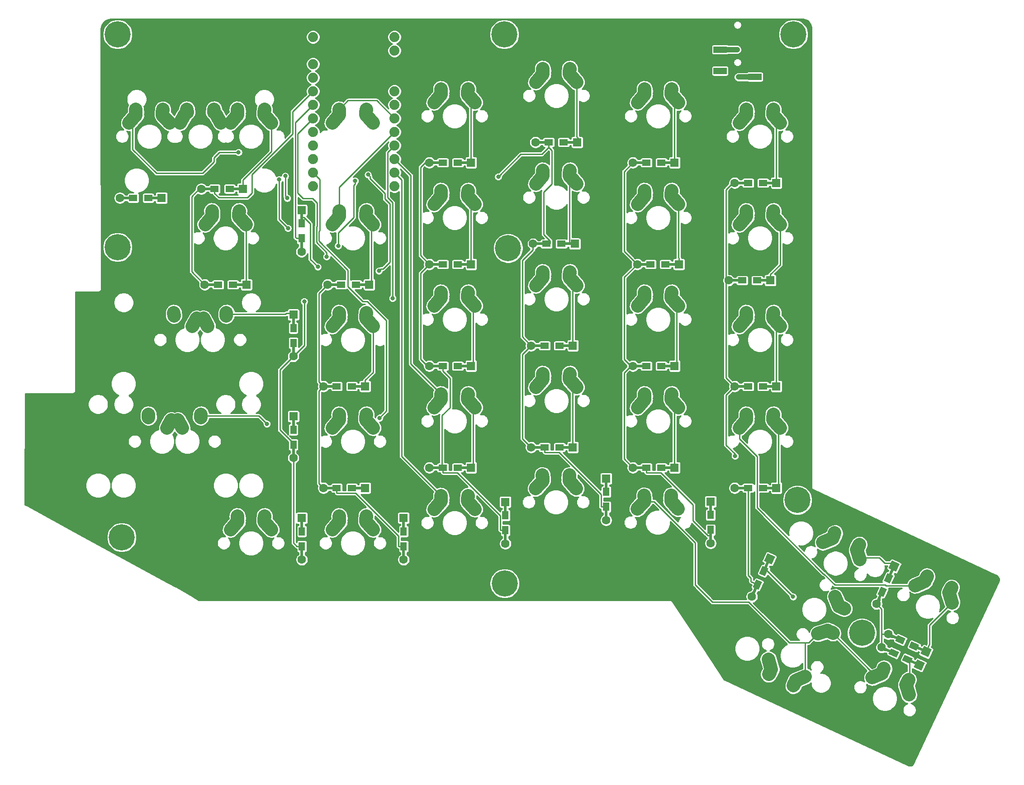
<source format=gbr>
G04 #@! TF.GenerationSoftware,KiCad,Pcbnew,(5.1.5)-3*
G04 #@! TF.CreationDate,2020-01-18T14:13:44+05:30*
G04 #@! TF.ProjectId,ergocape,6572676f-6361-4706-952e-6b696361645f,rev?*
G04 #@! TF.SameCoordinates,Original*
G04 #@! TF.FileFunction,Copper,L2,Bot*
G04 #@! TF.FilePolarity,Positive*
%FSLAX46Y46*%
G04 Gerber Fmt 4.6, Leading zero omitted, Abs format (unit mm)*
G04 Created by KiCad (PCBNEW (5.1.5)-3) date 2020-01-18 14:13:44*
%MOMM*%
%LPD*%
G04 APERTURE LIST*
%ADD10C,4.900000*%
%ADD11C,2.500000*%
%ADD12R,1.600000X1.600000*%
%ADD13C,1.600000*%
%ADD14R,2.900000X0.500000*%
%ADD15R,1.600000X1.200000*%
%ADD16C,1.879600*%
%ADD17C,2.000000*%
%ADD18R,0.500000X2.900000*%
%ADD19R,1.200000X1.600000*%
%ADD20C,0.100000*%
%ADD21C,2.500000*%
%ADD22R,2.500000X1.200000*%
%ADD23C,0.800000*%
%ADD24C,1.016000*%
%ADD25C,0.250000*%
%ADD26C,0.254000*%
G04 APERTURE END LIST*
D10*
X40132000Y-60452000D03*
X112522000Y-20574000D03*
X166624000Y-20574000D03*
X112586000Y-123444000D03*
X40894000Y-114808000D03*
X113220000Y-60642500D03*
X179451000Y-132715000D03*
X40132000Y-20574000D03*
X167386000Y-107823000D03*
D11*
X45918524Y-92336828D02*
X45879076Y-91758172D01*
X52228616Y-94297807D02*
X51418984Y-92837193D01*
D12*
X126138000Y-40798800D03*
D13*
X118338000Y-40798800D03*
D14*
X124738000Y-40798800D03*
D15*
X123638000Y-40798800D03*
X120838000Y-40798800D03*
D14*
X119738000Y-40798800D03*
D16*
X76708000Y-21082000D03*
X76708000Y-23622000D03*
X76708000Y-26162000D03*
X76708000Y-28702000D03*
X76708000Y-31242000D03*
X76708000Y-33782000D03*
X76708000Y-36322000D03*
X76708000Y-38862000D03*
X76708000Y-41402000D03*
X76708000Y-43942000D03*
X76708000Y-46482000D03*
X76708000Y-49022000D03*
X91948000Y-49022000D03*
X91948000Y-46482000D03*
X91948000Y-43942000D03*
X91948000Y-41402000D03*
X91948000Y-38862000D03*
X91948000Y-36322000D03*
X91948000Y-33782000D03*
X91948000Y-31242000D03*
X91948000Y-28702000D03*
X91948000Y-26162000D03*
X91948000Y-23622000D03*
X91948000Y-21082000D03*
D11*
X86677499Y-34607500D02*
X86637501Y-35187500D01*
D17*
X81597500Y-34607500D03*
X81637500Y-35187500D03*
D11*
X81597501Y-34607500D02*
X81637499Y-35187500D01*
D17*
X87947500Y-37147500D03*
X86637500Y-35687500D03*
D11*
X80327505Y-37147504D02*
X81637495Y-35687496D01*
X87947495Y-37147504D02*
X86637505Y-35687496D01*
D17*
X80327500Y-37147500D03*
X81637500Y-35687500D03*
X86677500Y-34607500D03*
X86637500Y-35187500D03*
D11*
X57824995Y-54737496D02*
X56515005Y-56197504D01*
X62825001Y-54237500D02*
X62864999Y-53657500D01*
X62825005Y-54737496D02*
X64134995Y-56197504D01*
D17*
X62865000Y-53657500D03*
X62825000Y-54237500D03*
X56515000Y-56197500D03*
X57825000Y-54737500D03*
X64135000Y-56197500D03*
X62825000Y-54737500D03*
X57785000Y-53657500D03*
X57825000Y-54237500D03*
D11*
X57824999Y-54237500D02*
X57785001Y-53657500D01*
X188197922Y-141477407D02*
X187916552Y-141986161D01*
D17*
X183593879Y-139330506D03*
X183385013Y-139873069D03*
D11*
X183593880Y-139330507D02*
X183385012Y-139873069D01*
D17*
X188275483Y-144316154D03*
X187705243Y-142439315D03*
D11*
X181369420Y-141095809D02*
X183173702Y-140326217D01*
X188275477Y-144316156D02*
X187705249Y-142439312D01*
D17*
X181369418Y-141095803D03*
X183173704Y-140326223D03*
X188197923Y-141477407D03*
X187916552Y-141986161D03*
D12*
X74549000Y-53504000D03*
D13*
X74549000Y-61304000D03*
D18*
X74549000Y-54904000D03*
D19*
X74549000Y-56004000D03*
X74549000Y-58804000D03*
D18*
X74549000Y-59904000D03*
D12*
X106294000Y-44608800D03*
D13*
X98494000Y-44608800D03*
D14*
X104894000Y-44608800D03*
D15*
X103794000Y-44608800D03*
X100994000Y-44608800D03*
D14*
X99894000Y-44608800D03*
D12*
X144394000Y-44608800D03*
D13*
X136594000Y-44608800D03*
D14*
X142994000Y-44608800D03*
D15*
X141894000Y-44608800D03*
X139094000Y-44608800D03*
D14*
X137994000Y-44608800D03*
D12*
X163444000Y-48418800D03*
D13*
X155644000Y-48418800D03*
D14*
X162044000Y-48418800D03*
D15*
X160944000Y-48418800D03*
X158144000Y-48418800D03*
D14*
X157044000Y-48418800D03*
D12*
X93662500Y-111194000D03*
D13*
X93662500Y-118994000D03*
D18*
X93662500Y-112594000D03*
D19*
X93662500Y-113694000D03*
X93662500Y-116494000D03*
D18*
X93662500Y-117594000D03*
D12*
X151130000Y-108114000D03*
D13*
X151130000Y-115914000D03*
D18*
X151130000Y-109514000D03*
D19*
X151130000Y-110614000D03*
X151130000Y-113414000D03*
D18*
X151130000Y-114514000D03*
D12*
X131572000Y-103796000D03*
D13*
X131572000Y-111596000D03*
D18*
X131572000Y-105196000D03*
D19*
X131572000Y-106296000D03*
X131572000Y-109096000D03*
D18*
X131572000Y-110196000D03*
D12*
X73025000Y-73093800D03*
D13*
X73025000Y-80893800D03*
D18*
X73025000Y-74493800D03*
D19*
X73025000Y-75593800D03*
X73025000Y-78393800D03*
D18*
X73025000Y-79493800D03*
D12*
X74612500Y-111194000D03*
D13*
X74612500Y-118994000D03*
D18*
X74612500Y-112594000D03*
D19*
X74612500Y-113694000D03*
X74612500Y-116494000D03*
D18*
X74612500Y-117594000D03*
D12*
X125344000Y-78898800D03*
D13*
X117544000Y-78898800D03*
D14*
X123944000Y-78898800D03*
D15*
X122844000Y-78898800D03*
X120044000Y-78898800D03*
D14*
X118944000Y-78898800D03*
D12*
X63590000Y-49530000D03*
D13*
X55790000Y-49530000D03*
D14*
X62190000Y-49530000D03*
D15*
X61090000Y-49530000D03*
X58290000Y-49530000D03*
D14*
X57190000Y-49530000D03*
D12*
X73025000Y-92143800D03*
D13*
X73025000Y-99943800D03*
D18*
X73025000Y-93543800D03*
D19*
X73025000Y-94643800D03*
X73025000Y-97443800D03*
D18*
X73025000Y-98543800D03*
D12*
X64225000Y-67468800D03*
D13*
X56425000Y-67468800D03*
D14*
X62825000Y-67468800D03*
D15*
X61725000Y-67468800D03*
X58925000Y-67468800D03*
D14*
X57825000Y-67468800D03*
G04 #@! TA.AperFunction,ComponentPad*
D20*
G36*
X190406459Y-136611163D02*
G01*
X191082648Y-135161070D01*
X192532741Y-135837259D01*
X191856552Y-137287352D01*
X190406459Y-136611163D01*
G37*
G04 #@! TD.AperFunction*
D13*
X184400400Y-132927789D03*
G04 #@! TA.AperFunction,Conductor*
D20*
G36*
X188780968Y-135246326D02*
G01*
X188992277Y-134793173D01*
X191620570Y-136018766D01*
X191409261Y-136471919D01*
X188780968Y-135246326D01*
G37*
G04 #@! TD.AperFunction*
G04 #@! TA.AperFunction,SMDPad,CuDef*
G36*
X188225214Y-135373356D02*
G01*
X188732356Y-134285787D01*
X190182448Y-134961976D01*
X189675306Y-136049545D01*
X188225214Y-135373356D01*
G37*
G04 #@! TD.AperFunction*
G04 #@! TA.AperFunction,SMDPad,CuDef*
G36*
X185687552Y-134190024D02*
G01*
X186194694Y-133102455D01*
X187644786Y-133778644D01*
X187137644Y-134866213D01*
X185687552Y-134190024D01*
G37*
G04 #@! TD.AperFunction*
G04 #@! TA.AperFunction,Conductor*
G36*
X184249430Y-133133234D02*
G01*
X184460739Y-132680081D01*
X187089032Y-133905674D01*
X186877723Y-134358827D01*
X184249430Y-133133234D01*
G37*
G04 #@! TD.AperFunction*
G04 #@! TA.AperFunction,ComponentPad*
G36*
X189156459Y-139110163D02*
G01*
X189832648Y-137660070D01*
X191282741Y-138336259D01*
X190606552Y-139786352D01*
X189156459Y-139110163D01*
G37*
G04 #@! TD.AperFunction*
D13*
X183150400Y-135426789D03*
G04 #@! TA.AperFunction,Conductor*
D20*
G36*
X187530968Y-137745326D02*
G01*
X187742277Y-137292173D01*
X190370570Y-138517766D01*
X190159261Y-138970919D01*
X187530968Y-137745326D01*
G37*
G04 #@! TD.AperFunction*
G04 #@! TA.AperFunction,SMDPad,CuDef*
G36*
X186975214Y-137872356D02*
G01*
X187482356Y-136784787D01*
X188932448Y-137460976D01*
X188425306Y-138548545D01*
X186975214Y-137872356D01*
G37*
G04 #@! TD.AperFunction*
G04 #@! TA.AperFunction,SMDPad,CuDef*
G36*
X184437552Y-136689024D02*
G01*
X184944694Y-135601455D01*
X186394786Y-136277644D01*
X185887644Y-137365213D01*
X184437552Y-136689024D01*
G37*
G04 #@! TD.AperFunction*
G04 #@! TA.AperFunction,Conductor*
G36*
X182999430Y-135632234D02*
G01*
X183210739Y-135179081D01*
X185839032Y-136404674D01*
X185627723Y-136857827D01*
X182999430Y-135632234D01*
G37*
G04 #@! TD.AperFunction*
G04 #@! TA.AperFunction,ComponentPad*
G36*
X162538163Y-119912541D02*
G01*
X161088070Y-119236352D01*
X161764259Y-117786259D01*
X163214352Y-118462448D01*
X162538163Y-119912541D01*
G37*
G04 #@! TD.AperFunction*
D13*
X158854789Y-125918600D03*
G04 #@! TA.AperFunction,Conductor*
D20*
G36*
X161173326Y-121538032D02*
G01*
X160720173Y-121326723D01*
X161945766Y-118698430D01*
X162398919Y-118909739D01*
X161173326Y-121538032D01*
G37*
G04 #@! TD.AperFunction*
G04 #@! TA.AperFunction,SMDPad,CuDef*
G36*
X161300356Y-122093786D02*
G01*
X160212787Y-121586644D01*
X160888976Y-120136552D01*
X161976545Y-120643694D01*
X161300356Y-122093786D01*
G37*
G04 #@! TD.AperFunction*
G04 #@! TA.AperFunction,SMDPad,CuDef*
G36*
X160117024Y-124631448D02*
G01*
X159029455Y-124124306D01*
X159705644Y-122674214D01*
X160793213Y-123181356D01*
X160117024Y-124631448D01*
G37*
G04 #@! TD.AperFunction*
G04 #@! TA.AperFunction,Conductor*
G36*
X159060234Y-126069570D02*
G01*
X158607081Y-125858261D01*
X159832674Y-123229968D01*
X160285827Y-123441277D01*
X159060234Y-126069570D01*
G37*
G04 #@! TD.AperFunction*
D12*
X112712000Y-108178000D03*
D13*
X112712000Y-115978000D03*
D18*
X112712000Y-109578000D03*
D19*
X112712000Y-110678000D03*
X112712000Y-113478000D03*
D18*
X112712000Y-114578000D03*
D12*
X86450000Y-86518800D03*
D13*
X78650000Y-86518800D03*
D14*
X85050000Y-86518800D03*
D15*
X83950000Y-86518800D03*
X81150000Y-86518800D03*
D14*
X80050000Y-86518800D03*
D12*
X163444000Y-105569000D03*
D13*
X155644000Y-105569000D03*
D14*
X162044000Y-105569000D03*
D15*
X160944000Y-105569000D03*
X158144000Y-105569000D03*
D14*
X157044000Y-105569000D03*
D12*
X125344000Y-97948800D03*
D13*
X117544000Y-97948800D03*
D14*
X123944000Y-97948800D03*
D15*
X122844000Y-97948800D03*
X120044000Y-97948800D03*
D14*
X118944000Y-97948800D03*
D12*
X125693000Y-59817000D03*
D13*
X117893000Y-59817000D03*
D14*
X124293000Y-59817000D03*
D15*
X123193000Y-59817000D03*
X120393000Y-59817000D03*
D14*
X119293000Y-59817000D03*
D12*
X144394000Y-82708800D03*
D13*
X136594000Y-82708800D03*
D14*
X142994000Y-82708800D03*
D15*
X141894000Y-82708800D03*
X139094000Y-82708800D03*
D14*
X137994000Y-82708800D03*
D12*
X163444000Y-86518800D03*
D13*
X155644000Y-86518800D03*
D14*
X162044000Y-86518800D03*
D15*
X160944000Y-86518800D03*
X158144000Y-86518800D03*
D14*
X157044000Y-86518800D03*
D12*
X87243800Y-67468800D03*
D13*
X79443800Y-67468800D03*
D14*
X85843800Y-67468800D03*
D15*
X84743800Y-67468800D03*
X81943800Y-67468800D03*
D14*
X80843800Y-67468800D03*
D12*
X145188000Y-63658800D03*
D13*
X137388000Y-63658800D03*
D14*
X143788000Y-63658800D03*
D15*
X142688000Y-63658800D03*
X139888000Y-63658800D03*
D14*
X138788000Y-63658800D03*
D12*
X106294000Y-82708800D03*
D13*
X98494000Y-82708800D03*
D14*
X104894000Y-82708800D03*
D15*
X103794000Y-82708800D03*
X100994000Y-82708800D03*
D14*
X99894000Y-82708800D03*
D12*
X162332000Y-66675000D03*
D13*
X154532000Y-66675000D03*
D14*
X160932000Y-66675000D03*
D15*
X159832000Y-66675000D03*
X157032000Y-66675000D03*
D14*
X155932000Y-66675000D03*
D12*
X144394000Y-101759000D03*
D13*
X136594000Y-101759000D03*
D14*
X142994000Y-101759000D03*
D15*
X141894000Y-101759000D03*
X139094000Y-101759000D03*
D14*
X137994000Y-101759000D03*
D12*
X106294000Y-63658800D03*
D13*
X98494000Y-63658800D03*
D14*
X104894000Y-63658800D03*
D15*
X103794000Y-63658800D03*
X100994000Y-63658800D03*
D14*
X99894000Y-63658800D03*
D12*
X106294000Y-101759000D03*
D13*
X98494000Y-101759000D03*
D14*
X104894000Y-101759000D03*
D15*
X103794000Y-101759000D03*
X100994000Y-101759000D03*
D14*
X99894000Y-101759000D03*
D12*
X86450000Y-105569000D03*
D13*
X78650000Y-105569000D03*
D14*
X85050000Y-105569000D03*
D15*
X83950000Y-105569000D03*
X81150000Y-105569000D03*
D14*
X80050000Y-105569000D03*
D11*
X105727999Y-30797500D02*
X105688001Y-31377500D01*
D17*
X100648000Y-30797500D03*
X100688000Y-31377500D03*
D11*
X100648001Y-30797500D02*
X100687999Y-31377500D01*
D17*
X106998000Y-33337500D03*
X105688000Y-31877500D03*
D11*
X99378005Y-33337504D02*
X100687995Y-31877496D01*
X106997995Y-33337504D02*
X105688005Y-31877496D01*
D17*
X99378000Y-33337500D03*
X100688000Y-31877500D03*
X105728000Y-30797500D03*
X105688000Y-31377500D03*
D11*
X124777999Y-26987500D02*
X124738001Y-27567500D01*
D17*
X119698000Y-26987500D03*
X119738000Y-27567500D03*
D11*
X119698001Y-26987500D02*
X119737999Y-27567500D01*
D17*
X126048000Y-29527500D03*
X124738000Y-28067500D03*
D11*
X118428005Y-29527504D02*
X119737995Y-28067496D01*
X126047995Y-29527504D02*
X124738005Y-28067496D01*
D17*
X118428000Y-29527500D03*
X119738000Y-28067500D03*
X124778000Y-26987500D03*
X124738000Y-27567500D03*
D11*
X143827999Y-30797500D02*
X143788001Y-31377500D01*
D17*
X138748000Y-30797500D03*
X138788000Y-31377500D03*
D11*
X138748001Y-30797500D02*
X138787999Y-31377500D01*
D17*
X145098000Y-33337500D03*
X143788000Y-31877500D03*
D11*
X137478005Y-33337504D02*
X138787995Y-31877496D01*
X145097995Y-33337504D02*
X143788005Y-31877496D01*
D17*
X137478000Y-33337500D03*
X138788000Y-31877500D03*
X143828000Y-30797500D03*
X143788000Y-31377500D03*
D11*
X162877999Y-34607500D02*
X162838001Y-35187500D01*
D17*
X157798000Y-34607500D03*
X157838000Y-35187500D03*
D11*
X157798001Y-34607500D02*
X157837999Y-35187500D01*
D17*
X164148000Y-37147500D03*
X162838000Y-35687500D03*
D11*
X156528005Y-37147504D02*
X157837995Y-35687496D01*
X164147995Y-37147504D02*
X162838005Y-35687496D01*
D17*
X156528000Y-37147500D03*
X157838000Y-35687500D03*
X162878000Y-34607500D03*
X162838000Y-35187500D03*
D11*
X86677499Y-72707500D02*
X86637501Y-73287500D01*
D17*
X81597500Y-72707500D03*
X81637500Y-73287500D03*
D11*
X81597501Y-72707500D02*
X81637499Y-73287500D01*
D17*
X87947500Y-75247500D03*
X86637500Y-73787500D03*
D11*
X80327505Y-75247504D02*
X81637495Y-73787496D01*
X87947495Y-75247504D02*
X86637505Y-73787496D01*
D17*
X80327500Y-75247500D03*
X81637500Y-73787500D03*
X86677500Y-72707500D03*
X86637500Y-73287500D03*
D11*
X86677499Y-110808000D02*
X86637501Y-111388000D01*
D17*
X81597500Y-110808000D03*
X81637500Y-111388000D03*
D11*
X81597501Y-110808000D02*
X81637499Y-111388000D01*
D17*
X87947500Y-113348000D03*
X86637500Y-111888000D03*
D11*
X80327505Y-113348004D02*
X81637495Y-111887996D01*
X87947495Y-113348004D02*
X86637505Y-111887996D01*
D17*
X80327500Y-113348000D03*
X81637500Y-111888000D03*
X86677500Y-110808000D03*
X86637500Y-111388000D03*
D11*
X162877999Y-91757500D02*
X162838001Y-92337500D01*
D17*
X157798000Y-91757500D03*
X157838000Y-92337500D03*
D11*
X157798001Y-91757500D02*
X157837999Y-92337500D01*
D17*
X164148000Y-94297500D03*
X162838000Y-92837500D03*
D11*
X156528005Y-94297504D02*
X157837995Y-92837496D01*
X164147995Y-94297504D02*
X162838005Y-92837496D01*
D17*
X156528000Y-94297500D03*
X157838000Y-92837500D03*
X162878000Y-91757500D03*
X162838000Y-92337500D03*
D11*
X124713999Y-103124000D02*
X124674001Y-103704000D01*
D17*
X119634000Y-103124000D03*
X119674000Y-103704000D03*
D11*
X119634001Y-103124000D02*
X119673999Y-103704000D01*
D17*
X125984000Y-105664000D03*
X124674000Y-104204000D03*
D11*
X118364005Y-105664004D02*
X119673995Y-104203996D01*
X125983995Y-105664004D02*
X124674005Y-104203996D01*
D17*
X118364000Y-105664000D03*
X119674000Y-104204000D03*
X124714000Y-103124000D03*
X124674000Y-103704000D03*
D11*
X143763999Y-106934000D02*
X143724001Y-107514000D01*
D17*
X138684000Y-106934000D03*
X138724000Y-107514000D03*
D11*
X138684001Y-106934000D02*
X138723999Y-107514000D01*
D17*
X145034000Y-109474000D03*
X143724000Y-108014000D03*
D11*
X137414005Y-109474004D02*
X138723995Y-108013996D01*
X145033995Y-109474004D02*
X143724005Y-108013996D01*
D17*
X137414000Y-109474000D03*
X138724000Y-108014000D03*
X143764000Y-106934000D03*
X143724000Y-107514000D03*
D11*
X124777999Y-84137500D02*
X124738001Y-84717500D01*
D17*
X119698000Y-84137500D03*
X119738000Y-84717500D03*
D11*
X119698001Y-84137500D02*
X119737999Y-84717500D01*
D17*
X126048000Y-86677500D03*
X124738000Y-85217500D03*
D11*
X118428005Y-86677504D02*
X119737995Y-85217496D01*
X126047995Y-86677504D02*
X124738005Y-85217496D01*
D17*
X118428000Y-86677500D03*
X119738000Y-85217500D03*
X124778000Y-84137500D03*
X124738000Y-84717500D03*
D11*
X60483524Y-72708172D02*
X60444076Y-73286828D01*
X54944890Y-73787900D02*
X54132710Y-75247100D01*
X67627499Y-110808000D02*
X67587501Y-111388000D01*
D17*
X62547500Y-110808000D03*
X62587500Y-111388000D03*
D11*
X62547501Y-110808000D02*
X62587499Y-111388000D01*
D17*
X68897500Y-113348000D03*
X67587500Y-111888000D03*
D11*
X61277505Y-113348004D02*
X62587495Y-111887996D01*
X68897495Y-113348004D02*
X67587505Y-111887996D01*
D17*
X61277500Y-113348000D03*
X62587500Y-111888000D03*
X67627500Y-110808000D03*
X67587500Y-111388000D03*
D11*
X124777999Y-65087500D02*
X124738001Y-65667500D01*
D17*
X119698000Y-65087500D03*
X119738000Y-65667500D03*
D11*
X119698001Y-65087500D02*
X119737999Y-65667500D01*
D17*
X126048000Y-67627500D03*
X124738000Y-66167500D03*
D11*
X118428005Y-67627504D02*
X119737995Y-66167496D01*
X126047995Y-67627504D02*
X124738005Y-66167496D01*
D17*
X118428000Y-67627500D03*
X119738000Y-66167500D03*
X124778000Y-65087500D03*
X124738000Y-65667500D03*
D11*
X124777999Y-46037500D02*
X124738001Y-46617500D01*
D17*
X119698000Y-46037500D03*
X119738000Y-46617500D03*
D11*
X119698001Y-46037500D02*
X119737999Y-46617500D01*
D17*
X126048000Y-48577500D03*
X124738000Y-47117500D03*
D11*
X118428005Y-48577504D02*
X119737995Y-47117496D01*
X126047995Y-48577504D02*
X124738005Y-47117496D01*
D17*
X118428000Y-48577500D03*
X119738000Y-47117500D03*
X124778000Y-46037500D03*
X124738000Y-46617500D03*
D11*
X50680924Y-73286828D02*
X50641476Y-72708172D01*
X56992290Y-75247100D02*
X56180110Y-73787900D01*
X67627499Y-34607500D02*
X67587501Y-35187500D01*
D17*
X62547500Y-34607500D03*
X62587500Y-35187500D03*
D11*
X62547501Y-34607500D02*
X62587499Y-35187500D01*
D17*
X68897500Y-37147500D03*
X67587500Y-35687500D03*
D11*
X61277505Y-37147504D02*
X62587495Y-35687496D01*
X68897495Y-37147504D02*
X67587505Y-35687496D01*
D17*
X61277500Y-37147500D03*
X62587500Y-35687500D03*
X67627500Y-34607500D03*
X67587500Y-35187500D03*
D11*
X143827999Y-68897500D02*
X143788001Y-69477500D01*
D17*
X138748000Y-68897500D03*
X138788000Y-69477500D03*
D11*
X138748001Y-68897500D02*
X138787999Y-69477500D01*
D17*
X145098000Y-71437500D03*
X143788000Y-69977500D03*
D11*
X137478005Y-71437504D02*
X138787995Y-69977496D01*
X145097995Y-71437504D02*
X143788005Y-69977496D01*
D17*
X137478000Y-71437500D03*
X138788000Y-69977500D03*
X143828000Y-68897500D03*
X143788000Y-69477500D03*
D11*
X162877999Y-72707500D02*
X162838001Y-73287500D01*
D17*
X157798000Y-72707500D03*
X157838000Y-73287500D03*
D11*
X157798001Y-72707500D02*
X157837999Y-73287500D01*
D17*
X164148000Y-75247500D03*
X162838000Y-73787500D03*
D11*
X156528005Y-75247504D02*
X157837995Y-73787496D01*
X164147995Y-75247504D02*
X162838005Y-73787496D01*
D17*
X156528000Y-75247500D03*
X157838000Y-73787500D03*
X162878000Y-72707500D03*
X162838000Y-73287500D03*
D11*
X86677499Y-53657500D02*
X86637501Y-54237500D01*
D17*
X81597500Y-53657500D03*
X81637500Y-54237500D03*
D11*
X81597501Y-53657500D02*
X81637499Y-54237500D01*
D17*
X87947500Y-56197500D03*
X86637500Y-54737500D03*
D11*
X80327505Y-56197504D02*
X81637495Y-54737496D01*
X87947495Y-56197504D02*
X86637505Y-54737496D01*
D17*
X80327500Y-56197500D03*
X81637500Y-54737500D03*
X86677500Y-53657500D03*
X86637500Y-54237500D03*
D11*
X143827999Y-49847500D02*
X143788001Y-50427500D01*
D17*
X138748000Y-49847500D03*
X138788000Y-50427500D03*
D11*
X138748001Y-49847500D02*
X138787999Y-50427500D01*
D17*
X145098000Y-52387500D03*
X143788000Y-50927500D03*
D11*
X137478005Y-52387504D02*
X138787995Y-50927496D01*
X145097995Y-52387504D02*
X143788005Y-50927496D01*
D17*
X137478000Y-52387500D03*
X138788000Y-50927500D03*
X143828000Y-49847500D03*
X143788000Y-50427500D03*
D11*
X105727999Y-68897500D02*
X105688001Y-69477500D01*
D17*
X100648000Y-68897500D03*
X100688000Y-69477500D03*
D11*
X100648001Y-68897500D02*
X100687999Y-69477500D01*
D17*
X106998000Y-71437500D03*
X105688000Y-69977500D03*
D11*
X99378005Y-71437504D02*
X100687995Y-69977496D01*
X106997995Y-71437504D02*
X105688005Y-69977496D01*
D17*
X99378000Y-71437500D03*
X100688000Y-69977500D03*
X105728000Y-68897500D03*
X105688000Y-69477500D03*
D11*
X55720924Y-91758172D02*
X55681476Y-92336828D01*
X50182290Y-92837900D02*
X49370110Y-94297100D01*
X162877999Y-53657500D02*
X162838001Y-54237500D01*
D17*
X157798000Y-53657500D03*
X157838000Y-54237500D03*
D11*
X157798001Y-53657500D02*
X157837999Y-54237500D01*
D17*
X164148000Y-56197500D03*
X162838000Y-54737500D03*
D11*
X156528005Y-56197504D02*
X157837995Y-54737496D01*
X164147995Y-56197504D02*
X162838005Y-54737496D01*
D17*
X156528000Y-56197500D03*
X157838000Y-54737500D03*
X162878000Y-53657500D03*
X162838000Y-54237500D03*
D11*
X196247922Y-124212407D02*
X195966552Y-124721161D01*
D17*
X191643879Y-122065506D03*
X191435013Y-122608069D03*
D11*
X191643880Y-122065507D02*
X191435012Y-122608069D01*
D17*
X196325483Y-127051154D03*
X195755243Y-125174315D03*
D11*
X189419420Y-123830809D02*
X191223702Y-123061217D01*
X196325477Y-127051156D02*
X195755249Y-125174312D01*
D17*
X189419418Y-123830803D03*
X191223704Y-123061223D03*
X196247923Y-124212407D03*
X195966552Y-124721161D03*
D11*
X143827999Y-87947500D02*
X143788001Y-88527500D01*
D17*
X138748000Y-87947500D03*
X138788000Y-88527500D03*
D11*
X138748001Y-87947500D02*
X138787999Y-88527500D01*
D17*
X145098000Y-90487500D03*
X143788000Y-89027500D03*
D11*
X137478005Y-90487504D02*
X138787995Y-89027496D01*
X145097995Y-90487504D02*
X143788005Y-89027496D01*
D17*
X137478000Y-90487500D03*
X138788000Y-89027500D03*
X143828000Y-87947500D03*
X143788000Y-88527500D03*
D11*
X105727999Y-49847500D02*
X105688001Y-50427500D01*
D17*
X100648000Y-49847500D03*
X100688000Y-50427500D03*
D11*
X100648001Y-49847500D02*
X100687999Y-50427500D01*
D17*
X106998000Y-52387500D03*
X105688000Y-50927500D03*
D11*
X99378005Y-52387504D02*
X100687995Y-50927496D01*
X106997995Y-52387504D02*
X105688005Y-50927496D01*
D17*
X99378000Y-52387500D03*
X100688000Y-50927500D03*
X105728000Y-49847500D03*
X105688000Y-50427500D03*
D11*
X105727999Y-106998000D02*
X105688001Y-107578000D01*
D17*
X100648000Y-106998000D03*
X100688000Y-107578000D03*
D11*
X100648001Y-106998000D02*
X100687999Y-107578000D01*
D17*
X106998000Y-109538000D03*
X105688000Y-108078000D03*
D11*
X99378005Y-109538004D02*
X100687995Y-108077996D01*
X106997995Y-109538004D02*
X105688005Y-108077996D01*
D17*
X99378000Y-109538000D03*
X100688000Y-108078000D03*
X105728000Y-106998000D03*
X105688000Y-107578000D03*
D11*
X105727999Y-87947500D02*
X105688001Y-88527500D01*
D17*
X100648000Y-87947500D03*
X100688000Y-88527500D03*
D11*
X100648001Y-87947500D02*
X100687999Y-88527500D01*
D17*
X106998000Y-90487500D03*
X105688000Y-89027500D03*
D11*
X99378005Y-90487504D02*
X100687995Y-89027496D01*
X106997995Y-90487504D02*
X105688005Y-89027496D01*
D17*
X99378000Y-90487500D03*
X100688000Y-89027500D03*
X105728000Y-87947500D03*
X105688000Y-88527500D03*
D11*
X86677499Y-91757500D02*
X86637501Y-92337500D01*
D17*
X81597500Y-91757500D03*
X81637500Y-92337500D03*
D11*
X81597501Y-91757500D02*
X81637499Y-92337500D01*
D17*
X87947500Y-94297500D03*
X86637500Y-92837500D03*
D11*
X80327505Y-94297504D02*
X81637495Y-92837496D01*
X87947495Y-94297504D02*
X86637505Y-92837496D01*
D17*
X80327500Y-94297500D03*
X81637500Y-92837500D03*
X86677500Y-91757500D03*
X86637500Y-92337500D03*
G04 #@! TA.AperFunction,ComponentPad*
D20*
G36*
X185872163Y-121272541D02*
G01*
X184422070Y-120596352D01*
X185098259Y-119146259D01*
X186548352Y-119822448D01*
X185872163Y-121272541D01*
G37*
G04 #@! TD.AperFunction*
D13*
X182188789Y-127278600D03*
G04 #@! TA.AperFunction,Conductor*
D20*
G36*
X184507326Y-122898032D02*
G01*
X184054173Y-122686723D01*
X185279766Y-120058430D01*
X185732919Y-120269739D01*
X184507326Y-122898032D01*
G37*
G04 #@! TD.AperFunction*
G04 #@! TA.AperFunction,SMDPad,CuDef*
G36*
X184634356Y-123453786D02*
G01*
X183546787Y-122946644D01*
X184222976Y-121496552D01*
X185310545Y-122003694D01*
X184634356Y-123453786D01*
G37*
G04 #@! TD.AperFunction*
G04 #@! TA.AperFunction,SMDPad,CuDef*
G36*
X183451024Y-125991448D02*
G01*
X182363455Y-125484306D01*
X183039644Y-124034214D01*
X184127213Y-124541356D01*
X183451024Y-125991448D01*
G37*
G04 #@! TD.AperFunction*
G04 #@! TA.AperFunction,Conductor*
G36*
X182394234Y-127429570D02*
G01*
X181941081Y-127218261D01*
X183166674Y-124589968D01*
X183619827Y-124801277D01*
X182394234Y-127429570D01*
G37*
G04 #@! TD.AperFunction*
D11*
X178970922Y-116149407D02*
X178689552Y-116658161D01*
D17*
X174366879Y-114002506D03*
X174158013Y-114545069D03*
D11*
X174366880Y-114002507D02*
X174158012Y-114545069D01*
D17*
X179048483Y-118988154D03*
X178478243Y-117111315D03*
D11*
X172142420Y-115767809D02*
X173946702Y-114998217D01*
X179048477Y-118988156D02*
X178478249Y-117111312D01*
D17*
X172142418Y-115767803D03*
X173946704Y-114998223D03*
X178970923Y-116149407D03*
X178689552Y-116658161D03*
D11*
X162022078Y-140475593D02*
X162303448Y-139966839D01*
D17*
X166626121Y-142622494D03*
X166834987Y-142079931D03*
D11*
X166626120Y-142622493D02*
X166834988Y-142079931D01*
D17*
X161944517Y-137636846D03*
X162514757Y-139513685D03*
D11*
X168850580Y-140857191D02*
X167046298Y-141626783D01*
X161944523Y-137636844D02*
X162514751Y-139513688D01*
D17*
X168850582Y-140857197D03*
X167046296Y-141626777D03*
X162022077Y-140475593D03*
X162303448Y-139966839D03*
D21*
X176186494Y-128168879D03*
X175643931Y-127960013D03*
D11*
X176186411Y-128169093D02*
X175644013Y-127959799D01*
D17*
X171200846Y-132850483D03*
D21*
X173077685Y-132280243D03*
D11*
X174421191Y-125944420D02*
X175190783Y-127748702D01*
X171200844Y-132850477D02*
X173077688Y-132280249D01*
D17*
X174421197Y-125944418D03*
D21*
X175190777Y-127748704D03*
D17*
X174039593Y-132772923D03*
X173530839Y-132491552D03*
D11*
X174039704Y-132772722D02*
X173530728Y-132491752D01*
D22*
X152912000Y-23428700D03*
X152912000Y-20428700D03*
X152912000Y-27428700D03*
X159412000Y-28528700D03*
D11*
X58165724Y-34608172D02*
X58126276Y-35186828D01*
X52626453Y-35687546D02*
X51815547Y-37147454D01*
X58625547Y-35687546D02*
X59436453Y-37147454D01*
X53086276Y-34608172D02*
X53125724Y-35186828D01*
D12*
X48350000Y-51231800D03*
D13*
X40550000Y-51231800D03*
D14*
X46950000Y-51231800D03*
D15*
X45850000Y-51231800D03*
X43050000Y-51231800D03*
D14*
X41950000Y-51231800D03*
D11*
X48590199Y-34620200D02*
X48550201Y-35200200D01*
D17*
X43510200Y-34620200D03*
X43550200Y-35200200D03*
D11*
X43510201Y-34620200D02*
X43550199Y-35200200D01*
D17*
X49860200Y-37160200D03*
X48550200Y-35700200D03*
D11*
X42240205Y-37160204D02*
X43550195Y-35700196D01*
X49860195Y-37160204D02*
X48550205Y-35700196D01*
D17*
X42240200Y-37160200D03*
X43550200Y-35700200D03*
X48590200Y-34620200D03*
X48550200Y-35200200D03*
D23*
X156083000Y-20447000D03*
X156337000Y-28575000D03*
X77597000Y-64135000D03*
X89027000Y-64897000D03*
X86995000Y-46863000D03*
X79248000Y-62230000D03*
X71501000Y-47117000D03*
X71882000Y-51266700D03*
X111379000Y-47244000D03*
X155702000Y-99568000D03*
X68046600Y-93535500D03*
X89159500Y-92436600D03*
X166571800Y-125944400D03*
X84582000Y-48006000D03*
X81407000Y-60198000D03*
X70358000Y-47752000D03*
X72009000Y-56896000D03*
X62765399Y-42699399D03*
X91592700Y-70033700D03*
X156083000Y-23428700D03*
X75057000Y-70612000D03*
D24*
X152912000Y-20428700D02*
X156064700Y-20428700D01*
X156064700Y-20428700D02*
X156083000Y-20447000D01*
X159365700Y-28575000D02*
X159412000Y-28528700D01*
X156337000Y-28575000D02*
X159365700Y-28575000D01*
D25*
X86637500Y-35762500D02*
X86637500Y-35687500D01*
X87292500Y-36417500D02*
X86637500Y-35762500D01*
X74549000Y-54904000D02*
X74549000Y-53504000D01*
X86657500Y-34897500D02*
X86637500Y-34917500D01*
X86637500Y-34917500D02*
X86637500Y-35187500D01*
X86677500Y-34607500D02*
X86677500Y-34877500D01*
X86677500Y-34877500D02*
X86657500Y-34897500D01*
X87947500Y-37147500D02*
X87292500Y-36492500D01*
X87292500Y-36492500D02*
X87292500Y-36417500D01*
X86637500Y-35687500D02*
X86637500Y-35187500D01*
X74549000Y-56004000D02*
X74549000Y-54904000D01*
X75049000Y-54904000D02*
X76200000Y-56055000D01*
X74549000Y-54904000D02*
X75049000Y-54904000D01*
X76200000Y-56055000D02*
X76200000Y-62738000D01*
X76200000Y-62738000D02*
X77597000Y-64135000D01*
X89807999Y-64497001D02*
X90297000Y-64008000D01*
X89426999Y-64497001D02*
X89807999Y-64497001D01*
X89027000Y-64897000D02*
X89426999Y-64497001D01*
X90297000Y-64008000D02*
X90170000Y-64135000D01*
X86995000Y-46863000D02*
X87394999Y-47262999D01*
X87394999Y-47574684D02*
X90170000Y-50349685D01*
X91059000Y-63246000D02*
X90297000Y-64008000D01*
X87394999Y-47262999D02*
X87394999Y-47574684D01*
X90170000Y-50349685D02*
X90170000Y-51435000D01*
X90170000Y-51435000D02*
X91059000Y-52324000D01*
X91059000Y-52324000D02*
X91059000Y-63246000D01*
X74549000Y-58804000D02*
X73620500Y-58804000D01*
X73620500Y-58804000D02*
X73378600Y-58562100D01*
X73378600Y-58562100D02*
X73378600Y-37111400D01*
X73378600Y-37111400D02*
X76708000Y-33782000D01*
X74549000Y-58804000D02*
X74549000Y-59904000D01*
X74549000Y-61304000D02*
X74549000Y-61682500D01*
X74549000Y-59904000D02*
X74549000Y-61304000D01*
X78650000Y-86518800D02*
X77815600Y-85684400D01*
X77815600Y-85684400D02*
X77815600Y-69097000D01*
X77815600Y-69097000D02*
X79443800Y-67468800D01*
X80050000Y-86518800D02*
X78650000Y-86518800D01*
X81150000Y-86518800D02*
X80050000Y-86518800D01*
X80843800Y-67468800D02*
X79443800Y-67468800D01*
X81943800Y-67468800D02*
X80843800Y-67468800D01*
X78650000Y-105569000D02*
X77811000Y-104730000D01*
X77811000Y-104730000D02*
X77811000Y-87357800D01*
X77811000Y-87357800D02*
X78650000Y-86518800D01*
X80050000Y-105569000D02*
X78650000Y-105569000D01*
X81150000Y-105569000D02*
X80050000Y-105569000D01*
X93662500Y-116494000D02*
X92734000Y-116494000D01*
X92734000Y-116494000D02*
X92734000Y-114560100D01*
X92734000Y-114560100D02*
X84671400Y-106497500D01*
X84671400Y-106497500D02*
X81150000Y-106497500D01*
X93662500Y-116494000D02*
X93662500Y-117594000D01*
X81150000Y-105569000D02*
X81150000Y-106497500D01*
X93662500Y-118994000D02*
X93662500Y-117594000D01*
X105708000Y-31087500D02*
X105688000Y-31107500D01*
X105688000Y-31107500D02*
X105688000Y-31377500D01*
X105728000Y-30797500D02*
X105728000Y-31067500D01*
X105728000Y-31067500D02*
X105708000Y-31087500D01*
X106343000Y-32607500D02*
X105688000Y-31952500D01*
X105688000Y-31952500D02*
X105688000Y-31877500D01*
X106775800Y-33337500D02*
X106775800Y-33040300D01*
X106775800Y-33040300D02*
X106343000Y-32607500D01*
X105688000Y-31877500D02*
X105688000Y-31377500D01*
X106294000Y-44608800D02*
X106294000Y-33819300D01*
X106294000Y-33819300D02*
X106775800Y-33337500D01*
X106775800Y-33337500D02*
X106998000Y-33337500D01*
X104894000Y-44608800D02*
X106294000Y-44608800D01*
X103794000Y-44608800D02*
X104894000Y-44608800D01*
X100856500Y-101759000D02*
X99894000Y-101759000D01*
X100994000Y-101759000D02*
X100856500Y-101759000D01*
X100856500Y-101759000D02*
X100856500Y-91993100D01*
X100856500Y-91993100D02*
X102327200Y-90522400D01*
X102327200Y-90522400D02*
X102327200Y-84970500D01*
X102327200Y-84970500D02*
X100994000Y-83637300D01*
X100994000Y-82708800D02*
X100994000Y-83637300D01*
X97680000Y-44608800D02*
X98494000Y-44608800D01*
X98494000Y-63658800D02*
X96849300Y-62014100D01*
X96849300Y-62014100D02*
X96849300Y-45439500D01*
X96849300Y-45439500D02*
X97680000Y-44608800D01*
X99894000Y-44608800D02*
X98494000Y-44608800D01*
X100994000Y-44608800D02*
X99894000Y-44608800D01*
X112712000Y-113478000D02*
X111783500Y-113478000D01*
X111783500Y-113478000D02*
X111783500Y-110744800D01*
X111783500Y-110744800D02*
X103726200Y-102687500D01*
X103726200Y-102687500D02*
X100994000Y-102687500D01*
X112712000Y-113478000D02*
X112712000Y-114578000D01*
X100994000Y-101759000D02*
X100994000Y-102687500D01*
X112712000Y-114578000D02*
X112712000Y-115978000D01*
X99894000Y-63658800D02*
X98494000Y-63658800D01*
X100994000Y-63658800D02*
X99894000Y-63658800D01*
X98494000Y-82708800D02*
X98115500Y-82708800D01*
X99894000Y-82708800D02*
X98494000Y-82708800D01*
X100994000Y-82708800D02*
X99894000Y-82708800D01*
X98494000Y-101759000D02*
X99894000Y-101759000D01*
X98115500Y-82708800D02*
X96846300Y-81439600D01*
X96846300Y-81439600D02*
X96846300Y-65306500D01*
X96846300Y-65306500D02*
X98494000Y-63658800D01*
X76708000Y-36322000D02*
X73831810Y-39198190D01*
X73831810Y-39198190D02*
X73831810Y-50209810D01*
X73831810Y-50209810D02*
X73831810Y-50336810D01*
X73831810Y-50336810D02*
X74803000Y-51308000D01*
X74803000Y-51308000D02*
X76581000Y-51308000D01*
X76581000Y-51308000D02*
X77470000Y-52197000D01*
X77470000Y-52197000D02*
X77470000Y-56515000D01*
X77470000Y-56515000D02*
X77343000Y-56642000D01*
X77343000Y-56642000D02*
X77343000Y-59563000D01*
X77343000Y-59563000D02*
X79248000Y-61468000D01*
X79248000Y-61468000D02*
X79248000Y-62230000D01*
X131572000Y-110196000D02*
X131572000Y-111596000D01*
X131572000Y-109096000D02*
X131572000Y-110196000D01*
X120044000Y-97948800D02*
X120044000Y-98877300D01*
X120044000Y-98877300D02*
X122789300Y-98877300D01*
X122789300Y-98877300D02*
X130643500Y-106731500D01*
X130643500Y-106731500D02*
X130643500Y-109096000D01*
X120044000Y-97948800D02*
X118944000Y-97948800D01*
X131572000Y-109096000D02*
X130643500Y-109096000D01*
X118944000Y-78898800D02*
X117544000Y-78898800D01*
X120044000Y-78898800D02*
X118944000Y-78898800D01*
X120838000Y-40798800D02*
X120838000Y-41727300D01*
X120838000Y-41727300D02*
X121407400Y-42296700D01*
X121407400Y-42296700D02*
X121407400Y-48605600D01*
X121407400Y-48605600D02*
X119904300Y-50108700D01*
X119904300Y-58071300D02*
X121071500Y-59238500D01*
X121071500Y-59238500D02*
X121071500Y-59817000D01*
X120393000Y-59817000D02*
X121071500Y-59817000D01*
X119293000Y-59817000D02*
X120393000Y-59817000D01*
X120838000Y-40798800D02*
X119738000Y-40798800D01*
X118338000Y-40798800D02*
X119738000Y-40798800D01*
X117544000Y-97948800D02*
X115929400Y-96334200D01*
X115929400Y-96334200D02*
X115929400Y-80513400D01*
X115929400Y-80513400D02*
X117544000Y-78898800D01*
X117544000Y-97948800D02*
X118944000Y-97948800D01*
X115905900Y-77260700D02*
X117544000Y-78898800D01*
X117893000Y-59817000D02*
X119293000Y-59817000D01*
X71501000Y-47117000D02*
X71501000Y-50885700D01*
X71501000Y-50885700D02*
X71882000Y-51266700D01*
X119904300Y-50108700D02*
X119904300Y-51816000D01*
X119904300Y-51816000D02*
X119904300Y-58071300D01*
X115905900Y-62935470D02*
X115905900Y-63500000D01*
X117893000Y-60948370D02*
X115905900Y-62935470D01*
X117893000Y-59817000D02*
X117893000Y-60948370D01*
X115905900Y-63500000D02*
X115905900Y-77260700D01*
X119512300Y-43053000D02*
X120838000Y-41727300D01*
X111379000Y-47244000D02*
X115570000Y-43053000D01*
X115570000Y-43053000D02*
X119512300Y-43053000D01*
X124738000Y-40798800D02*
X123638000Y-40798800D01*
X125438000Y-40798800D02*
X124738000Y-40798800D01*
X125438000Y-40798800D02*
X126138000Y-40798800D01*
X126048000Y-29527500D02*
X126048000Y-39751800D01*
X126048000Y-39751800D02*
X126516500Y-40220300D01*
X126516500Y-40220300D02*
X126516500Y-40798800D01*
X125393000Y-28797500D02*
X125393000Y-28872500D01*
X125393000Y-28872500D02*
X126048000Y-29527500D01*
X126138000Y-40798800D02*
X126516500Y-40798800D01*
X124738000Y-28067500D02*
X124738000Y-27567500D01*
X125393000Y-28797500D02*
X124738000Y-28142500D01*
X124738000Y-28142500D02*
X124738000Y-28067500D01*
X124778000Y-26987500D02*
X124758000Y-27007500D01*
X124758000Y-27007500D02*
X124758000Y-27277500D01*
X124738000Y-27567500D02*
X124758000Y-27547500D01*
X124758000Y-27547500D02*
X124758000Y-27277500D01*
X143788000Y-31377500D02*
X143788000Y-31877500D01*
X143808000Y-31087500D02*
X143788000Y-31107500D01*
X143788000Y-31107500D02*
X143788000Y-31377500D01*
X143828000Y-30797500D02*
X143828000Y-31067500D01*
X143828000Y-31067500D02*
X143808000Y-31087500D01*
X144443000Y-32607500D02*
X143788000Y-31952500D01*
X143788000Y-31952500D02*
X143788000Y-31877500D01*
X144819100Y-33337500D02*
X144443000Y-32961400D01*
X144443000Y-32961400D02*
X144443000Y-32607500D01*
X144819100Y-33337500D02*
X144394000Y-33762600D01*
X144394000Y-33762600D02*
X144394000Y-43480300D01*
X145098000Y-33337500D02*
X144819100Y-33337500D01*
X144394000Y-44608800D02*
X144394000Y-43480300D01*
X142994000Y-44608800D02*
X144394000Y-44608800D01*
X141894000Y-44608800D02*
X142994000Y-44608800D01*
X137994000Y-44608800D02*
X136594000Y-44608800D01*
X139094000Y-44608800D02*
X137994000Y-44608800D01*
X141818600Y-102687500D02*
X139094000Y-102687500D01*
X151130000Y-113414000D02*
X151130000Y-114514000D01*
X139094000Y-101759000D02*
X139094000Y-102687500D01*
X151130000Y-114514000D02*
X151130000Y-115914000D01*
X137388000Y-63658800D02*
X134928000Y-61198800D01*
X134928000Y-61198800D02*
X134928000Y-46274800D01*
X134928000Y-46274800D02*
X136594000Y-44608800D01*
X136215500Y-82708800D02*
X134963500Y-81456800D01*
X134963500Y-81456800D02*
X134963500Y-66083300D01*
X134963500Y-66083300D02*
X137388000Y-63658800D01*
X138788000Y-63658800D02*
X137388000Y-63658800D01*
X139888000Y-63658800D02*
X138788000Y-63658800D01*
X136594000Y-101759000D02*
X134952700Y-100117700D01*
X134952700Y-100117700D02*
X134952700Y-83971600D01*
X134952700Y-83971600D02*
X136215500Y-82708800D01*
X136594000Y-82708800D02*
X136215500Y-82708800D01*
X137994000Y-82708800D02*
X136594000Y-82708800D01*
X139094000Y-82708800D02*
X137994000Y-82708800D01*
X137994000Y-101759000D02*
X136594000Y-101759000D01*
X139094000Y-101759000D02*
X137994000Y-101759000D01*
X147828000Y-111712000D02*
X147828000Y-108696900D01*
X150630000Y-114514000D02*
X147828000Y-111712000D01*
X151130000Y-114514000D02*
X150630000Y-114514000D01*
X147828000Y-108696900D02*
X141818600Y-102687500D01*
X157044000Y-105569000D02*
X155644000Y-105569000D01*
X158144000Y-105569000D02*
X157044000Y-105569000D01*
X155644000Y-86518800D02*
X154018700Y-88144100D01*
X155644000Y-86518800D02*
X154015700Y-84890500D01*
X154015700Y-84890500D02*
X154015700Y-67191300D01*
X154015700Y-67191300D02*
X154532000Y-66675000D01*
X155644000Y-48418800D02*
X155265500Y-48418800D01*
X157044000Y-48418800D02*
X155644000Y-48418800D01*
X158144000Y-48418800D02*
X157044000Y-48418800D01*
X154532000Y-66675000D02*
X153983000Y-66126000D01*
X153983000Y-66126000D02*
X153983000Y-49701300D01*
X153983000Y-49701300D02*
X155265500Y-48418800D01*
X157044000Y-86518800D02*
X155644000Y-86518800D01*
X158144000Y-86518800D02*
X157044000Y-86518800D01*
X154532000Y-66675000D02*
X155932000Y-66675000D01*
X157032000Y-66675000D02*
X155932000Y-66675000D01*
X159911300Y-123652800D02*
X158697400Y-123086800D01*
X158697400Y-123086800D02*
X158697500Y-123086700D01*
X158697500Y-123086700D02*
X158697500Y-122439000D01*
X158697500Y-122439000D02*
X158144000Y-121885500D01*
X158144000Y-121885500D02*
X158144000Y-105569000D01*
X159911300Y-123652800D02*
X159911300Y-124185000D01*
X159911300Y-124185000D02*
X159446500Y-124649800D01*
X159446500Y-124649800D02*
X158854800Y-125241500D01*
X158854800Y-125241500D02*
X158854800Y-125918600D01*
X154018700Y-95536300D02*
X154018700Y-97415938D01*
X154018700Y-88144100D02*
X154018700Y-95536300D01*
X154018700Y-97415938D02*
X154018700Y-97503700D01*
X154018700Y-97503700D02*
X155702000Y-99187000D01*
X155702000Y-99187000D02*
X155702000Y-99568000D01*
X162858000Y-34897500D02*
X162838000Y-34917500D01*
X162838000Y-34917500D02*
X162838000Y-35187500D01*
X162878000Y-34607500D02*
X162878000Y-34877500D01*
X162878000Y-34877500D02*
X162858000Y-34897500D01*
X163493000Y-36417500D02*
X162838000Y-35762500D01*
X162838000Y-35762500D02*
X162838000Y-35687500D01*
X163925800Y-37147500D02*
X163925800Y-36850300D01*
X163925800Y-36850300D02*
X163493000Y-36417500D01*
X162838000Y-35687500D02*
X162838000Y-35187500D01*
X163444000Y-48418800D02*
X163444000Y-37629300D01*
X163444000Y-37629300D02*
X163925800Y-37147500D01*
X163925800Y-37147500D02*
X164148000Y-37147500D01*
X163444000Y-48418800D02*
X162044000Y-48418800D01*
X162044000Y-48418800D02*
X160944000Y-48418800D01*
X93662500Y-112594000D02*
X93662500Y-113694000D01*
X93662500Y-111194000D02*
X93662500Y-112594000D01*
X87947500Y-113348000D02*
X87292500Y-112693000D01*
X87292500Y-112693000D02*
X87292500Y-112618000D01*
X86637500Y-111888000D02*
X86637500Y-111388000D01*
X87292500Y-112618000D02*
X86637500Y-111963000D01*
X86637500Y-111963000D02*
X86637500Y-111888000D01*
X86677500Y-110808000D02*
X86657500Y-110828000D01*
X86657500Y-110828000D02*
X86657500Y-111098000D01*
X86637500Y-111388000D02*
X86657500Y-111368000D01*
X86657500Y-111368000D02*
X86657500Y-111098000D01*
X151130000Y-109514000D02*
X151130000Y-108114000D01*
X151130000Y-110614000D02*
X151130000Y-109514000D01*
X145034000Y-109474000D02*
X144379000Y-108819000D01*
X144379000Y-108819000D02*
X144379000Y-108744000D01*
X143724000Y-108014000D02*
X143724000Y-107514000D01*
X144379000Y-108744000D02*
X143724000Y-108089000D01*
X143724000Y-108089000D02*
X143724000Y-108014000D01*
X143764000Y-106934000D02*
X143744000Y-106954000D01*
X143744000Y-106954000D02*
X143744000Y-107224000D01*
X143724000Y-107514000D02*
X143744000Y-107494000D01*
X143744000Y-107494000D02*
X143744000Y-107224000D01*
X131572000Y-105196000D02*
X131572000Y-103796000D01*
X131572000Y-106296000D02*
X131572000Y-105196000D01*
X125984000Y-105664000D02*
X125329000Y-105009000D01*
X125329000Y-105009000D02*
X125329000Y-104934000D01*
X124674000Y-104204000D02*
X124674000Y-103704000D01*
X125329000Y-104934000D02*
X124674000Y-104279000D01*
X124674000Y-104279000D02*
X124674000Y-104204000D01*
X124714000Y-103124000D02*
X124694000Y-103144000D01*
X124694000Y-103144000D02*
X124694000Y-103414000D01*
X124674000Y-103704000D02*
X124694000Y-103684000D01*
X124694000Y-103684000D02*
X124694000Y-103414000D01*
X73025000Y-74493800D02*
X73025000Y-73093800D01*
X73025000Y-75593800D02*
X73025000Y-74493800D01*
X72525000Y-72793800D02*
X73025000Y-73293800D01*
X73025000Y-73293800D02*
X73025000Y-74493800D01*
X71732400Y-72793800D02*
X72525000Y-72793800D01*
X71528700Y-72997500D02*
X71732400Y-72793800D01*
X60463800Y-72997500D02*
X71528700Y-72997500D01*
X74612500Y-112594000D02*
X74612500Y-113694000D01*
X74612500Y-111194000D02*
X74612500Y-112594000D01*
X68897500Y-113348000D02*
X68242500Y-112693000D01*
X68242500Y-112693000D02*
X68242500Y-112618000D01*
X67587500Y-111888000D02*
X67587500Y-111388000D01*
X68242500Y-112618000D02*
X67587500Y-111963000D01*
X67587500Y-111963000D02*
X67587500Y-111888000D01*
X67627500Y-110808000D02*
X67607500Y-110828000D01*
X67607500Y-110828000D02*
X67607500Y-111098000D01*
X67587500Y-111388000D02*
X67607500Y-111368000D01*
X67607500Y-111368000D02*
X67607500Y-111098000D01*
X124738000Y-65667500D02*
X124738000Y-66167500D01*
X124758000Y-65377500D02*
X124738000Y-65397500D01*
X124738000Y-65397500D02*
X124738000Y-65667500D01*
X124778000Y-65087500D02*
X124778000Y-65357500D01*
X124778000Y-65357500D02*
X124758000Y-65377500D01*
X125393000Y-66897500D02*
X124738000Y-66242500D01*
X124738000Y-66242500D02*
X124738000Y-66167500D01*
X125769100Y-67627500D02*
X125393000Y-67251400D01*
X125393000Y-67251400D02*
X125393000Y-66897500D01*
X125769100Y-67627500D02*
X125344000Y-68052600D01*
X125344000Y-68052600D02*
X125344000Y-77770300D01*
X126048000Y-67627500D02*
X125769100Y-67627500D01*
X125344000Y-78898800D02*
X125344000Y-77770300D01*
X123944000Y-78898800D02*
X125344000Y-78898800D01*
X122844000Y-78898800D02*
X123944000Y-78898800D01*
X62190000Y-49530000D02*
X61090000Y-49530000D01*
X62890000Y-49530000D02*
X62190000Y-49530000D01*
X62890000Y-49530000D02*
X63590000Y-49530000D01*
X68242500Y-36417500D02*
X68242500Y-36820000D01*
X68242500Y-36820000D02*
X68570000Y-37147500D01*
X68897500Y-37147500D02*
X68570000Y-37147500D01*
X67587500Y-35687500D02*
X67587500Y-35187500D01*
X68242500Y-36417500D02*
X67587500Y-35762500D01*
X67587500Y-35762500D02*
X67587500Y-35687500D01*
X67627500Y-34607500D02*
X67607500Y-34627500D01*
X67607500Y-34627500D02*
X67607500Y-34897500D01*
X67587500Y-35187500D02*
X67607500Y-35167500D01*
X67607500Y-35167500D02*
X67607500Y-34897500D01*
X68897500Y-42531356D02*
X68897500Y-37147500D01*
X63590000Y-49530000D02*
X63590000Y-47838856D01*
X63590000Y-47838856D02*
X68897500Y-42531356D01*
X73025000Y-93543800D02*
X73025000Y-94643800D01*
X73025000Y-92143800D02*
X73025000Y-93543800D01*
X55701200Y-92047500D02*
X66558600Y-92047500D01*
X66558600Y-92047500D02*
X68046600Y-93535500D01*
X63480000Y-55467500D02*
X62825000Y-54812500D01*
X62825000Y-54812500D02*
X62825000Y-54737500D01*
X64135000Y-56197500D02*
X64135000Y-56122500D01*
X64135000Y-56122500D02*
X63480000Y-55467500D01*
X62825000Y-54237500D02*
X62825000Y-54737500D01*
X62845000Y-53947500D02*
X62825000Y-53967500D01*
X62825000Y-53967500D02*
X62825000Y-54237500D01*
X62865000Y-53657500D02*
X62865000Y-53927500D01*
X62865000Y-53927500D02*
X62845000Y-53947500D01*
X64135000Y-67468800D02*
X62825000Y-67468800D01*
X64225000Y-67468800D02*
X64135000Y-67468800D01*
X64135000Y-67468800D02*
X64135000Y-56197500D01*
X62825000Y-67468800D02*
X61725000Y-67468800D01*
X196247900Y-124212400D02*
X196107200Y-124353100D01*
X196107200Y-124353100D02*
X196107200Y-124466800D01*
X196040400Y-126112700D02*
X195755200Y-125827500D01*
X195755200Y-125827500D02*
X195755200Y-125174300D01*
X196040400Y-127051200D02*
X196040400Y-126112700D01*
X195755200Y-125174300D02*
X195966600Y-124962900D01*
X195966600Y-124962900D02*
X195966600Y-124721200D01*
X192120100Y-134829100D02*
X192120100Y-131256600D01*
X192120100Y-131256600D02*
X196040400Y-127336300D01*
X196040400Y-127336300D02*
X196040400Y-127051200D01*
X196040400Y-127051200D02*
X196325500Y-127051200D01*
X196107200Y-124466800D02*
X195966600Y-124607400D01*
X195966600Y-124607400D02*
X195966600Y-124721200D01*
X191469600Y-136224200D02*
X192120100Y-134829100D01*
X191469600Y-136224200D02*
X190074400Y-135573700D01*
X189968400Y-135400100D02*
X190074500Y-135506200D01*
X190074500Y-135506200D02*
X190074500Y-135573600D01*
X190074500Y-135573600D02*
X190074400Y-135573700D01*
X189968400Y-135400100D02*
X190200800Y-135632500D01*
X189203800Y-135167700D02*
X189736000Y-135167700D01*
X189736000Y-135167700D02*
X189968400Y-135400100D01*
X76708000Y-46482000D02*
X78009200Y-47783200D01*
X78009200Y-47783200D02*
X78009200Y-57301100D01*
X78009200Y-57301100D02*
X77811900Y-57498400D01*
X77811900Y-57498400D02*
X77811900Y-59304100D01*
X77811900Y-59304100D02*
X83248800Y-64741000D01*
X83248800Y-64741000D02*
X83248800Y-67847300D01*
X83248800Y-67847300D02*
X85986500Y-70585000D01*
X85986500Y-70585000D02*
X86840100Y-70585000D01*
X86840100Y-70585000D02*
X90456700Y-74201600D01*
X90456700Y-74201600D02*
X90456700Y-91139400D01*
X90456700Y-91139400D02*
X89159500Y-92436600D01*
X183150400Y-132927800D02*
X183150400Y-128240200D01*
X183150400Y-128240200D02*
X182188800Y-127278600D01*
X185669200Y-133519500D02*
X184992100Y-133519500D01*
X184992100Y-133519500D02*
X184400400Y-132927800D01*
X186666200Y-133984300D02*
X186201400Y-133519500D01*
X186201400Y-133519500D02*
X185669200Y-133519500D01*
X184419200Y-136018500D02*
X183742100Y-136018500D01*
X183742100Y-136018500D02*
X183150400Y-135426800D01*
X185416200Y-136483300D02*
X184884000Y-136483300D01*
X184884000Y-136483300D02*
X184419200Y-136018500D01*
X183150400Y-132927800D02*
X183150400Y-135426800D01*
X183150400Y-132927800D02*
X184400400Y-132927800D01*
X182188800Y-127278600D02*
X182780500Y-126686900D01*
X182780500Y-126686900D02*
X182780500Y-126009800D01*
X183245300Y-125012800D02*
X182780500Y-125477600D01*
X182780500Y-125477600D02*
X182780500Y-126009800D01*
X188197900Y-141477400D02*
X188057200Y-141618100D01*
X188057200Y-141618100D02*
X188057200Y-141731800D01*
X188418600Y-138131500D02*
X188418600Y-141256700D01*
X188418600Y-141256700D02*
X188197900Y-141477400D01*
X187990400Y-143377700D02*
X187705200Y-143092500D01*
X187705200Y-143092500D02*
X187705200Y-142439300D01*
X188275500Y-144316200D02*
X187990400Y-144031100D01*
X187990400Y-144031100D02*
X187990400Y-143377700D01*
X187705200Y-142439300D02*
X187916600Y-142227900D01*
X187916600Y-142227900D02*
X187916600Y-141986200D01*
X188057200Y-141731800D02*
X187916600Y-141872400D01*
X187916600Y-141872400D02*
X187916600Y-141986200D01*
X188418600Y-138131500D02*
X187953800Y-137666700D01*
X188950800Y-138131500D02*
X188418600Y-138131500D01*
X161944500Y-137636800D02*
X162229600Y-137921900D01*
X162229600Y-137921900D02*
X162229600Y-138575300D01*
X162022100Y-140475600D02*
X162162800Y-140334900D01*
X162162800Y-140334900D02*
X162162800Y-140221200D01*
X162229600Y-138575300D02*
X162514800Y-138860500D01*
X162514800Y-138860500D02*
X162514800Y-139513700D01*
X162514800Y-139513700D02*
X162303400Y-139725100D01*
X162303400Y-139725100D02*
X162303400Y-139966800D01*
X162162800Y-140221200D02*
X162303400Y-140080600D01*
X162303400Y-140080600D02*
X162303400Y-139966800D01*
X162151200Y-118849400D02*
X161500700Y-120244600D01*
X161559500Y-120384300D02*
X161559500Y-120303400D01*
X161559500Y-120303400D02*
X161500700Y-120244600D01*
X161559500Y-120384300D02*
X161559500Y-120118200D01*
X161094700Y-121115200D02*
X161559500Y-120650400D01*
X161559500Y-120650400D02*
X161559500Y-120384300D01*
X174421200Y-125944400D02*
X174806000Y-126329200D01*
X174806000Y-126329200D02*
X174806000Y-126846600D01*
X174806000Y-126846600D02*
X175190800Y-127231400D01*
X175190800Y-127231400D02*
X175190800Y-127748700D01*
X161559546Y-120118231D02*
X161559546Y-120932146D01*
X161559546Y-120932146D02*
X166571800Y-125944400D01*
X105708000Y-107288000D02*
X105688000Y-107308000D01*
X105688000Y-107308000D02*
X105688000Y-107578000D01*
X105728000Y-106998000D02*
X105728000Y-107268000D01*
X105728000Y-107268000D02*
X105708000Y-107288000D01*
X106343000Y-108808000D02*
X105688000Y-108153000D01*
X105688000Y-108153000D02*
X105688000Y-108078000D01*
X106998000Y-109538000D02*
X106343000Y-108883000D01*
X106343000Y-108883000D02*
X106343000Y-108808000D01*
X105688000Y-108078000D02*
X105688000Y-107578000D01*
X112712000Y-109578000D02*
X112712000Y-108178000D01*
X112712000Y-110678000D02*
X112712000Y-109578000D01*
X86657500Y-72997500D02*
X86637500Y-73017500D01*
X86637500Y-73017500D02*
X86637500Y-73287500D01*
X86677500Y-72707500D02*
X86677500Y-72977500D01*
X86677500Y-72977500D02*
X86657500Y-72997500D01*
X87292500Y-74517500D02*
X86637500Y-73862500D01*
X86637500Y-73862500D02*
X86637500Y-73787500D01*
X87947500Y-75247500D02*
X87292500Y-74592500D01*
X87292500Y-74592500D02*
X87292500Y-74517500D01*
X86637500Y-73787500D02*
X86637500Y-73287500D01*
X86450000Y-85390300D02*
X87947500Y-83892800D01*
X87947500Y-83892800D02*
X87947500Y-75247500D01*
X86450000Y-86518800D02*
X86450000Y-85390300D01*
X85050000Y-86518800D02*
X86450000Y-86518800D01*
X83950000Y-86518800D02*
X85050000Y-86518800D01*
X163444000Y-105569000D02*
X163822500Y-105569000D01*
X162044000Y-105569000D02*
X163444000Y-105569000D01*
X160944000Y-105569000D02*
X162044000Y-105569000D01*
X163820500Y-93970000D02*
X163822500Y-93972000D01*
X163822500Y-93972000D02*
X163822500Y-105569000D01*
X163820500Y-93970000D02*
X163493000Y-93642500D01*
X163493000Y-93642500D02*
X163493000Y-93567500D01*
X164148000Y-94297500D02*
X163820500Y-93970000D01*
X162838000Y-92837500D02*
X162838000Y-92337500D01*
X163493000Y-93567500D02*
X162838000Y-92912500D01*
X162838000Y-92912500D02*
X162838000Y-92837500D01*
X162878000Y-91757500D02*
X162858000Y-91777500D01*
X162858000Y-91777500D02*
X162858000Y-92047500D01*
X162838000Y-92337500D02*
X162858000Y-92317500D01*
X162858000Y-92317500D02*
X162858000Y-92047500D01*
X124758000Y-84427500D02*
X124738000Y-84447500D01*
X124738000Y-84447500D02*
X124738000Y-84717500D01*
X124778000Y-84137500D02*
X124778000Y-84407500D01*
X124778000Y-84407500D02*
X124758000Y-84427500D01*
X125393000Y-85947500D02*
X124738000Y-85292500D01*
X124738000Y-85292500D02*
X124738000Y-85217500D01*
X125825800Y-86677500D02*
X125825800Y-86380300D01*
X125825800Y-86380300D02*
X125393000Y-85947500D01*
X124738000Y-85217500D02*
X124738000Y-84717500D01*
X125344000Y-97948800D02*
X125344000Y-87159300D01*
X125344000Y-87159300D02*
X125825800Y-86677500D01*
X125825800Y-86677500D02*
X126048000Y-86677500D01*
X125344000Y-97948800D02*
X123944000Y-97948800D01*
X123944000Y-97948800D02*
X122844000Y-97948800D01*
X124758000Y-46327500D02*
X124738000Y-46347500D01*
X124738000Y-46347500D02*
X124738000Y-46617500D01*
X124778000Y-46037500D02*
X124778000Y-46307500D01*
X124778000Y-46307500D02*
X124758000Y-46327500D01*
X125393000Y-48250000D02*
X124738000Y-48250000D01*
X126048000Y-48577500D02*
X125720500Y-48250000D01*
X125720500Y-48250000D02*
X125393000Y-48250000D01*
X125393000Y-48250000D02*
X125393000Y-47847500D01*
X124738000Y-48250000D02*
X124738000Y-47117500D01*
X124738000Y-59817000D02*
X124738000Y-48250000D01*
X124738000Y-47117500D02*
X124738000Y-46617500D01*
X124738000Y-59817000D02*
X124293000Y-59817000D01*
X125693000Y-59817000D02*
X124738000Y-59817000D01*
X124293000Y-59817000D02*
X123193000Y-59817000D01*
X142994000Y-82708800D02*
X141894000Y-82708800D01*
X143694000Y-82708800D02*
X142994000Y-82708800D01*
X143694000Y-82708800D02*
X144394000Y-82708800D01*
X144394000Y-82708800D02*
X144772500Y-82708800D01*
X144770500Y-71110000D02*
X144772500Y-71112000D01*
X144772500Y-71112000D02*
X144772500Y-82708800D01*
X144770500Y-71110000D02*
X144443000Y-70782500D01*
X144443000Y-70782500D02*
X144443000Y-70707500D01*
X145098000Y-71437500D02*
X144770500Y-71110000D01*
X143788000Y-69977500D02*
X143788000Y-69477500D01*
X144443000Y-70707500D02*
X143788000Y-70052500D01*
X143788000Y-70052500D02*
X143788000Y-69977500D01*
X143828000Y-68897500D02*
X143808000Y-68917500D01*
X143808000Y-68917500D02*
X143808000Y-69187500D01*
X143788000Y-69477500D02*
X143808000Y-69457500D01*
X143808000Y-69457500D02*
X143808000Y-69187500D01*
X162858000Y-72997500D02*
X162838000Y-73017500D01*
X162838000Y-73017500D02*
X162838000Y-73287500D01*
X162878000Y-72707500D02*
X162878000Y-72977500D01*
X162878000Y-72977500D02*
X162858000Y-72997500D01*
X163493000Y-74517500D02*
X162838000Y-73862500D01*
X162838000Y-73862500D02*
X162838000Y-73787500D01*
X163925800Y-75247500D02*
X163925800Y-74950300D01*
X163925800Y-74950300D02*
X163493000Y-74517500D01*
X162838000Y-73787500D02*
X162838000Y-73287500D01*
X163444000Y-86518800D02*
X163444000Y-75729300D01*
X163444000Y-75729300D02*
X163925800Y-75247500D01*
X163925800Y-75247500D02*
X164148000Y-75247500D01*
X163444000Y-86518800D02*
X162044000Y-86518800D01*
X162044000Y-86518800D02*
X160944000Y-86518800D01*
X87243800Y-67468800D02*
X87622300Y-67468800D01*
X85843800Y-67468800D02*
X87243800Y-67468800D01*
X84743800Y-67468800D02*
X85843800Y-67468800D01*
X87620000Y-55870000D02*
X87622300Y-55872300D01*
X87622300Y-55872300D02*
X87622300Y-67468800D01*
X87620000Y-55870000D02*
X87292500Y-55542500D01*
X87292500Y-55542500D02*
X87292500Y-55467500D01*
X87947500Y-56197500D02*
X87620000Y-55870000D01*
X86637500Y-54737500D02*
X86637500Y-54237500D01*
X87292500Y-55467500D02*
X86637500Y-54812500D01*
X86637500Y-54812500D02*
X86637500Y-54737500D01*
X86677500Y-53657500D02*
X86657500Y-53677500D01*
X86657500Y-53677500D02*
X86657500Y-53947500D01*
X86637500Y-54237500D02*
X86657500Y-54217500D01*
X86657500Y-54217500D02*
X86657500Y-53947500D01*
X143788000Y-63658800D02*
X145188000Y-63658800D01*
X142688000Y-63658800D02*
X143788000Y-63658800D01*
X145098000Y-52387500D02*
X145098000Y-62440300D01*
X145098000Y-62440300D02*
X145188000Y-62530300D01*
X144443000Y-51657500D02*
X144443000Y-51732500D01*
X144443000Y-51732500D02*
X145098000Y-52387500D01*
X145188000Y-63658800D02*
X145188000Y-62530300D01*
X143788000Y-50927500D02*
X143788000Y-50427500D01*
X144443000Y-51657500D02*
X143788000Y-51002500D01*
X143788000Y-51002500D02*
X143788000Y-50927500D01*
X143828000Y-49847500D02*
X143808000Y-49867500D01*
X143808000Y-49867500D02*
X143808000Y-50137500D01*
X143788000Y-50427500D02*
X143808000Y-50407500D01*
X143808000Y-50407500D02*
X143808000Y-50137500D01*
X104894000Y-82708800D02*
X103794000Y-82708800D01*
X105594000Y-82708800D02*
X104894000Y-82708800D01*
X105594000Y-82708800D02*
X106294000Y-82708800D01*
X106294000Y-82708800D02*
X106672500Y-82708800D01*
X106670500Y-71110000D02*
X106672500Y-71112000D01*
X106672500Y-71112000D02*
X106672500Y-82708800D01*
X106670500Y-71110000D02*
X106343000Y-70782500D01*
X106343000Y-70782500D02*
X106343000Y-70707500D01*
X106998000Y-71437500D02*
X106670500Y-71110000D01*
X105688000Y-69977500D02*
X105688000Y-69477500D01*
X106343000Y-70707500D02*
X105688000Y-70052500D01*
X105688000Y-70052500D02*
X105688000Y-69977500D01*
X105728000Y-68897500D02*
X105708000Y-68917500D01*
X105708000Y-68917500D02*
X105708000Y-69187500D01*
X105688000Y-69477500D02*
X105708000Y-69457500D01*
X105708000Y-69457500D02*
X105708000Y-69187500D01*
X162858000Y-53947500D02*
X162838000Y-53967500D01*
X162838000Y-53967500D02*
X162838000Y-54237500D01*
X162878000Y-53657500D02*
X162878000Y-53927500D01*
X162878000Y-53927500D02*
X162858000Y-53947500D01*
X163493000Y-55467500D02*
X162838000Y-54812500D01*
X162838000Y-54812500D02*
X162838000Y-54737500D01*
X164148000Y-56197500D02*
X163493000Y-55542500D01*
X163493000Y-55542500D02*
X163493000Y-55467500D01*
X162838000Y-54737500D02*
X162838000Y-54237500D01*
X162332000Y-65546500D02*
X164148000Y-63730500D01*
X164148000Y-63730500D02*
X164148000Y-56197500D01*
X162332000Y-66675000D02*
X162332000Y-65546500D01*
X160932000Y-66675000D02*
X162332000Y-66675000D01*
X160932000Y-66675000D02*
X159832000Y-66675000D01*
X143808000Y-88237500D02*
X143788000Y-88257500D01*
X143788000Y-88257500D02*
X143788000Y-88527500D01*
X143828000Y-87947500D02*
X143828000Y-88217500D01*
X143828000Y-88217500D02*
X143808000Y-88237500D01*
X144443000Y-89757500D02*
X143788000Y-89102500D01*
X143788000Y-89102500D02*
X143788000Y-89027500D01*
X144875800Y-90487500D02*
X144875800Y-90190300D01*
X144875800Y-90190300D02*
X144443000Y-89757500D01*
X143788000Y-89027500D02*
X143788000Y-88527500D01*
X144394000Y-101759000D02*
X144394000Y-90969300D01*
X144394000Y-90969300D02*
X144875800Y-90487500D01*
X144875800Y-90487500D02*
X145098000Y-90487500D01*
X144394000Y-101759000D02*
X142994000Y-101759000D01*
X142994000Y-101759000D02*
X141894000Y-101759000D01*
X105708000Y-50137500D02*
X105688000Y-50157500D01*
X105688000Y-50157500D02*
X105688000Y-50427500D01*
X105728000Y-49847500D02*
X105728000Y-50117500D01*
X105728000Y-50117500D02*
X105708000Y-50137500D01*
X106343000Y-51657500D02*
X105688000Y-51002500D01*
X105688000Y-51002500D02*
X105688000Y-50927500D01*
X106775800Y-52387500D02*
X106775800Y-52090300D01*
X106775800Y-52090300D02*
X106343000Y-51657500D01*
X105688000Y-50927500D02*
X105688000Y-50427500D01*
X106294000Y-63658800D02*
X106294000Y-52869300D01*
X106294000Y-52869300D02*
X106775800Y-52387500D01*
X106775800Y-52387500D02*
X106998000Y-52387500D01*
X104894000Y-63658800D02*
X106294000Y-63658800D01*
X103794000Y-63658800D02*
X104894000Y-63658800D01*
X104894000Y-101759000D02*
X103794000Y-101759000D01*
X105594000Y-101759000D02*
X104894000Y-101759000D01*
X105594000Y-101759000D02*
X106294000Y-101759000D01*
X106294000Y-101759000D02*
X106672500Y-101759000D01*
X106670500Y-90160000D02*
X106672500Y-90162000D01*
X106672500Y-90162000D02*
X106672500Y-101759000D01*
X106670500Y-90160000D02*
X106343000Y-89832500D01*
X106343000Y-89832500D02*
X106343000Y-89757500D01*
X106998000Y-90487500D02*
X106670500Y-90160000D01*
X105688000Y-89027500D02*
X105688000Y-88527500D01*
X106343000Y-89757500D02*
X105688000Y-89102500D01*
X105688000Y-89102500D02*
X105688000Y-89027500D01*
X105728000Y-87947500D02*
X105708000Y-87967500D01*
X105708000Y-87967500D02*
X105708000Y-88237500D01*
X105688000Y-88527500D02*
X105708000Y-88507500D01*
X105708000Y-88507500D02*
X105708000Y-88237500D01*
X85050000Y-105569000D02*
X86450000Y-105569000D01*
X83950000Y-105569000D02*
X85050000Y-105569000D01*
X87292500Y-93567500D02*
X87292500Y-93970000D01*
X87292500Y-93970000D02*
X87620000Y-94297500D01*
X87947500Y-94297500D02*
X87620000Y-94297500D01*
X86637500Y-92837500D02*
X86637500Y-92337500D01*
X87292500Y-93567500D02*
X86637500Y-92912500D01*
X86637500Y-92912500D02*
X86637500Y-92837500D01*
X86677500Y-91757500D02*
X86657500Y-91777500D01*
X86657500Y-91777500D02*
X86657500Y-92047500D01*
X86637500Y-92337500D02*
X86657500Y-92317500D01*
X86657500Y-92317500D02*
X86657500Y-92047500D01*
X42895200Y-36430200D02*
X43550200Y-35775200D01*
X43550200Y-35775200D02*
X43550200Y-35700200D01*
X42240200Y-37160200D02*
X42240200Y-37085200D01*
X42240200Y-37085200D02*
X42895200Y-36430200D01*
X43550200Y-35200200D02*
X43550200Y-35700200D01*
X43530200Y-34910200D02*
X43530200Y-35180200D01*
X43530200Y-35180200D02*
X43550200Y-35200200D01*
X43510200Y-34620200D02*
X43530200Y-34640200D01*
X43530200Y-34640200D02*
X43530200Y-34910200D01*
X81617500Y-34627500D02*
X81617500Y-34897500D01*
X81597500Y-34607500D02*
X81617500Y-34627500D01*
X81617500Y-34627500D02*
X83266800Y-32978200D01*
X83266800Y-32978200D02*
X88604200Y-32978200D01*
X88604200Y-32978200D02*
X91948000Y-36322000D01*
X80982500Y-36417500D02*
X81637500Y-35762500D01*
X81637500Y-35762500D02*
X81637500Y-35687500D01*
X80327500Y-37147500D02*
X80327500Y-37072500D01*
X80327500Y-37072500D02*
X80982500Y-36417500D01*
X81637500Y-35187500D02*
X81637500Y-35687500D01*
X81617500Y-34897500D02*
X81617500Y-35167500D01*
X81617500Y-35167500D02*
X81637500Y-35187500D01*
X100033000Y-32607500D02*
X100688000Y-31952500D01*
X100688000Y-31952500D02*
X100688000Y-31877500D01*
X99378000Y-33337500D02*
X99378000Y-33262500D01*
X99378000Y-33262500D02*
X100033000Y-32607500D01*
X100688000Y-31377500D02*
X100688000Y-31877500D01*
X100668000Y-31087500D02*
X100668000Y-31357500D01*
X100668000Y-31357500D02*
X100688000Y-31377500D01*
X100648000Y-30797500D02*
X100668000Y-30817500D01*
X100668000Y-30817500D02*
X100668000Y-31087500D01*
X138133000Y-32607500D02*
X138788000Y-31952500D01*
X138788000Y-31952500D02*
X138788000Y-31877500D01*
X137478000Y-33337500D02*
X137478000Y-33262500D01*
X137478000Y-33262500D02*
X138133000Y-32607500D01*
X138788000Y-31377500D02*
X138788000Y-31877500D01*
X138768000Y-31087500D02*
X138768000Y-31357500D01*
X138768000Y-31357500D02*
X138788000Y-31377500D01*
X138748000Y-30797500D02*
X138768000Y-30817500D01*
X138768000Y-30817500D02*
X138768000Y-31087500D01*
X157183000Y-36417500D02*
X157838000Y-35762500D01*
X157838000Y-35762500D02*
X157838000Y-35687500D01*
X156528000Y-37147500D02*
X156528000Y-37072500D01*
X156528000Y-37072500D02*
X157183000Y-36417500D01*
X157838000Y-35187500D02*
X157838000Y-35687500D01*
X157818000Y-34897500D02*
X157818000Y-35167500D01*
X157818000Y-35167500D02*
X157838000Y-35187500D01*
X157798000Y-34607500D02*
X157818000Y-34627500D01*
X157818000Y-34627500D02*
X157818000Y-34897500D01*
X119718000Y-27277500D02*
X119698000Y-27257500D01*
X119698000Y-27257500D02*
X119698000Y-26987500D01*
X119738000Y-27567500D02*
X119738000Y-27297500D01*
X119738000Y-27297500D02*
X119718000Y-27277500D01*
X119083000Y-28797500D02*
X119738000Y-28142500D01*
X119738000Y-28142500D02*
X119738000Y-28067500D01*
X118428000Y-29527500D02*
X119083000Y-28872500D01*
X119083000Y-28872500D02*
X119083000Y-28797500D01*
X119738000Y-28067500D02*
X119738000Y-27567500D01*
X62567500Y-34897500D02*
X62547500Y-34877500D01*
X62547500Y-34877500D02*
X62547500Y-34607500D01*
X62587500Y-35187500D02*
X62587500Y-34917500D01*
X62587500Y-34917500D02*
X62567500Y-34897500D01*
X61932500Y-36417500D02*
X62587500Y-35762500D01*
X62587500Y-35762500D02*
X62587500Y-35687500D01*
X61277500Y-37072500D02*
X61932500Y-36417500D01*
X62587500Y-35687500D02*
X62587500Y-35187500D01*
X84582000Y-48571685D02*
X84328000Y-48825685D01*
X84582000Y-48006000D02*
X84582000Y-48571685D01*
X84328000Y-48825685D02*
X84328000Y-54864000D01*
X84328000Y-54864000D02*
X81407000Y-57785000D01*
X81407000Y-57785000D02*
X81407000Y-60198000D01*
X70358000Y-47752000D02*
X70358000Y-55245000D01*
X70358000Y-55245000D02*
X72009000Y-56896000D01*
X59154601Y-42699399D02*
X62765399Y-42699399D01*
X58146000Y-44477500D02*
X58146000Y-43708000D01*
X58146000Y-43708000D02*
X59154601Y-42699399D01*
X42895200Y-36430200D02*
X42895200Y-38319687D01*
X56014500Y-46609000D02*
X58146000Y-44477500D01*
X42895200Y-38319687D02*
X42926000Y-38350487D01*
X42926000Y-38350487D02*
X42926000Y-42164000D01*
X42926000Y-42164000D02*
X47371000Y-46609000D01*
X47371000Y-46609000D02*
X56014500Y-46609000D01*
X80982500Y-74517500D02*
X81637500Y-73862500D01*
X81637500Y-73862500D02*
X81637500Y-73787500D01*
X80327500Y-75247500D02*
X80327500Y-75172500D01*
X80327500Y-75172500D02*
X80982500Y-74517500D01*
X81637500Y-73287500D02*
X81637500Y-73787500D01*
X81617500Y-72997500D02*
X81617500Y-73267500D01*
X81617500Y-73267500D02*
X81637500Y-73287500D01*
X81597500Y-72707500D02*
X81617500Y-72727500D01*
X81617500Y-72727500D02*
X81617500Y-72997500D01*
X119083000Y-66897500D02*
X119738000Y-66242500D01*
X119738000Y-66242500D02*
X119738000Y-66167500D01*
X118428000Y-67627500D02*
X118428000Y-67552500D01*
X118428000Y-67552500D02*
X119083000Y-66897500D01*
X119738000Y-65667500D02*
X119738000Y-66167500D01*
X119718000Y-65377500D02*
X119718000Y-65647500D01*
X119718000Y-65647500D02*
X119738000Y-65667500D01*
X119698000Y-65087500D02*
X119718000Y-65107500D01*
X119718000Y-65107500D02*
X119718000Y-65377500D01*
X157183000Y-74517500D02*
X157838000Y-73862500D01*
X157838000Y-73862500D02*
X157838000Y-73787500D01*
X156528000Y-75247500D02*
X156528000Y-75172500D01*
X156528000Y-75172500D02*
X157183000Y-74517500D01*
X157838000Y-73287500D02*
X157838000Y-73787500D01*
X157818000Y-72997500D02*
X157818000Y-73267500D01*
X157818000Y-73267500D02*
X157838000Y-73287500D01*
X157798000Y-72707500D02*
X157818000Y-72727500D01*
X157818000Y-72727500D02*
X157818000Y-72997500D01*
X173044600Y-115383000D02*
X173561900Y-115383000D01*
X173561900Y-115383000D02*
X173946700Y-114998200D01*
X174158000Y-114545100D02*
X173946700Y-114756400D01*
X173946700Y-114756400D02*
X173946700Y-114998200D01*
X174262400Y-114273800D02*
X174262400Y-114440700D01*
X174262400Y-114440700D02*
X174158000Y-114545100D01*
X174366900Y-114002500D02*
X174262400Y-114107000D01*
X174262400Y-114107000D02*
X174262400Y-114273800D01*
X138768000Y-69187500D02*
X138748000Y-69167500D01*
X138748000Y-69167500D02*
X138748000Y-68897500D01*
X138788000Y-69477500D02*
X138788000Y-69207500D01*
X138788000Y-69207500D02*
X138768000Y-69187500D01*
X138133000Y-70707500D02*
X138788000Y-70052500D01*
X138788000Y-70052500D02*
X138788000Y-69977500D01*
X137478000Y-71437500D02*
X138133000Y-70782500D01*
X138133000Y-70782500D02*
X138133000Y-70707500D01*
X138788000Y-69977500D02*
X138788000Y-69477500D01*
X100668000Y-69187500D02*
X100648000Y-69167500D01*
X100648000Y-69167500D02*
X100648000Y-68897500D01*
X100688000Y-69477500D02*
X100688000Y-69207500D01*
X100688000Y-69207500D02*
X100668000Y-69187500D01*
X100033000Y-70707500D02*
X100688000Y-70052500D01*
X100688000Y-70052500D02*
X100688000Y-69977500D01*
X99378000Y-71437500D02*
X100033000Y-70782500D01*
X100033000Y-70782500D02*
X100033000Y-70707500D01*
X100688000Y-69977500D02*
X100688000Y-69477500D01*
X90676400Y-42673600D02*
X91948000Y-41402000D01*
X90676400Y-51179400D02*
X90676400Y-42673600D01*
X91592700Y-52095700D02*
X90676400Y-51179400D01*
X91592700Y-70033700D02*
X91592700Y-52095700D01*
X91948000Y-46482000D02*
X93267400Y-47801400D01*
X93267400Y-47801400D02*
X93267400Y-99617400D01*
X93267400Y-99617400D02*
X100648000Y-106998000D01*
X140583700Y-108089000D02*
X138724000Y-108089000D01*
X171200800Y-132850500D02*
X169486100Y-134565200D01*
X169486100Y-134565200D02*
X168850600Y-134565200D01*
X168850600Y-134565200D02*
X168850600Y-140857200D01*
X138724000Y-108089000D02*
X138724000Y-108014000D01*
X138069000Y-108744000D02*
X138724000Y-108089000D01*
X181369400Y-140711000D02*
X181369400Y-141095800D01*
X174039600Y-132772900D02*
X181369400Y-140102700D01*
X181369400Y-140102700D02*
X181369400Y-140711000D01*
X182271600Y-140711000D02*
X181369400Y-140711000D01*
X183385000Y-139873100D02*
X183173700Y-140084400D01*
X183173700Y-140084400D02*
X183173700Y-140326200D01*
X183489400Y-139601800D02*
X183489400Y-139768700D01*
X183489400Y-139768700D02*
X183385000Y-139873100D01*
X183593900Y-139330500D02*
X183593900Y-139497300D01*
X183593900Y-139497300D02*
X183489400Y-139601800D01*
X100033000Y-108808000D02*
X100688000Y-108153000D01*
X100688000Y-108153000D02*
X100688000Y-108078000D01*
X99378000Y-109538000D02*
X99378000Y-109463000D01*
X99378000Y-109463000D02*
X100033000Y-108808000D01*
X100688000Y-107578000D02*
X100688000Y-108078000D01*
X100668000Y-107288000D02*
X100668000Y-107558000D01*
X100668000Y-107558000D02*
X100688000Y-107578000D01*
X100648000Y-106998000D02*
X100668000Y-107018000D01*
X100668000Y-107018000D02*
X100668000Y-107288000D01*
X167948400Y-141242000D02*
X167431100Y-141242000D01*
X167431100Y-141242000D02*
X167046300Y-141626800D01*
X81617500Y-111098000D02*
X81597500Y-111078000D01*
X81597500Y-111078000D02*
X81597500Y-110808000D01*
X81637500Y-111388000D02*
X81637500Y-111118000D01*
X81637500Y-111118000D02*
X81617500Y-111098000D01*
X80982500Y-112618000D02*
X81637500Y-111963000D01*
X81637500Y-111963000D02*
X81637500Y-111888000D01*
X80327500Y-113348000D02*
X80982500Y-112693000D01*
X80982500Y-112693000D02*
X80982500Y-112618000D01*
X81637500Y-111888000D02*
X81637500Y-111388000D01*
X119654000Y-103414000D02*
X119634000Y-103394000D01*
X119634000Y-103394000D02*
X119634000Y-103124000D01*
X119674000Y-103704000D02*
X119674000Y-103434000D01*
X119674000Y-103434000D02*
X119654000Y-103414000D01*
X119019000Y-104934000D02*
X119674000Y-104279000D01*
X119674000Y-104279000D02*
X119674000Y-104204000D01*
X118364000Y-105664000D02*
X119019000Y-105009000D01*
X119019000Y-105009000D02*
X119019000Y-104934000D01*
X119674000Y-104204000D02*
X119674000Y-103704000D01*
X138704000Y-107224000D02*
X138684000Y-107204000D01*
X138684000Y-107204000D02*
X138684000Y-106934000D01*
X138724000Y-107514000D02*
X138724000Y-107244000D01*
X138724000Y-107244000D02*
X138704000Y-107224000D01*
X137414000Y-109474000D02*
X138069000Y-108819000D01*
X138069000Y-108819000D02*
X138069000Y-108744000D01*
X138724000Y-108014000D02*
X138724000Y-107514000D01*
X62567500Y-111098000D02*
X62547500Y-111078000D01*
X62547500Y-111078000D02*
X62547500Y-110808000D01*
X62587500Y-111388000D02*
X62587500Y-111118000D01*
X62587500Y-111118000D02*
X62567500Y-111098000D01*
X61932500Y-112618000D02*
X62587500Y-111963000D01*
X62587500Y-111963000D02*
X62587500Y-111888000D01*
X61277500Y-113348000D02*
X61932500Y-112693000D01*
X61932500Y-112693000D02*
X61932500Y-112618000D01*
X62587500Y-111888000D02*
X62587500Y-111388000D01*
X148209000Y-115824000D02*
X147320000Y-114935000D01*
X151451700Y-126940700D02*
X148209000Y-123698000D01*
X148209000Y-123698000D02*
X148209000Y-115824000D01*
X147320000Y-114935000D02*
X140583700Y-108089000D01*
X165866500Y-134565200D02*
X158242000Y-126940700D01*
X168850600Y-134565200D02*
X165866500Y-134565200D01*
X158242000Y-126940700D02*
X151451700Y-126940700D01*
X91948000Y-43942000D02*
X95020300Y-47014300D01*
X95020300Y-47014300D02*
X95020300Y-82319800D01*
X95020300Y-82319800D02*
X100648000Y-87947500D01*
X119738000Y-85217500D02*
X119083000Y-85872500D01*
X119083000Y-85872500D02*
X119083000Y-85947500D01*
X119738000Y-84717500D02*
X119738000Y-85217500D01*
X119083000Y-85947500D02*
X118428000Y-86602500D01*
X118428000Y-86602500D02*
X118428000Y-86677500D01*
X119718000Y-84427500D02*
X119718000Y-84697500D01*
X119718000Y-84697500D02*
X119738000Y-84717500D01*
X119698000Y-84137500D02*
X119718000Y-84157500D01*
X119718000Y-84157500D02*
X119718000Y-84427500D01*
X189419400Y-123830800D02*
X183966300Y-123830800D01*
X183966300Y-123830800D02*
X183813900Y-123678400D01*
X183813900Y-123678400D02*
X174379000Y-123678400D01*
X174379000Y-123678400D02*
X172333800Y-121633200D01*
X172333800Y-121633200D02*
X172223400Y-121633200D01*
X172223400Y-121633200D02*
X159815400Y-109225200D01*
X159815400Y-109225200D02*
X159815400Y-99657400D01*
X159815400Y-99657400D02*
X156528000Y-96370000D01*
X156528000Y-96370000D02*
X156528000Y-94297500D01*
X190321600Y-123446000D02*
X190838900Y-123446000D01*
X190838900Y-123446000D02*
X191223700Y-123061200D01*
X191435000Y-122608100D02*
X191223700Y-122819400D01*
X191223700Y-122819400D02*
X191223700Y-123061200D01*
X191539400Y-122336800D02*
X191539400Y-122503700D01*
X191539400Y-122503700D02*
X191435000Y-122608100D01*
X191643900Y-122065500D02*
X191539400Y-122170000D01*
X191539400Y-122170000D02*
X191539400Y-122336800D01*
X138133000Y-89757500D02*
X138788000Y-89102500D01*
X138788000Y-89102500D02*
X138788000Y-89027500D01*
X137478000Y-90487500D02*
X137478000Y-90412500D01*
X137478000Y-90412500D02*
X138133000Y-89757500D01*
X138788000Y-88527500D02*
X138788000Y-89027500D01*
X138768000Y-88237500D02*
X138768000Y-88507500D01*
X138768000Y-88507500D02*
X138788000Y-88527500D01*
X138748000Y-87947500D02*
X138768000Y-87967500D01*
X138768000Y-87967500D02*
X138768000Y-88237500D01*
X157818000Y-92047500D02*
X157798000Y-92027500D01*
X157798000Y-92027500D02*
X157798000Y-91757500D01*
X157838000Y-92337500D02*
X157838000Y-92067500D01*
X157838000Y-92067500D02*
X157818000Y-92047500D01*
X157183000Y-93567500D02*
X157838000Y-92912500D01*
X157838000Y-92912500D02*
X157838000Y-92837500D01*
X156528000Y-94297500D02*
X157183000Y-93642500D01*
X157183000Y-93642500D02*
X157183000Y-93567500D01*
X157838000Y-92837500D02*
X157838000Y-92337500D01*
X99378000Y-90487500D02*
X100033000Y-89832500D01*
X100033000Y-89832500D02*
X100033000Y-89757500D01*
X100668000Y-88237500D02*
X100648000Y-88217500D01*
X100648000Y-88217500D02*
X100648000Y-87947500D01*
X100688000Y-88527500D02*
X100688000Y-88257500D01*
X100688000Y-88257500D02*
X100668000Y-88237500D01*
X100033000Y-89757500D02*
X100688000Y-89102500D01*
X100688000Y-89102500D02*
X100688000Y-89027500D01*
X100688000Y-89027500D02*
X100688000Y-88527500D01*
X81617500Y-92047500D02*
X81597500Y-92027500D01*
X81597500Y-92027500D02*
X81597500Y-91757500D01*
X81637500Y-92337500D02*
X81637500Y-92067500D01*
X81637500Y-92067500D02*
X81617500Y-92047500D01*
X80982500Y-93567500D02*
X81637500Y-92912500D01*
X81637500Y-92912500D02*
X81637500Y-92837500D01*
X80327500Y-94297500D02*
X80982500Y-93642500D01*
X80982500Y-93642500D02*
X80982500Y-93567500D01*
X81637500Y-92837500D02*
X81637500Y-92337500D01*
X91948000Y-38862000D02*
X81597500Y-49212500D01*
X81597500Y-49212500D02*
X81597500Y-53657500D01*
X119083000Y-47847500D02*
X119738000Y-47192500D01*
X119738000Y-47192500D02*
X119738000Y-47117500D01*
X118428000Y-48577500D02*
X118428000Y-48502500D01*
X118428000Y-48502500D02*
X119083000Y-47847500D01*
X119738000Y-46617500D02*
X119738000Y-47117500D01*
X119718000Y-46327500D02*
X119718000Y-46597500D01*
X119718000Y-46597500D02*
X119738000Y-46617500D01*
X119698000Y-46037500D02*
X119718000Y-46057500D01*
X119718000Y-46057500D02*
X119718000Y-46327500D01*
X157183000Y-55467500D02*
X157838000Y-54812500D01*
X157838000Y-54812500D02*
X157838000Y-54737500D01*
X156528000Y-56197500D02*
X156528000Y-56122500D01*
X156528000Y-56122500D02*
X157183000Y-55467500D01*
X157838000Y-54237500D02*
X157838000Y-54737500D01*
X157818000Y-53947500D02*
X157818000Y-54217500D01*
X157818000Y-54217500D02*
X157838000Y-54237500D01*
X157798000Y-53657500D02*
X157818000Y-53677500D01*
X157818000Y-53677500D02*
X157818000Y-53947500D01*
X100688000Y-50927500D02*
X100033000Y-51582500D01*
X100033000Y-51582500D02*
X100033000Y-51657500D01*
X100688000Y-50427500D02*
X100688000Y-50927500D01*
X100033000Y-51657500D02*
X99378000Y-52312500D01*
X99378000Y-52312500D02*
X99378000Y-52387500D01*
X100668000Y-50137500D02*
X100668000Y-50407500D01*
X100668000Y-50407500D02*
X100688000Y-50427500D01*
X100648000Y-49847500D02*
X100668000Y-49867500D01*
X100668000Y-49867500D02*
X100668000Y-50137500D01*
X57825000Y-54237500D02*
X57805000Y-54217500D01*
X57805000Y-54217500D02*
X57805000Y-53947500D01*
X57825000Y-54737500D02*
X57825000Y-54237500D01*
X57785000Y-53657500D02*
X57805000Y-53677500D01*
X57805000Y-53677500D02*
X57805000Y-53947500D01*
X57170000Y-55467500D02*
X57825000Y-54812500D01*
X57825000Y-54812500D02*
X57825000Y-54737500D01*
X56515000Y-56197500D02*
X56515000Y-56122500D01*
X56515000Y-56122500D02*
X57170000Y-55467500D01*
X81617500Y-53947500D02*
X81597500Y-53927500D01*
X81597500Y-53927500D02*
X81597500Y-53657500D01*
X81637500Y-54237500D02*
X81637500Y-53967500D01*
X81637500Y-53967500D02*
X81617500Y-53947500D01*
X80982500Y-55467500D02*
X81637500Y-54812500D01*
X81637500Y-54812500D02*
X81637500Y-54737500D01*
X80327500Y-56197500D02*
X80982500Y-55542500D01*
X80982500Y-55542500D02*
X80982500Y-55467500D01*
X81637500Y-54737500D02*
X81637500Y-54237500D01*
X138768000Y-50137500D02*
X138748000Y-50117500D01*
X138748000Y-50117500D02*
X138748000Y-49847500D01*
X138788000Y-50427500D02*
X138788000Y-50157500D01*
X138788000Y-50157500D02*
X138768000Y-50137500D01*
X138133000Y-51657500D02*
X138788000Y-51002500D01*
X138788000Y-51002500D02*
X138788000Y-50927500D01*
X137478000Y-52387500D02*
X138133000Y-51732500D01*
X138133000Y-51732500D02*
X138133000Y-51657500D01*
X138788000Y-50927500D02*
X138788000Y-50427500D01*
D24*
X152912000Y-23428700D02*
X156083000Y-23428700D01*
D25*
X58290000Y-49530000D02*
X57190000Y-49530000D01*
X73025000Y-79493800D02*
X73025000Y-80893800D01*
X73025000Y-78393800D02*
X73025000Y-79493800D01*
X74148300Y-116494000D02*
X74612500Y-116958200D01*
X74612500Y-116958200D02*
X74612500Y-117594000D01*
X74148300Y-116494000D02*
X73684000Y-116494000D01*
X74612500Y-116494000D02*
X74148300Y-116494000D01*
X74612500Y-118994000D02*
X74612500Y-117594000D01*
X58925000Y-67468800D02*
X57825000Y-67468800D01*
X55790000Y-49530000D02*
X55411500Y-49530000D01*
X57190000Y-49530000D02*
X55790000Y-49530000D01*
X56425000Y-67468800D02*
X53981500Y-65025300D01*
X53981500Y-65025300D02*
X53981500Y-50960000D01*
X53981500Y-50960000D02*
X55411500Y-49530000D01*
X73025000Y-99943800D02*
X73025000Y-115835000D01*
X73025000Y-115835000D02*
X73684000Y-116494000D01*
X73025000Y-98543800D02*
X73025000Y-99943800D01*
X56425000Y-67468800D02*
X57825000Y-67468800D01*
X75057000Y-78861800D02*
X73025000Y-80893800D01*
X75057000Y-70612000D02*
X75057000Y-78861800D01*
X72225001Y-81693799D02*
X72225001Y-81698999D01*
X73025000Y-80893800D02*
X72225001Y-81693799D01*
X72225001Y-81698999D02*
X70485000Y-83439000D01*
X73025000Y-97243800D02*
X73025000Y-97443800D01*
X70485000Y-94703800D02*
X73025000Y-97243800D01*
X70485000Y-83439000D02*
X70485000Y-94703800D01*
X58290000Y-50380000D02*
X58290000Y-49530000D01*
X59091000Y-51181000D02*
X58290000Y-50380000D01*
X64389000Y-51181000D02*
X59091000Y-51181000D01*
X65241899Y-50328101D02*
X64389000Y-51181000D01*
X65241899Y-46827891D02*
X65241899Y-50328101D01*
X68987464Y-43082326D02*
X65241899Y-46827891D01*
X72925000Y-35025000D02*
X72925000Y-39180534D01*
X72925000Y-39180534D02*
X69023208Y-43082326D01*
X76708000Y-31242000D02*
X72925000Y-35025000D01*
X69023208Y-43082326D02*
X68987464Y-43082326D01*
X178970900Y-116149400D02*
X178830200Y-116290100D01*
X178830200Y-116290100D02*
X178830200Y-116403800D01*
X178763400Y-118049700D02*
X178478200Y-117764500D01*
X178478200Y-117764500D02*
X178478200Y-117111300D01*
X179048500Y-118988200D02*
X178763400Y-118703100D01*
X178763400Y-118703100D02*
X178763400Y-118049700D01*
X178478200Y-117111300D02*
X178689600Y-116899900D01*
X178689600Y-116899900D02*
X178689600Y-116658200D01*
X178830200Y-116403800D02*
X178689600Y-116544400D01*
X178689600Y-116544400D02*
X178689600Y-116658200D01*
X184893500Y-121478200D02*
X185734100Y-119675400D01*
X185734100Y-119675400D02*
X185680500Y-119621800D01*
X185680500Y-119621800D02*
X183729800Y-119621800D01*
X183729800Y-119621800D02*
X182711900Y-118603900D01*
X182711900Y-118603900D02*
X179432800Y-118603900D01*
X179432800Y-118603900D02*
X179048500Y-118988200D01*
X184428700Y-122475200D02*
X184428700Y-121943000D01*
X184428700Y-121943000D02*
X184893500Y-121478200D01*
X48570200Y-34910200D02*
X48550200Y-34930200D01*
X48550200Y-34930200D02*
X48550200Y-35200200D01*
X48590200Y-34620200D02*
X48590200Y-34890200D01*
X48590200Y-34890200D02*
X48570200Y-34910200D01*
X49205200Y-36430200D02*
X48550200Y-35775200D01*
X48550200Y-35775200D02*
X48550200Y-35700200D01*
X49638000Y-37160200D02*
X49638000Y-36863000D01*
X49638000Y-36863000D02*
X49205200Y-36430200D01*
X48550200Y-35700200D02*
X48550200Y-35200200D01*
X49638000Y-37160200D02*
X49860200Y-37160200D01*
D26*
G36*
X168707689Y-17760160D02*
G01*
X169001735Y-17848937D01*
X169272936Y-17993138D01*
X169510961Y-18187266D01*
X169706751Y-18423936D01*
X169852840Y-18694120D01*
X169943669Y-18987542D01*
X169978000Y-19314187D01*
X169978001Y-105377086D01*
X169976278Y-105388960D01*
X169978001Y-105421914D01*
X169978001Y-105432399D01*
X169979170Y-105444264D01*
X169980968Y-105478661D01*
X169983565Y-105488892D01*
X169984599Y-105499392D01*
X169994590Y-105532327D01*
X170003067Y-105565724D01*
X170007613Y-105575258D01*
X170010674Y-105585348D01*
X170026899Y-105615703D01*
X170041728Y-105646801D01*
X170048042Y-105655259D01*
X170053017Y-105664566D01*
X170074869Y-105691193D01*
X170095464Y-105718780D01*
X170103301Y-105725839D01*
X170110000Y-105734001D01*
X170136628Y-105755853D01*
X170162208Y-105778892D01*
X170171277Y-105784289D01*
X170179435Y-105790984D01*
X170209807Y-105807218D01*
X170220057Y-105813318D01*
X170229553Y-105817773D01*
X170258653Y-105833327D01*
X170270134Y-105836810D01*
X204191514Y-121749806D01*
X204638597Y-121961724D01*
X204795505Y-122054519D01*
X204913617Y-122160123D01*
X205008969Y-122286659D01*
X205077926Y-122429303D01*
X205117864Y-122582626D01*
X205127259Y-122740784D01*
X205105757Y-122897758D01*
X205047312Y-123067492D01*
X189174156Y-157091768D01*
X189082069Y-157247479D01*
X188976466Y-157365588D01*
X188849934Y-157460937D01*
X188707288Y-157529895D01*
X188553964Y-157569834D01*
X188395808Y-157579230D01*
X188238835Y-157557727D01*
X188069046Y-157499265D01*
X160767882Y-144774093D01*
X181374100Y-144774093D01*
X181374100Y-145241907D01*
X181465366Y-145700733D01*
X181644391Y-146132937D01*
X181904295Y-146521910D01*
X182235090Y-146852705D01*
X182624063Y-147112609D01*
X183056267Y-147291634D01*
X183515093Y-147382900D01*
X183982907Y-147382900D01*
X184441733Y-147291634D01*
X184873937Y-147112609D01*
X185262910Y-146852705D01*
X185593705Y-146521910D01*
X185853609Y-146132937D01*
X186032634Y-145700733D01*
X186123900Y-145241907D01*
X186123900Y-144774093D01*
X186032634Y-144315267D01*
X185853609Y-143883063D01*
X185593705Y-143494090D01*
X185262910Y-143163295D01*
X184873937Y-142903391D01*
X184441733Y-142724366D01*
X183982907Y-142633100D01*
X183515093Y-142633100D01*
X183056267Y-142724366D01*
X182624063Y-142903391D01*
X182235090Y-143163295D01*
X181904295Y-143494090D01*
X181644391Y-143883063D01*
X181465366Y-144315267D01*
X181374100Y-144774093D01*
X160767882Y-144774093D01*
X153793201Y-141523169D01*
X153788067Y-141520307D01*
X153772909Y-141513711D01*
X153757925Y-141506727D01*
X153752380Y-141504778D01*
X153670543Y-141469167D01*
X149652162Y-135420882D01*
X155607312Y-135420882D01*
X155607312Y-135888696D01*
X155698578Y-136347522D01*
X155877603Y-136779726D01*
X156137507Y-137168699D01*
X156468302Y-137499494D01*
X156857275Y-137759398D01*
X157289479Y-137938423D01*
X157748305Y-138029689D01*
X158216119Y-138029689D01*
X158674945Y-137938423D01*
X159107149Y-137759398D01*
X159496122Y-137499494D01*
X159518699Y-137476917D01*
X160313454Y-137476917D01*
X160313594Y-137798194D01*
X160360670Y-138034320D01*
X160767627Y-139373773D01*
X160556042Y-139756346D01*
X160460728Y-139977450D01*
X160393546Y-140291626D01*
X160388947Y-140612871D01*
X160447109Y-140928841D01*
X160565796Y-141227394D01*
X160740448Y-141497055D01*
X160964351Y-141727461D01*
X161228902Y-141909760D01*
X161523935Y-142036943D01*
X161838111Y-142104125D01*
X162159356Y-142108724D01*
X162475326Y-142050562D01*
X162773879Y-141931875D01*
X163043540Y-141757223D01*
X163273946Y-141533320D01*
X163410564Y-141335060D01*
X163769484Y-140686086D01*
X163864798Y-140464983D01*
X163876142Y-140411935D01*
X163960460Y-140285625D01*
X164083278Y-139988748D01*
X164145820Y-139673615D01*
X164145679Y-139352337D01*
X164098604Y-139116210D01*
X163481795Y-137086052D01*
X163389558Y-136863646D01*
X163210949Y-136596591D01*
X162983672Y-136369512D01*
X162716460Y-136191135D01*
X162419584Y-136068316D01*
X162233246Y-136031336D01*
X162240610Y-136029871D01*
X162473737Y-135933306D01*
X162683546Y-135793117D01*
X162861974Y-135614689D01*
X163002163Y-135404880D01*
X163098728Y-135171753D01*
X163147956Y-134924266D01*
X163147956Y-134671932D01*
X163098728Y-134424445D01*
X163002163Y-134191318D01*
X162861974Y-133981509D01*
X162683546Y-133803081D01*
X162473737Y-133662892D01*
X162240610Y-133566327D01*
X161993123Y-133517099D01*
X161740789Y-133517099D01*
X161493302Y-133566327D01*
X161260175Y-133662892D01*
X161050366Y-133803081D01*
X160871938Y-133981509D01*
X160731749Y-134191318D01*
X160635184Y-134424445D01*
X160585956Y-134671932D01*
X160585956Y-134924266D01*
X160635184Y-135171753D01*
X160731749Y-135404880D01*
X160871938Y-135614689D01*
X161050366Y-135793117D01*
X161260175Y-135933306D01*
X161493302Y-136029871D01*
X161578254Y-136046769D01*
X161468095Y-136068731D01*
X161171325Y-136191809D01*
X160904270Y-136370418D01*
X160677191Y-136597695D01*
X160498814Y-136864907D01*
X160375995Y-137161783D01*
X160313454Y-137476917D01*
X159518699Y-137476917D01*
X159826917Y-137168699D01*
X160086821Y-136779726D01*
X160265846Y-136347522D01*
X160357112Y-135888696D01*
X160357112Y-135420882D01*
X160265846Y-134962056D01*
X160086821Y-134529852D01*
X159826917Y-134140879D01*
X159496122Y-133810084D01*
X159107149Y-133550180D01*
X158674945Y-133371155D01*
X158216119Y-133279889D01*
X157748305Y-133279889D01*
X157289479Y-133371155D01*
X156857275Y-133550180D01*
X156468302Y-133810084D01*
X156137507Y-134140879D01*
X155877603Y-134529852D01*
X155698578Y-134962056D01*
X155607312Y-135420882D01*
X149652162Y-135420882D01*
X143901879Y-126765817D01*
X143890984Y-126745434D01*
X143862734Y-126711011D01*
X143834851Y-126676852D01*
X143834387Y-126676469D01*
X143834001Y-126675999D01*
X143799574Y-126647746D01*
X143765565Y-126619686D01*
X143765035Y-126619401D01*
X143764566Y-126619016D01*
X143725244Y-126597998D01*
X143686459Y-126577136D01*
X143685886Y-126576960D01*
X143685348Y-126576673D01*
X143642643Y-126563718D01*
X143600572Y-126550835D01*
X143599974Y-126550774D01*
X143599392Y-126550598D01*
X143555091Y-126546235D01*
X143511204Y-126541796D01*
X143488206Y-126544000D01*
X55244305Y-126544000D01*
X54099406Y-125857062D01*
X54097113Y-125855403D01*
X54080134Y-125845499D01*
X54063403Y-125835460D01*
X54060864Y-125834257D01*
X51043452Y-124074101D01*
X51038020Y-124070405D01*
X51024087Y-124062805D01*
X51010417Y-124054831D01*
X51004461Y-124052100D01*
X49378425Y-123165171D01*
X109755000Y-123165171D01*
X109755000Y-123722829D01*
X109863794Y-124269772D01*
X110077200Y-124784981D01*
X110387019Y-125248657D01*
X110781343Y-125642981D01*
X111245019Y-125952800D01*
X111760228Y-126166206D01*
X112307171Y-126275000D01*
X112864829Y-126275000D01*
X113411772Y-126166206D01*
X113926981Y-125952800D01*
X114390657Y-125642981D01*
X114784981Y-125248657D01*
X115094800Y-124784981D01*
X115308206Y-124269772D01*
X115417000Y-123722829D01*
X115417000Y-123165171D01*
X115308206Y-122618228D01*
X115094800Y-122103019D01*
X114784981Y-121639343D01*
X114390657Y-121245019D01*
X113926981Y-120935200D01*
X113411772Y-120721794D01*
X112864829Y-120613000D01*
X112307171Y-120613000D01*
X111760228Y-120721794D01*
X111245019Y-120935200D01*
X110781343Y-121245019D01*
X110387019Y-121639343D01*
X110077200Y-122103019D01*
X109863794Y-122618228D01*
X109755000Y-123165171D01*
X49378425Y-123165171D01*
X33545758Y-114529171D01*
X38063000Y-114529171D01*
X38063000Y-115086829D01*
X38171794Y-115633772D01*
X38385200Y-116148981D01*
X38695019Y-116612657D01*
X39089343Y-117006981D01*
X39553019Y-117316800D01*
X40068228Y-117530206D01*
X40615171Y-117639000D01*
X41172829Y-117639000D01*
X41719772Y-117530206D01*
X42234981Y-117316800D01*
X42698657Y-117006981D01*
X43092981Y-116612657D01*
X43402800Y-116148981D01*
X43563161Y-115761833D01*
X58726500Y-115761833D01*
X58726500Y-116014167D01*
X58775728Y-116261654D01*
X58872293Y-116494781D01*
X59012482Y-116704590D01*
X59190910Y-116883018D01*
X59400719Y-117023207D01*
X59633846Y-117119772D01*
X59881333Y-117169000D01*
X60133667Y-117169000D01*
X60381154Y-117119772D01*
X60614281Y-117023207D01*
X60824090Y-116883018D01*
X61002518Y-116704590D01*
X61142707Y-116494781D01*
X61239272Y-116261654D01*
X61288500Y-116014167D01*
X61288500Y-115761833D01*
X61267070Y-115654093D01*
X62712600Y-115654093D01*
X62712600Y-116121907D01*
X62803866Y-116580733D01*
X62982891Y-117012937D01*
X63242795Y-117401910D01*
X63573590Y-117732705D01*
X63962563Y-117992609D01*
X64394767Y-118171634D01*
X64853593Y-118262900D01*
X65321407Y-118262900D01*
X65780233Y-118171634D01*
X66212437Y-117992609D01*
X66601410Y-117732705D01*
X66932205Y-117401910D01*
X67192109Y-117012937D01*
X67371134Y-116580733D01*
X67462400Y-116121907D01*
X67462400Y-115654093D01*
X67371134Y-115195267D01*
X67192109Y-114763063D01*
X66932205Y-114374090D01*
X66601410Y-114043295D01*
X66212437Y-113783391D01*
X65780233Y-113604366D01*
X65321407Y-113513100D01*
X64853593Y-113513100D01*
X64394767Y-113604366D01*
X63962563Y-113783391D01*
X63573590Y-114043295D01*
X63242795Y-114374090D01*
X62982891Y-114763063D01*
X62803866Y-115195267D01*
X62712600Y-115654093D01*
X61267070Y-115654093D01*
X61239272Y-115514346D01*
X61142707Y-115281219D01*
X61002518Y-115071410D01*
X60854772Y-114923664D01*
X61045168Y-114970342D01*
X61366134Y-114984496D01*
X61683695Y-114935761D01*
X61985646Y-114826008D01*
X62260384Y-114659458D01*
X62437971Y-114496871D01*
X63854972Y-112917598D01*
X63997429Y-112723490D01*
X64133334Y-112432372D01*
X64209833Y-112120334D01*
X64223987Y-111799367D01*
X65951013Y-111799367D01*
X65965167Y-112120333D01*
X66041667Y-112432372D01*
X66177572Y-112723489D01*
X66320028Y-112917598D01*
X67737028Y-114496871D01*
X67914616Y-114659458D01*
X68189353Y-114826009D01*
X68491304Y-114935761D01*
X68808865Y-114984497D01*
X69129832Y-114970342D01*
X69320227Y-114923665D01*
X69172482Y-115071410D01*
X69032293Y-115281219D01*
X68935728Y-115514346D01*
X68886500Y-115761833D01*
X68886500Y-116014167D01*
X68935728Y-116261654D01*
X69032293Y-116494781D01*
X69172482Y-116704590D01*
X69350910Y-116883018D01*
X69560719Y-117023207D01*
X69793846Y-117119772D01*
X70041333Y-117169000D01*
X70293667Y-117169000D01*
X70541154Y-117119772D01*
X70774281Y-117023207D01*
X70984090Y-116883018D01*
X71162518Y-116704590D01*
X71302707Y-116494781D01*
X71399272Y-116261654D01*
X71448500Y-116014167D01*
X71448500Y-115761833D01*
X71399272Y-115514346D01*
X71302707Y-115281219D01*
X71162518Y-115071410D01*
X70984090Y-114892982D01*
X70774281Y-114752793D01*
X70541154Y-114656228D01*
X70293667Y-114607000D01*
X70041333Y-114607000D01*
X69900476Y-114635018D01*
X69991999Y-114567849D01*
X70208949Y-114330883D01*
X70375500Y-114056146D01*
X70485252Y-113754194D01*
X70533987Y-113436633D01*
X70519833Y-113115666D01*
X70443334Y-112803628D01*
X70307429Y-112512510D01*
X70164972Y-112318402D01*
X69230068Y-111276435D01*
X69260146Y-110840282D01*
X69253087Y-110599613D01*
X69181198Y-110286481D01*
X69049600Y-109993390D01*
X68863352Y-109731604D01*
X68629611Y-109511183D01*
X68357359Y-109340599D01*
X68057060Y-109226406D01*
X67740252Y-109172992D01*
X67419112Y-109182412D01*
X67105980Y-109254301D01*
X66812889Y-109385898D01*
X66551103Y-109572146D01*
X66330683Y-109805887D01*
X66160098Y-110078139D01*
X66045905Y-110378439D01*
X66005876Y-110615861D01*
X65954854Y-111355718D01*
X65961913Y-111596387D01*
X65974050Y-111649254D01*
X65951013Y-111799367D01*
X64223987Y-111799367D01*
X64200950Y-111649254D01*
X64213087Y-111596387D01*
X64220146Y-111355718D01*
X64169124Y-110615862D01*
X64129095Y-110378439D01*
X64014902Y-110078140D01*
X63844317Y-109805888D01*
X63623897Y-109572147D01*
X63362111Y-109385899D01*
X63069020Y-109254301D01*
X62755888Y-109182412D01*
X62434748Y-109172993D01*
X62117940Y-109226406D01*
X61817641Y-109340599D01*
X61545389Y-109511184D01*
X61311648Y-109731604D01*
X61125400Y-109993390D01*
X60993802Y-110286481D01*
X60921913Y-110599613D01*
X60914854Y-110840282D01*
X60944932Y-111276434D01*
X60010028Y-112318402D01*
X59867572Y-112512511D01*
X59731667Y-112803628D01*
X59655167Y-113115667D01*
X59641013Y-113436633D01*
X59689748Y-113754194D01*
X59799501Y-114056145D01*
X59966051Y-114330883D01*
X60183001Y-114567849D01*
X60274525Y-114635018D01*
X60133667Y-114607000D01*
X59881333Y-114607000D01*
X59633846Y-114656228D01*
X59400719Y-114752793D01*
X59190910Y-114892982D01*
X59012482Y-115071410D01*
X58872293Y-115281219D01*
X58775728Y-115514346D01*
X58726500Y-115761833D01*
X43563161Y-115761833D01*
X43616206Y-115633772D01*
X43725000Y-115086829D01*
X43725000Y-114529171D01*
X43616206Y-113982228D01*
X43402800Y-113467019D01*
X43092981Y-113003343D01*
X42698657Y-112609019D01*
X42234981Y-112299200D01*
X41719772Y-112085794D01*
X41172829Y-111977000D01*
X40615171Y-111977000D01*
X40068228Y-112085794D01*
X39553019Y-112299200D01*
X39089343Y-112609019D01*
X38695019Y-113003343D01*
X38385200Y-113467019D01*
X38171794Y-113982228D01*
X38063000Y-114529171D01*
X33545758Y-114529171D01*
X23090857Y-108826498D01*
X23083963Y-108822159D01*
X23071221Y-108815788D01*
X23058692Y-108808954D01*
X23051181Y-108805768D01*
X22808000Y-108684178D01*
X22808000Y-104858593D01*
X34105900Y-104858593D01*
X34105900Y-105326407D01*
X34197166Y-105785233D01*
X34376191Y-106217437D01*
X34636095Y-106606410D01*
X34966890Y-106937205D01*
X35355863Y-107197109D01*
X35788067Y-107376134D01*
X36246893Y-107467400D01*
X36714707Y-107467400D01*
X37173533Y-107376134D01*
X37605737Y-107197109D01*
X37994710Y-106937205D01*
X38325505Y-106606410D01*
X38585409Y-106217437D01*
X38764434Y-105785233D01*
X38855700Y-105326407D01*
X38855700Y-104858593D01*
X38868300Y-104858593D01*
X38868300Y-105326407D01*
X38959566Y-105785233D01*
X39138591Y-106217437D01*
X39398495Y-106606410D01*
X39729290Y-106937205D01*
X40118263Y-107197109D01*
X40550467Y-107376134D01*
X41009293Y-107467400D01*
X41477107Y-107467400D01*
X41935933Y-107376134D01*
X42368137Y-107197109D01*
X42757110Y-106937205D01*
X43087905Y-106606410D01*
X43347809Y-106217437D01*
X43526834Y-105785233D01*
X43618100Y-105326407D01*
X43618100Y-104858593D01*
X57981900Y-104858593D01*
X57981900Y-105326407D01*
X58073166Y-105785233D01*
X58252191Y-106217437D01*
X58512095Y-106606410D01*
X58842890Y-106937205D01*
X59231863Y-107197109D01*
X59664067Y-107376134D01*
X60122893Y-107467400D01*
X60590707Y-107467400D01*
X61049533Y-107376134D01*
X61481737Y-107197109D01*
X61870710Y-106937205D01*
X62201505Y-106606410D01*
X62461409Y-106217437D01*
X62640434Y-105785233D01*
X62731700Y-105326407D01*
X62731700Y-104858593D01*
X62744300Y-104858593D01*
X62744300Y-105326407D01*
X62835566Y-105785233D01*
X63014591Y-106217437D01*
X63274495Y-106606410D01*
X63605290Y-106937205D01*
X63994263Y-107197109D01*
X64426467Y-107376134D01*
X64885293Y-107467400D01*
X65353107Y-107467400D01*
X65811933Y-107376134D01*
X66244137Y-107197109D01*
X66633110Y-106937205D01*
X66963905Y-106606410D01*
X67223809Y-106217437D01*
X67402834Y-105785233D01*
X67494100Y-105326407D01*
X67494100Y-104858593D01*
X67402834Y-104399767D01*
X67223809Y-103967563D01*
X66963905Y-103578590D01*
X66633110Y-103247795D01*
X66244137Y-102987891D01*
X65811933Y-102808866D01*
X65353107Y-102717600D01*
X64885293Y-102717600D01*
X64426467Y-102808866D01*
X63994263Y-102987891D01*
X63605290Y-103247795D01*
X63274495Y-103578590D01*
X63014591Y-103967563D01*
X62835566Y-104399767D01*
X62744300Y-104858593D01*
X62731700Y-104858593D01*
X62640434Y-104399767D01*
X62461409Y-103967563D01*
X62201505Y-103578590D01*
X61870710Y-103247795D01*
X61481737Y-102987891D01*
X61049533Y-102808866D01*
X60590707Y-102717600D01*
X60122893Y-102717600D01*
X59664067Y-102808866D01*
X59231863Y-102987891D01*
X58842890Y-103247795D01*
X58512095Y-103578590D01*
X58252191Y-103967563D01*
X58073166Y-104399767D01*
X57981900Y-104858593D01*
X43618100Y-104858593D01*
X43526834Y-104399767D01*
X43347809Y-103967563D01*
X43087905Y-103578590D01*
X42757110Y-103247795D01*
X42368137Y-102987891D01*
X41935933Y-102808866D01*
X41477107Y-102717600D01*
X41009293Y-102717600D01*
X40550467Y-102808866D01*
X40118263Y-102987891D01*
X39729290Y-103247795D01*
X39398495Y-103578590D01*
X39138591Y-103967563D01*
X38959566Y-104399767D01*
X38868300Y-104858593D01*
X38855700Y-104858593D01*
X38764434Y-104399767D01*
X38585409Y-103967563D01*
X38325505Y-103578590D01*
X37994710Y-103247795D01*
X37605737Y-102987891D01*
X37173533Y-102808866D01*
X36714707Y-102717600D01*
X36246893Y-102717600D01*
X35788067Y-102808866D01*
X35355863Y-102987891D01*
X34966890Y-103247795D01*
X34636095Y-103578590D01*
X34376191Y-103967563D01*
X34197166Y-104399767D01*
X34105900Y-104858593D01*
X22808000Y-104858593D01*
X22808000Y-98197762D01*
X22826040Y-98138292D01*
X22833000Y-98067626D01*
X22833000Y-96711333D01*
X42057800Y-96711333D01*
X42057800Y-96963667D01*
X42107028Y-97211154D01*
X42203593Y-97444281D01*
X42343782Y-97654090D01*
X42522210Y-97832518D01*
X42732019Y-97972707D01*
X42965146Y-98069272D01*
X43212633Y-98118500D01*
X43464967Y-98118500D01*
X43712454Y-98069272D01*
X43945581Y-97972707D01*
X44155390Y-97832518D01*
X44333818Y-97654090D01*
X44474007Y-97444281D01*
X44570572Y-97211154D01*
X44619800Y-96963667D01*
X44619800Y-96711333D01*
X44598370Y-96603593D01*
X46043900Y-96603593D01*
X46043900Y-97071407D01*
X46135166Y-97530233D01*
X46314191Y-97962437D01*
X46574095Y-98351410D01*
X46904890Y-98682205D01*
X47293863Y-98942109D01*
X47726067Y-99121134D01*
X48184893Y-99212400D01*
X48652707Y-99212400D01*
X49111533Y-99121134D01*
X49543737Y-98942109D01*
X49932710Y-98682205D01*
X50263505Y-98351410D01*
X50523409Y-97962437D01*
X50702434Y-97530233D01*
X50793700Y-97071407D01*
X50793700Y-96603593D01*
X50702434Y-96144767D01*
X50523409Y-95712563D01*
X50417100Y-95553461D01*
X50619114Y-95358208D01*
X50756268Y-95160317D01*
X50799174Y-95083231D01*
X50840954Y-95158604D01*
X50977762Y-95356734D01*
X51181992Y-95554819D01*
X51076591Y-95712563D01*
X50897566Y-96144767D01*
X50806300Y-96603593D01*
X50806300Y-97071407D01*
X50897566Y-97530233D01*
X51076591Y-97962437D01*
X51336495Y-98351410D01*
X51667290Y-98682205D01*
X52056263Y-98942109D01*
X52488467Y-99121134D01*
X52947293Y-99212400D01*
X53415107Y-99212400D01*
X53873933Y-99121134D01*
X54306137Y-98942109D01*
X54695110Y-98682205D01*
X55025905Y-98351410D01*
X55285809Y-97962437D01*
X55464834Y-97530233D01*
X55556100Y-97071407D01*
X55556100Y-96711333D01*
X56980200Y-96711333D01*
X56980200Y-96963667D01*
X57029428Y-97211154D01*
X57125993Y-97444281D01*
X57266182Y-97654090D01*
X57444610Y-97832518D01*
X57654419Y-97972707D01*
X57887546Y-98069272D01*
X58135033Y-98118500D01*
X58387367Y-98118500D01*
X58634854Y-98069272D01*
X58867981Y-97972707D01*
X59077790Y-97832518D01*
X59256218Y-97654090D01*
X59396407Y-97444281D01*
X59492972Y-97211154D01*
X59542200Y-96963667D01*
X59542200Y-96711333D01*
X59492972Y-96463846D01*
X59396407Y-96230719D01*
X59256218Y-96020910D01*
X59077790Y-95842482D01*
X58867981Y-95702293D01*
X58634854Y-95605728D01*
X58387367Y-95556500D01*
X58135033Y-95556500D01*
X57887546Y-95605728D01*
X57654419Y-95702293D01*
X57444610Y-95842482D01*
X57266182Y-96020910D01*
X57125993Y-96230719D01*
X57029428Y-96463846D01*
X56980200Y-96711333D01*
X55556100Y-96711333D01*
X55556100Y-96603593D01*
X55464834Y-96144767D01*
X55285809Y-95712563D01*
X55025905Y-95323590D01*
X54695110Y-94992795D01*
X54306137Y-94732891D01*
X53873933Y-94553866D01*
X53841042Y-94547324D01*
X53861878Y-94433520D01*
X53856971Y-94112278D01*
X53789488Y-93798167D01*
X53693962Y-93577154D01*
X52989255Y-92305830D01*
X54048804Y-92305830D01*
X54056052Y-92546494D01*
X54128188Y-92859569D01*
X54260016Y-93152556D01*
X54446470Y-93414196D01*
X54680384Y-93634432D01*
X54952770Y-93804803D01*
X55253159Y-93918759D01*
X55570009Y-93971923D01*
X55891142Y-93962252D01*
X56204217Y-93890116D01*
X56497204Y-93758288D01*
X56758844Y-93571834D01*
X56979080Y-93337920D01*
X57149451Y-93065534D01*
X57263407Y-92765145D01*
X57298919Y-92553500D01*
X66349009Y-92553500D01*
X67265600Y-93470092D01*
X67265600Y-93612422D01*
X67295613Y-93763309D01*
X67354487Y-93905442D01*
X67439958Y-94033359D01*
X67548741Y-94142142D01*
X67676658Y-94227613D01*
X67818791Y-94286487D01*
X67969678Y-94316500D01*
X68123522Y-94316500D01*
X68274409Y-94286487D01*
X68416542Y-94227613D01*
X68544459Y-94142142D01*
X68653242Y-94033359D01*
X68738713Y-93905442D01*
X68797587Y-93763309D01*
X68827600Y-93612422D01*
X68827600Y-93458578D01*
X68797587Y-93307691D01*
X68738713Y-93165558D01*
X68653242Y-93037641D01*
X68544459Y-92928858D01*
X68416542Y-92843387D01*
X68274409Y-92784513D01*
X68123522Y-92754500D01*
X67981192Y-92754500D01*
X66933976Y-91707285D01*
X66918127Y-91687973D01*
X66841079Y-91624741D01*
X66753175Y-91577755D01*
X66657793Y-91548822D01*
X66583454Y-91541500D01*
X66583446Y-91541500D01*
X66558600Y-91539053D01*
X66533754Y-91541500D01*
X66019598Y-91541500D01*
X66021556Y-91540689D01*
X66333566Y-91332210D01*
X66598910Y-91066866D01*
X66807389Y-90754856D01*
X66950991Y-90408168D01*
X67024200Y-90040126D01*
X67024200Y-89664874D01*
X66950991Y-89296832D01*
X66807389Y-88950144D01*
X66598910Y-88638134D01*
X66333566Y-88372790D01*
X66090841Y-88210606D01*
X66244137Y-88147109D01*
X66633110Y-87887205D01*
X66963905Y-87556410D01*
X67223809Y-87167437D01*
X67402834Y-86735233D01*
X67494100Y-86276407D01*
X67494100Y-85808593D01*
X67402834Y-85349767D01*
X67223809Y-84917563D01*
X66963905Y-84528590D01*
X66633110Y-84197795D01*
X66244137Y-83937891D01*
X65811933Y-83758866D01*
X65353107Y-83667600D01*
X64885293Y-83667600D01*
X64426467Y-83758866D01*
X63994263Y-83937891D01*
X63605290Y-84197795D01*
X63274495Y-84528590D01*
X63014591Y-84917563D01*
X62835566Y-85349767D01*
X62744300Y-85808593D01*
X62744300Y-86276407D01*
X62835566Y-86735233D01*
X63014591Y-87167437D01*
X63274495Y-87556410D01*
X63605290Y-87887205D01*
X63994263Y-88147109D01*
X64147559Y-88210606D01*
X63904834Y-88372790D01*
X63639490Y-88638134D01*
X63431011Y-88950144D01*
X63287409Y-89296832D01*
X63214200Y-89664874D01*
X63214200Y-90040126D01*
X63287409Y-90408168D01*
X63431011Y-90754856D01*
X63639490Y-91066866D01*
X63904834Y-91332210D01*
X64216844Y-91540689D01*
X64218802Y-91541500D01*
X61257198Y-91541500D01*
X61259156Y-91540689D01*
X61571166Y-91332210D01*
X61836510Y-91066866D01*
X62044989Y-90754856D01*
X62188591Y-90408168D01*
X62261800Y-90040126D01*
X62261800Y-89664874D01*
X62188591Y-89296832D01*
X62044989Y-88950144D01*
X61836510Y-88638134D01*
X61571166Y-88372790D01*
X61259156Y-88164311D01*
X60912468Y-88020709D01*
X60544426Y-87947500D01*
X60169174Y-87947500D01*
X59801132Y-88020709D01*
X59454444Y-88164311D01*
X59142434Y-88372790D01*
X58877090Y-88638134D01*
X58668611Y-88950144D01*
X58525009Y-89296832D01*
X58451800Y-89664874D01*
X58451800Y-90040126D01*
X58525009Y-90408168D01*
X58668611Y-90754856D01*
X58877090Y-91066866D01*
X59142434Y-91332210D01*
X59454444Y-91540689D01*
X59456402Y-91541500D01*
X57344734Y-91541500D01*
X57274212Y-91235431D01*
X57142384Y-90942444D01*
X56955930Y-90680804D01*
X56722016Y-90460568D01*
X56449630Y-90290197D01*
X56149241Y-90176241D01*
X55832391Y-90123077D01*
X55511258Y-90132748D01*
X55198183Y-90204884D01*
X54905196Y-90336712D01*
X54643556Y-90523166D01*
X54423320Y-90757080D01*
X54252949Y-91029466D01*
X54138993Y-91329855D01*
X54099150Y-91567309D01*
X54048804Y-92305830D01*
X52989255Y-92305830D01*
X52806646Y-91976396D01*
X52669838Y-91778266D01*
X52439217Y-91554584D01*
X52169389Y-91380191D01*
X51870723Y-91261790D01*
X51554697Y-91203931D01*
X51233456Y-91208838D01*
X50919345Y-91276321D01*
X50799893Y-91327950D01*
X50684652Y-91277902D01*
X50370659Y-91209871D01*
X50049426Y-91204404D01*
X49733300Y-91261712D01*
X49434428Y-91379591D01*
X49164296Y-91553513D01*
X48933286Y-91776793D01*
X48796132Y-91974683D01*
X47906024Y-93573893D01*
X47810112Y-93794738D01*
X47742081Y-94108731D01*
X47736614Y-94429963D01*
X47757926Y-94547529D01*
X47726067Y-94553866D01*
X47293863Y-94732891D01*
X46904890Y-94992795D01*
X46574095Y-95323590D01*
X46314191Y-95712563D01*
X46135166Y-96144767D01*
X46043900Y-96603593D01*
X44598370Y-96603593D01*
X44570572Y-96463846D01*
X44474007Y-96230719D01*
X44333818Y-96020910D01*
X44155390Y-95842482D01*
X43945581Y-95702293D01*
X43712454Y-95605728D01*
X43464967Y-95556500D01*
X43212633Y-95556500D01*
X42965146Y-95605728D01*
X42732019Y-95702293D01*
X42522210Y-95842482D01*
X42343782Y-96020910D01*
X42203593Y-96230719D01*
X42107028Y-96463846D01*
X42057800Y-96711333D01*
X22833000Y-96711333D01*
X22833000Y-91789170D01*
X44246404Y-91789170D01*
X44296750Y-92527691D01*
X44336593Y-92765145D01*
X44450549Y-93065534D01*
X44620920Y-93337920D01*
X44841156Y-93571834D01*
X45102796Y-93758288D01*
X45395783Y-93890116D01*
X45708858Y-93962252D01*
X46029991Y-93971923D01*
X46346841Y-93918759D01*
X46647230Y-93804803D01*
X46919616Y-93634432D01*
X47153530Y-93414196D01*
X47339984Y-93152556D01*
X47471812Y-92859569D01*
X47543948Y-92546494D01*
X47551196Y-92305829D01*
X47500850Y-91567309D01*
X47461007Y-91329855D01*
X47347051Y-91029466D01*
X47176680Y-90757080D01*
X46956444Y-90523166D01*
X46694804Y-90336712D01*
X46401817Y-90204884D01*
X46088742Y-90132748D01*
X45767609Y-90123077D01*
X45450759Y-90176241D01*
X45150370Y-90290197D01*
X44877984Y-90460568D01*
X44644070Y-90680804D01*
X44457616Y-90942444D01*
X44325788Y-91235431D01*
X44253652Y-91548506D01*
X44246404Y-91789170D01*
X22833000Y-91789170D01*
X22833000Y-89664874D01*
X34575800Y-89664874D01*
X34575800Y-90040126D01*
X34649009Y-90408168D01*
X34792611Y-90754856D01*
X35001090Y-91066866D01*
X35266434Y-91332210D01*
X35578444Y-91540689D01*
X35925132Y-91684291D01*
X36293174Y-91757500D01*
X36668426Y-91757500D01*
X37036468Y-91684291D01*
X37383156Y-91540689D01*
X37695166Y-91332210D01*
X37960510Y-91066866D01*
X38168989Y-90754856D01*
X38312591Y-90408168D01*
X38385800Y-90040126D01*
X38385800Y-89664874D01*
X38312591Y-89296832D01*
X38168989Y-88950144D01*
X37960510Y-88638134D01*
X37695166Y-88372790D01*
X37383156Y-88164311D01*
X37036468Y-88020709D01*
X36668426Y-87947500D01*
X36293174Y-87947500D01*
X35925132Y-88020709D01*
X35578444Y-88164311D01*
X35266434Y-88372790D01*
X35001090Y-88638134D01*
X34792611Y-88950144D01*
X34649009Y-89296832D01*
X34575800Y-89664874D01*
X22833000Y-89664874D01*
X22833000Y-87857000D01*
X31726374Y-87857000D01*
X31750000Y-87859327D01*
X31773626Y-87857000D01*
X31844292Y-87850040D01*
X31934961Y-87822536D01*
X32018522Y-87777872D01*
X32091764Y-87717764D01*
X32151872Y-87644522D01*
X32196536Y-87560961D01*
X32224040Y-87470292D01*
X32233327Y-87376000D01*
X32231000Y-87352374D01*
X32231000Y-85808593D01*
X38868300Y-85808593D01*
X38868300Y-86276407D01*
X38959566Y-86735233D01*
X39138591Y-87167437D01*
X39398495Y-87556410D01*
X39729290Y-87887205D01*
X40118263Y-88147109D01*
X40271559Y-88210606D01*
X40028834Y-88372790D01*
X39763490Y-88638134D01*
X39555011Y-88950144D01*
X39411409Y-89296832D01*
X39338200Y-89664874D01*
X39338200Y-90040126D01*
X39411409Y-90408168D01*
X39555011Y-90754856D01*
X39763490Y-91066866D01*
X40028834Y-91332210D01*
X40340844Y-91540689D01*
X40687532Y-91684291D01*
X41055574Y-91757500D01*
X41430826Y-91757500D01*
X41798868Y-91684291D01*
X42145556Y-91540689D01*
X42457566Y-91332210D01*
X42722910Y-91066866D01*
X42931389Y-90754856D01*
X43074991Y-90408168D01*
X43148200Y-90040126D01*
X43148200Y-89664874D01*
X43074991Y-89296832D01*
X42931389Y-88950144D01*
X42722910Y-88638134D01*
X42457566Y-88372790D01*
X42214841Y-88210606D01*
X42368137Y-88147109D01*
X42757110Y-87887205D01*
X43087905Y-87556410D01*
X43347809Y-87167437D01*
X43526834Y-86735233D01*
X43618100Y-86276407D01*
X43618100Y-85808593D01*
X43526834Y-85349767D01*
X43347809Y-84917563D01*
X43087905Y-84528590D01*
X42757110Y-84197795D01*
X42368137Y-83937891D01*
X41935933Y-83758866D01*
X41477107Y-83667600D01*
X41009293Y-83667600D01*
X40550467Y-83758866D01*
X40118263Y-83937891D01*
X39729290Y-84197795D01*
X39398495Y-84528590D01*
X39138591Y-84917563D01*
X38959566Y-85349767D01*
X38868300Y-85808593D01*
X32231000Y-85808593D01*
X32231000Y-83439000D01*
X69976553Y-83439000D01*
X69979000Y-83463846D01*
X69979001Y-94678944D01*
X69976553Y-94703800D01*
X69986322Y-94802992D01*
X70015255Y-94898374D01*
X70015256Y-94898375D01*
X70062242Y-94986279D01*
X70125474Y-95063327D01*
X70144781Y-95079172D01*
X72042157Y-96976549D01*
X72042157Y-98243800D01*
X72049513Y-98318489D01*
X72071299Y-98390308D01*
X72106678Y-98456496D01*
X72154289Y-98514511D01*
X72212304Y-98562122D01*
X72278492Y-98597501D01*
X72350311Y-98619287D01*
X72392157Y-98623408D01*
X72392157Y-98946276D01*
X72272157Y-99026458D01*
X72107658Y-99190957D01*
X71978412Y-99384387D01*
X71889386Y-99599315D01*
X71844000Y-99827482D01*
X71844000Y-100060118D01*
X71889386Y-100288285D01*
X71978412Y-100503213D01*
X72107658Y-100696643D01*
X72272157Y-100861142D01*
X72465587Y-100990388D01*
X72519000Y-101012512D01*
X72519001Y-115810144D01*
X72516553Y-115835000D01*
X72526322Y-115934192D01*
X72555255Y-116029574D01*
X72562383Y-116042909D01*
X72602242Y-116117479D01*
X72665474Y-116194527D01*
X72684780Y-116210371D01*
X73308628Y-116834220D01*
X73324473Y-116853527D01*
X73401521Y-116916759D01*
X73479051Y-116958200D01*
X73489425Y-116963745D01*
X73584807Y-116992678D01*
X73629657Y-116997095D01*
X73629657Y-117294000D01*
X73637013Y-117368689D01*
X73658799Y-117440508D01*
X73694178Y-117506696D01*
X73741789Y-117564711D01*
X73799804Y-117612322D01*
X73865992Y-117647701D01*
X73937811Y-117669487D01*
X73979657Y-117673608D01*
X73979657Y-117996476D01*
X73859657Y-118076658D01*
X73695158Y-118241157D01*
X73565912Y-118434587D01*
X73476886Y-118649515D01*
X73431500Y-118877682D01*
X73431500Y-119110318D01*
X73476886Y-119338485D01*
X73565912Y-119553413D01*
X73695158Y-119746843D01*
X73859657Y-119911342D01*
X74053087Y-120040588D01*
X74268015Y-120129614D01*
X74496182Y-120175000D01*
X74728818Y-120175000D01*
X74956985Y-120129614D01*
X75171913Y-120040588D01*
X75365343Y-119911342D01*
X75529842Y-119746843D01*
X75659088Y-119553413D01*
X75748114Y-119338485D01*
X75793500Y-119110318D01*
X75793500Y-118877682D01*
X75748114Y-118649515D01*
X75659088Y-118434587D01*
X75529842Y-118241157D01*
X75365343Y-118076658D01*
X75245343Y-117996476D01*
X75245343Y-117673608D01*
X75287189Y-117669487D01*
X75359008Y-117647701D01*
X75425196Y-117612322D01*
X75483211Y-117564711D01*
X75530822Y-117506696D01*
X75566201Y-117440508D01*
X75587987Y-117368689D01*
X75595343Y-117294000D01*
X75595343Y-115761833D01*
X77776500Y-115761833D01*
X77776500Y-116014167D01*
X77825728Y-116261654D01*
X77922293Y-116494781D01*
X78062482Y-116704590D01*
X78240910Y-116883018D01*
X78450719Y-117023207D01*
X78683846Y-117119772D01*
X78931333Y-117169000D01*
X79183667Y-117169000D01*
X79431154Y-117119772D01*
X79664281Y-117023207D01*
X79874090Y-116883018D01*
X80052518Y-116704590D01*
X80192707Y-116494781D01*
X80289272Y-116261654D01*
X80338500Y-116014167D01*
X80338500Y-115761833D01*
X80317070Y-115654093D01*
X81762600Y-115654093D01*
X81762600Y-116121907D01*
X81853866Y-116580733D01*
X82032891Y-117012937D01*
X82292795Y-117401910D01*
X82623590Y-117732705D01*
X83012563Y-117992609D01*
X83444767Y-118171634D01*
X83903593Y-118262900D01*
X84371407Y-118262900D01*
X84830233Y-118171634D01*
X85262437Y-117992609D01*
X85651410Y-117732705D01*
X85982205Y-117401910D01*
X86242109Y-117012937D01*
X86421134Y-116580733D01*
X86512400Y-116121907D01*
X86512400Y-115654093D01*
X86421134Y-115195267D01*
X86242109Y-114763063D01*
X85982205Y-114374090D01*
X85651410Y-114043295D01*
X85262437Y-113783391D01*
X84830233Y-113604366D01*
X84371407Y-113513100D01*
X83903593Y-113513100D01*
X83444767Y-113604366D01*
X83012563Y-113783391D01*
X82623590Y-114043295D01*
X82292795Y-114374090D01*
X82032891Y-114763063D01*
X81853866Y-115195267D01*
X81762600Y-115654093D01*
X80317070Y-115654093D01*
X80289272Y-115514346D01*
X80192707Y-115281219D01*
X80052518Y-115071410D01*
X79904772Y-114923664D01*
X80095168Y-114970342D01*
X80416134Y-114984496D01*
X80733695Y-114935761D01*
X81035646Y-114826008D01*
X81310384Y-114659458D01*
X81487971Y-114496871D01*
X82904972Y-112917598D01*
X83047429Y-112723490D01*
X83183334Y-112432372D01*
X83259833Y-112120334D01*
X83273987Y-111799367D01*
X83250950Y-111649254D01*
X83263087Y-111596387D01*
X83270146Y-111355718D01*
X83219124Y-110615862D01*
X83179095Y-110378439D01*
X83064902Y-110078140D01*
X82894317Y-109805888D01*
X82673897Y-109572147D01*
X82412111Y-109385899D01*
X82119020Y-109254301D01*
X81805888Y-109182412D01*
X81484748Y-109172993D01*
X81167940Y-109226406D01*
X80867641Y-109340599D01*
X80595389Y-109511184D01*
X80361648Y-109731604D01*
X80175400Y-109993390D01*
X80043802Y-110286481D01*
X79971913Y-110599613D01*
X79964854Y-110840282D01*
X79994932Y-111276434D01*
X79060028Y-112318402D01*
X78917572Y-112512511D01*
X78781667Y-112803628D01*
X78705167Y-113115667D01*
X78691013Y-113436633D01*
X78739748Y-113754194D01*
X78849501Y-114056145D01*
X79016051Y-114330883D01*
X79233001Y-114567849D01*
X79324525Y-114635018D01*
X79183667Y-114607000D01*
X78931333Y-114607000D01*
X78683846Y-114656228D01*
X78450719Y-114752793D01*
X78240910Y-114892982D01*
X78062482Y-115071410D01*
X77922293Y-115281219D01*
X77825728Y-115514346D01*
X77776500Y-115761833D01*
X75595343Y-115761833D01*
X75595343Y-115694000D01*
X75587987Y-115619311D01*
X75566201Y-115547492D01*
X75530822Y-115481304D01*
X75483211Y-115423289D01*
X75425196Y-115375678D01*
X75359008Y-115340299D01*
X75287189Y-115318513D01*
X75212500Y-115311157D01*
X74012500Y-115311157D01*
X73937811Y-115318513D01*
X73865992Y-115340299D01*
X73799804Y-115375678D01*
X73741789Y-115423289D01*
X73694178Y-115481304D01*
X73658799Y-115547492D01*
X73637013Y-115619311D01*
X73629657Y-115694000D01*
X73629657Y-115724066D01*
X73531000Y-115625409D01*
X73531000Y-112251564D01*
X73541789Y-112264711D01*
X73599804Y-112312322D01*
X73665992Y-112347701D01*
X73737811Y-112369487D01*
X73812500Y-112376843D01*
X73979657Y-112376843D01*
X73979657Y-112514392D01*
X73937811Y-112518513D01*
X73865992Y-112540299D01*
X73799804Y-112575678D01*
X73741789Y-112623289D01*
X73694178Y-112681304D01*
X73658799Y-112747492D01*
X73637013Y-112819311D01*
X73629657Y-112894000D01*
X73629657Y-114494000D01*
X73637013Y-114568689D01*
X73658799Y-114640508D01*
X73694178Y-114706696D01*
X73741789Y-114764711D01*
X73799804Y-114812322D01*
X73865992Y-114847701D01*
X73937811Y-114869487D01*
X74012500Y-114876843D01*
X75212500Y-114876843D01*
X75287189Y-114869487D01*
X75359008Y-114847701D01*
X75425196Y-114812322D01*
X75483211Y-114764711D01*
X75530822Y-114706696D01*
X75566201Y-114640508D01*
X75587987Y-114568689D01*
X75595343Y-114494000D01*
X75595343Y-112894000D01*
X75587987Y-112819311D01*
X75566201Y-112747492D01*
X75530822Y-112681304D01*
X75483211Y-112623289D01*
X75425196Y-112575678D01*
X75359008Y-112540299D01*
X75287189Y-112518513D01*
X75245343Y-112514392D01*
X75245343Y-112376843D01*
X75412500Y-112376843D01*
X75487189Y-112369487D01*
X75559008Y-112347701D01*
X75625196Y-112312322D01*
X75683211Y-112264711D01*
X75730822Y-112206696D01*
X75766201Y-112140508D01*
X75787987Y-112068689D01*
X75795343Y-111994000D01*
X75795343Y-110394000D01*
X75787987Y-110319311D01*
X75766201Y-110247492D01*
X75730822Y-110181304D01*
X75683211Y-110123289D01*
X75625196Y-110075678D01*
X75559008Y-110040299D01*
X75487189Y-110018513D01*
X75412500Y-110011157D01*
X73812500Y-110011157D01*
X73737811Y-110018513D01*
X73665992Y-110040299D01*
X73599804Y-110075678D01*
X73541789Y-110123289D01*
X73531000Y-110136436D01*
X73531000Y-101012512D01*
X73584413Y-100990388D01*
X73777843Y-100861142D01*
X73942342Y-100696643D01*
X74071588Y-100503213D01*
X74160614Y-100288285D01*
X74206000Y-100060118D01*
X74206000Y-99827482D01*
X74160614Y-99599315D01*
X74071588Y-99384387D01*
X73942342Y-99190957D01*
X73777843Y-99026458D01*
X73657843Y-98946276D01*
X73657843Y-98623408D01*
X73699689Y-98619287D01*
X73771508Y-98597501D01*
X73837696Y-98562122D01*
X73895711Y-98514511D01*
X73943322Y-98456496D01*
X73978701Y-98390308D01*
X74000487Y-98318489D01*
X74007843Y-98243800D01*
X74007843Y-96643800D01*
X74000487Y-96569111D01*
X73978701Y-96497292D01*
X73943322Y-96431104D01*
X73895711Y-96373089D01*
X73837696Y-96325478D01*
X73771508Y-96290099D01*
X73699689Y-96268313D01*
X73625000Y-96260957D01*
X72757749Y-96260957D01*
X72301173Y-95804381D01*
X72350311Y-95819287D01*
X72425000Y-95826643D01*
X73625000Y-95826643D01*
X73699689Y-95819287D01*
X73771508Y-95797501D01*
X73837696Y-95762122D01*
X73895711Y-95714511D01*
X73943322Y-95656496D01*
X73978701Y-95590308D01*
X74000487Y-95518489D01*
X74007843Y-95443800D01*
X74007843Y-93843800D01*
X74000487Y-93769111D01*
X73978701Y-93697292D01*
X73943322Y-93631104D01*
X73895711Y-93573089D01*
X73837696Y-93525478D01*
X73771508Y-93490099D01*
X73699689Y-93468313D01*
X73657843Y-93464192D01*
X73657843Y-93326643D01*
X73825000Y-93326643D01*
X73899689Y-93319287D01*
X73971508Y-93297501D01*
X74037696Y-93262122D01*
X74095711Y-93214511D01*
X74143322Y-93156496D01*
X74178701Y-93090308D01*
X74200487Y-93018489D01*
X74207843Y-92943800D01*
X74207843Y-91343800D01*
X74200487Y-91269111D01*
X74178701Y-91197292D01*
X74143322Y-91131104D01*
X74095711Y-91073089D01*
X74037696Y-91025478D01*
X73971508Y-90990099D01*
X73899689Y-90968313D01*
X73825000Y-90960957D01*
X72225000Y-90960957D01*
X72150311Y-90968313D01*
X72078492Y-90990099D01*
X72012304Y-91025478D01*
X71954289Y-91073089D01*
X71906678Y-91131104D01*
X71871299Y-91197292D01*
X71849513Y-91269111D01*
X71842157Y-91343800D01*
X71842157Y-92943800D01*
X71849513Y-93018489D01*
X71871299Y-93090308D01*
X71906678Y-93156496D01*
X71954289Y-93214511D01*
X72012304Y-93262122D01*
X72078492Y-93297501D01*
X72150311Y-93319287D01*
X72225000Y-93326643D01*
X72392157Y-93326643D01*
X72392157Y-93464192D01*
X72350311Y-93468313D01*
X72278492Y-93490099D01*
X72212304Y-93525478D01*
X72154289Y-93573089D01*
X72106678Y-93631104D01*
X72071299Y-93697292D01*
X72049513Y-93769111D01*
X72042157Y-93843800D01*
X72042157Y-95443800D01*
X72049513Y-95518489D01*
X72064419Y-95567627D01*
X70991000Y-94494209D01*
X70991000Y-83648591D01*
X72565221Y-82074371D01*
X72584528Y-82058526D01*
X72624176Y-82010215D01*
X72627102Y-82007289D01*
X72680515Y-82029414D01*
X72908682Y-82074800D01*
X73141318Y-82074800D01*
X73369485Y-82029414D01*
X73584413Y-81940388D01*
X73777843Y-81811142D01*
X73942342Y-81646643D01*
X74071588Y-81453213D01*
X74160614Y-81238285D01*
X74206000Y-81010118D01*
X74206000Y-80777482D01*
X74160614Y-80549315D01*
X74138490Y-80495902D01*
X75397220Y-79237172D01*
X75416527Y-79221327D01*
X75479759Y-79144279D01*
X75526745Y-79056375D01*
X75555678Y-78960993D01*
X75563000Y-78886654D01*
X75563000Y-78886646D01*
X75565447Y-78861800D01*
X75563000Y-78836954D01*
X75563000Y-71210501D01*
X75663642Y-71109859D01*
X75749113Y-70981942D01*
X75807987Y-70839809D01*
X75838000Y-70688922D01*
X75838000Y-70535078D01*
X75807987Y-70384191D01*
X75749113Y-70242058D01*
X75663642Y-70114141D01*
X75554859Y-70005358D01*
X75426942Y-69919887D01*
X75284809Y-69861013D01*
X75133922Y-69831000D01*
X74980078Y-69831000D01*
X74829191Y-69861013D01*
X74687058Y-69919887D01*
X74559141Y-70005358D01*
X74450358Y-70114141D01*
X74364887Y-70242058D01*
X74306013Y-70384191D01*
X74276000Y-70535078D01*
X74276000Y-70688922D01*
X74306013Y-70839809D01*
X74364887Y-70981942D01*
X74450358Y-71109859D01*
X74551000Y-71210501D01*
X74551001Y-78652207D01*
X74007672Y-79195536D01*
X74007843Y-79193800D01*
X74007843Y-77593800D01*
X74000487Y-77519111D01*
X73978701Y-77447292D01*
X73943322Y-77381104D01*
X73895711Y-77323089D01*
X73837696Y-77275478D01*
X73771508Y-77240099D01*
X73699689Y-77218313D01*
X73625000Y-77210957D01*
X72425000Y-77210957D01*
X72350311Y-77218313D01*
X72278492Y-77240099D01*
X72212304Y-77275478D01*
X72154289Y-77323089D01*
X72106678Y-77381104D01*
X72071299Y-77447292D01*
X72049513Y-77519111D01*
X72042157Y-77593800D01*
X72042157Y-79193800D01*
X72049513Y-79268489D01*
X72071299Y-79340308D01*
X72106678Y-79406496D01*
X72154289Y-79464511D01*
X72212304Y-79512122D01*
X72278492Y-79547501D01*
X72350311Y-79569287D01*
X72392157Y-79573408D01*
X72392157Y-79896276D01*
X72272157Y-79976458D01*
X72107658Y-80140957D01*
X71978412Y-80334387D01*
X71889386Y-80549315D01*
X71844000Y-80777482D01*
X71844000Y-81010118D01*
X71889386Y-81238285D01*
X71911511Y-81291698D01*
X71884786Y-81318423D01*
X71865474Y-81334272D01*
X71825830Y-81382578D01*
X70144785Y-83063624D01*
X70125473Y-83079473D01*
X70062241Y-83156521D01*
X70015255Y-83244426D01*
X69986322Y-83339808D01*
X69979000Y-83414147D01*
X69979000Y-83414154D01*
X69976553Y-83439000D01*
X32231000Y-83439000D01*
X32231000Y-77661333D01*
X46820200Y-77661333D01*
X46820200Y-77913667D01*
X46869428Y-78161154D01*
X46965993Y-78394281D01*
X47106182Y-78604090D01*
X47284610Y-78782518D01*
X47494419Y-78922707D01*
X47727546Y-79019272D01*
X47975033Y-79068500D01*
X48227367Y-79068500D01*
X48474854Y-79019272D01*
X48707981Y-78922707D01*
X48917790Y-78782518D01*
X49096218Y-78604090D01*
X49236407Y-78394281D01*
X49332972Y-78161154D01*
X49382200Y-77913667D01*
X49382200Y-77661333D01*
X49360770Y-77553593D01*
X50806300Y-77553593D01*
X50806300Y-78021407D01*
X50897566Y-78480233D01*
X51076591Y-78912437D01*
X51336495Y-79301410D01*
X51667290Y-79632205D01*
X52056263Y-79892109D01*
X52488467Y-80071134D01*
X52947293Y-80162400D01*
X53415107Y-80162400D01*
X53873933Y-80071134D01*
X54306137Y-79892109D01*
X54695110Y-79632205D01*
X55025905Y-79301410D01*
X55285809Y-78912437D01*
X55464834Y-78480233D01*
X55556100Y-78021407D01*
X55556100Y-77553593D01*
X55464834Y-77094767D01*
X55285809Y-76662563D01*
X55179579Y-76503579D01*
X55381714Y-76308208D01*
X55518868Y-76110317D01*
X55562500Y-76031926D01*
X55606132Y-76110317D01*
X55743286Y-76308207D01*
X55945421Y-76503578D01*
X55839191Y-76662563D01*
X55660166Y-77094767D01*
X55568900Y-77553593D01*
X55568900Y-78021407D01*
X55660166Y-78480233D01*
X55839191Y-78912437D01*
X56099095Y-79301410D01*
X56429890Y-79632205D01*
X56818863Y-79892109D01*
X57251067Y-80071134D01*
X57709893Y-80162400D01*
X58177707Y-80162400D01*
X58636533Y-80071134D01*
X59068737Y-79892109D01*
X59457710Y-79632205D01*
X59788505Y-79301410D01*
X60048409Y-78912437D01*
X60227434Y-78480233D01*
X60318700Y-78021407D01*
X60318700Y-77661333D01*
X61742800Y-77661333D01*
X61742800Y-77913667D01*
X61792028Y-78161154D01*
X61888593Y-78394281D01*
X62028782Y-78604090D01*
X62207210Y-78782518D01*
X62417019Y-78922707D01*
X62650146Y-79019272D01*
X62897633Y-79068500D01*
X63149967Y-79068500D01*
X63397454Y-79019272D01*
X63630581Y-78922707D01*
X63840390Y-78782518D01*
X64018818Y-78604090D01*
X64159007Y-78394281D01*
X64255572Y-78161154D01*
X64304800Y-77913667D01*
X64304800Y-77661333D01*
X64255572Y-77413846D01*
X64159007Y-77180719D01*
X64018818Y-76970910D01*
X63840390Y-76792482D01*
X63630581Y-76652293D01*
X63397454Y-76555728D01*
X63149967Y-76506500D01*
X62897633Y-76506500D01*
X62650146Y-76555728D01*
X62417019Y-76652293D01*
X62207210Y-76792482D01*
X62028782Y-76970910D01*
X61888593Y-77180719D01*
X61792028Y-77413846D01*
X61742800Y-77661333D01*
X60318700Y-77661333D01*
X60318700Y-77553593D01*
X60227434Y-77094767D01*
X60048409Y-76662563D01*
X59788505Y-76273590D01*
X59457710Y-75942795D01*
X59068737Y-75682891D01*
X58636533Y-75503866D01*
X58604481Y-75497490D01*
X58625786Y-75379962D01*
X58620319Y-75058730D01*
X58552288Y-74744737D01*
X58456376Y-74523891D01*
X57750583Y-73255830D01*
X58811404Y-73255830D01*
X58818652Y-73496494D01*
X58890788Y-73809569D01*
X59022616Y-74102556D01*
X59209070Y-74364196D01*
X59442984Y-74584432D01*
X59715370Y-74754803D01*
X60015759Y-74868759D01*
X60332609Y-74921923D01*
X60653742Y-74912252D01*
X60966817Y-74840116D01*
X61259804Y-74708288D01*
X61521444Y-74521834D01*
X61741680Y-74287920D01*
X61912051Y-74015534D01*
X62026007Y-73715145D01*
X62061519Y-73503500D01*
X71503854Y-73503500D01*
X71528700Y-73505947D01*
X71553546Y-73503500D01*
X71553554Y-73503500D01*
X71627893Y-73496178D01*
X71723275Y-73467245D01*
X71811179Y-73420259D01*
X71842157Y-73394836D01*
X71842157Y-73893800D01*
X71849513Y-73968489D01*
X71871299Y-74040308D01*
X71906678Y-74106496D01*
X71954289Y-74164511D01*
X72012304Y-74212122D01*
X72078492Y-74247501D01*
X72150311Y-74269287D01*
X72225000Y-74276643D01*
X72392157Y-74276643D01*
X72392157Y-74414192D01*
X72350311Y-74418313D01*
X72278492Y-74440099D01*
X72212304Y-74475478D01*
X72154289Y-74523089D01*
X72106678Y-74581104D01*
X72071299Y-74647292D01*
X72049513Y-74719111D01*
X72042157Y-74793800D01*
X72042157Y-76393800D01*
X72049513Y-76468489D01*
X72071299Y-76540308D01*
X72106678Y-76606496D01*
X72154289Y-76664511D01*
X72212304Y-76712122D01*
X72278492Y-76747501D01*
X72350311Y-76769287D01*
X72425000Y-76776643D01*
X73625000Y-76776643D01*
X73699689Y-76769287D01*
X73771508Y-76747501D01*
X73837696Y-76712122D01*
X73895711Y-76664511D01*
X73943322Y-76606496D01*
X73978701Y-76540308D01*
X74000487Y-76468489D01*
X74007843Y-76393800D01*
X74007843Y-74793800D01*
X74000487Y-74719111D01*
X73978701Y-74647292D01*
X73943322Y-74581104D01*
X73895711Y-74523089D01*
X73837696Y-74475478D01*
X73771508Y-74440099D01*
X73699689Y-74418313D01*
X73657843Y-74414192D01*
X73657843Y-74276643D01*
X73825000Y-74276643D01*
X73899689Y-74269287D01*
X73971508Y-74247501D01*
X74037696Y-74212122D01*
X74095711Y-74164511D01*
X74143322Y-74106496D01*
X74178701Y-74040308D01*
X74200487Y-73968489D01*
X74207843Y-73893800D01*
X74207843Y-72293800D01*
X74200487Y-72219111D01*
X74178701Y-72147292D01*
X74143322Y-72081104D01*
X74095711Y-72023089D01*
X74037696Y-71975478D01*
X73971508Y-71940099D01*
X73899689Y-71918313D01*
X73825000Y-71910957D01*
X72225000Y-71910957D01*
X72150311Y-71918313D01*
X72078492Y-71940099D01*
X72012304Y-71975478D01*
X71954289Y-72023089D01*
X71906678Y-72081104D01*
X71871299Y-72147292D01*
X71849513Y-72219111D01*
X71842748Y-72287800D01*
X71757245Y-72287800D01*
X71732399Y-72285353D01*
X71707553Y-72287800D01*
X71707546Y-72287800D01*
X71646629Y-72293800D01*
X71633206Y-72295122D01*
X71611007Y-72301856D01*
X71537825Y-72324055D01*
X71449921Y-72371041D01*
X71372873Y-72434273D01*
X71357024Y-72453585D01*
X71319109Y-72491500D01*
X66019598Y-72491500D01*
X66021556Y-72490689D01*
X66333566Y-72282210D01*
X66598910Y-72016866D01*
X66807389Y-71704856D01*
X66950991Y-71358168D01*
X67024200Y-70990126D01*
X67024200Y-70614874D01*
X66950991Y-70246832D01*
X66807389Y-69900144D01*
X66598910Y-69588134D01*
X66333566Y-69322790D01*
X66021556Y-69114311D01*
X65674868Y-68970709D01*
X65306826Y-68897500D01*
X64931574Y-68897500D01*
X64563532Y-68970709D01*
X64216844Y-69114311D01*
X63904834Y-69322790D01*
X63639490Y-69588134D01*
X63431011Y-69900144D01*
X63287409Y-70246832D01*
X63214200Y-70614874D01*
X63214200Y-70990126D01*
X63287409Y-71358168D01*
X63431011Y-71704856D01*
X63639490Y-72016866D01*
X63904834Y-72282210D01*
X64216844Y-72490689D01*
X64218802Y-72491500D01*
X62107334Y-72491500D01*
X62036812Y-72185431D01*
X61904984Y-71892444D01*
X61718530Y-71630804D01*
X61484616Y-71410568D01*
X61212230Y-71240197D01*
X60911841Y-71126241D01*
X60594991Y-71073077D01*
X60273858Y-71082748D01*
X59960783Y-71154884D01*
X59667796Y-71286712D01*
X59406156Y-71473166D01*
X59185920Y-71707080D01*
X59015549Y-71979466D01*
X58901593Y-72279855D01*
X58861750Y-72517309D01*
X58811404Y-73255830D01*
X57750583Y-73255830D01*
X57566268Y-72924683D01*
X57429114Y-72726792D01*
X57198104Y-72503513D01*
X56927971Y-72329591D01*
X56629099Y-72211711D01*
X56312973Y-72154404D01*
X55991741Y-72159871D01*
X55677748Y-72227902D01*
X55562500Y-72277953D01*
X55447252Y-72227902D01*
X55133259Y-72159871D01*
X54812026Y-72154404D01*
X54495900Y-72211712D01*
X54197028Y-72329591D01*
X53926896Y-72503513D01*
X53695886Y-72726793D01*
X53558732Y-72924683D01*
X52668624Y-74523893D01*
X52572712Y-74744738D01*
X52504681Y-75058731D01*
X52499214Y-75379963D01*
X52520519Y-75497490D01*
X52488467Y-75503866D01*
X52056263Y-75682891D01*
X51667290Y-75942795D01*
X51336495Y-76273590D01*
X51076591Y-76662563D01*
X50897566Y-77094767D01*
X50806300Y-77553593D01*
X49360770Y-77553593D01*
X49332972Y-77413846D01*
X49236407Y-77180719D01*
X49096218Y-76970910D01*
X48917790Y-76792482D01*
X48707981Y-76652293D01*
X48474854Y-76555728D01*
X48227367Y-76506500D01*
X47975033Y-76506500D01*
X47727546Y-76555728D01*
X47494419Y-76652293D01*
X47284610Y-76792482D01*
X47106182Y-76970910D01*
X46965993Y-77180719D01*
X46869428Y-77413846D01*
X46820200Y-77661333D01*
X32231000Y-77661333D01*
X32231000Y-72739170D01*
X49008804Y-72739170D01*
X49059150Y-73477691D01*
X49098993Y-73715145D01*
X49212949Y-74015534D01*
X49383320Y-74287920D01*
X49603556Y-74521834D01*
X49865196Y-74708288D01*
X50158183Y-74840116D01*
X50471258Y-74912252D01*
X50792391Y-74921923D01*
X51109241Y-74868759D01*
X51409630Y-74754803D01*
X51682016Y-74584432D01*
X51915930Y-74364196D01*
X52102384Y-74102556D01*
X52234212Y-73809569D01*
X52306348Y-73496494D01*
X52313596Y-73255829D01*
X52263250Y-72517309D01*
X52223407Y-72279855D01*
X52109451Y-71979466D01*
X51939080Y-71707080D01*
X51718844Y-71473166D01*
X51457204Y-71286712D01*
X51164217Y-71154884D01*
X50851142Y-71082748D01*
X50530009Y-71073077D01*
X50213159Y-71126241D01*
X49912770Y-71240197D01*
X49640384Y-71410568D01*
X49406470Y-71630804D01*
X49220016Y-71892444D01*
X49088188Y-72185431D01*
X49016052Y-72498506D01*
X49008804Y-72739170D01*
X32231000Y-72739170D01*
X32231000Y-70614874D01*
X39338200Y-70614874D01*
X39338200Y-70990126D01*
X39411409Y-71358168D01*
X39555011Y-71704856D01*
X39763490Y-72016866D01*
X40028834Y-72282210D01*
X40340844Y-72490689D01*
X40687532Y-72634291D01*
X41055574Y-72707500D01*
X41430826Y-72707500D01*
X41798868Y-72634291D01*
X42145556Y-72490689D01*
X42457566Y-72282210D01*
X42722910Y-72016866D01*
X42931389Y-71704856D01*
X43074991Y-71358168D01*
X43148200Y-70990126D01*
X43148200Y-70614874D01*
X43074991Y-70246832D01*
X42931389Y-69900144D01*
X42722910Y-69588134D01*
X42457566Y-69322790D01*
X42145556Y-69114311D01*
X41798868Y-68970709D01*
X41430826Y-68897500D01*
X41055574Y-68897500D01*
X40687532Y-68970709D01*
X40340844Y-69114311D01*
X40028834Y-69322790D01*
X39763490Y-69588134D01*
X39555011Y-69900144D01*
X39411409Y-70246832D01*
X39338200Y-70614874D01*
X32231000Y-70614874D01*
X32231000Y-68807000D01*
X36552374Y-68807000D01*
X36576000Y-68809327D01*
X36599626Y-68807000D01*
X36670292Y-68800040D01*
X36760961Y-68772536D01*
X36844522Y-68727872D01*
X36917764Y-68667764D01*
X36977872Y-68594522D01*
X37022536Y-68510961D01*
X37050040Y-68420292D01*
X37059327Y-68326000D01*
X37057000Y-68302374D01*
X37057000Y-60173171D01*
X37301000Y-60173171D01*
X37301000Y-60730829D01*
X37409794Y-61277772D01*
X37623200Y-61792981D01*
X37933019Y-62256657D01*
X38327343Y-62650981D01*
X38791019Y-62960800D01*
X39306228Y-63174206D01*
X39853171Y-63283000D01*
X40410829Y-63283000D01*
X40957772Y-63174206D01*
X41472981Y-62960800D01*
X41936657Y-62650981D01*
X42330981Y-62256657D01*
X42640800Y-61792981D01*
X42854206Y-61277772D01*
X42963000Y-60730829D01*
X42963000Y-60173171D01*
X42854206Y-59626228D01*
X42640800Y-59111019D01*
X42330981Y-58647343D01*
X41936657Y-58253019D01*
X41472981Y-57943200D01*
X40957772Y-57729794D01*
X40410829Y-57621000D01*
X39853171Y-57621000D01*
X39306228Y-57729794D01*
X38791019Y-57943200D01*
X38327343Y-58253019D01*
X37933019Y-58647343D01*
X37623200Y-59111019D01*
X37409794Y-59626228D01*
X37301000Y-60173171D01*
X37057000Y-60173171D01*
X37057000Y-51115482D01*
X39369000Y-51115482D01*
X39369000Y-51348118D01*
X39414386Y-51576285D01*
X39503412Y-51791213D01*
X39632658Y-51984643D01*
X39797157Y-52149142D01*
X39990587Y-52278388D01*
X40205515Y-52367414D01*
X40433682Y-52412800D01*
X40666318Y-52412800D01*
X40894485Y-52367414D01*
X41109413Y-52278388D01*
X41302843Y-52149142D01*
X41467342Y-51984643D01*
X41547524Y-51864643D01*
X41870392Y-51864643D01*
X41874513Y-51906489D01*
X41896299Y-51978308D01*
X41931678Y-52044496D01*
X41979289Y-52102511D01*
X42037304Y-52150122D01*
X42103492Y-52185501D01*
X42175311Y-52207287D01*
X42250000Y-52214643D01*
X43850000Y-52214643D01*
X43924689Y-52207287D01*
X43996508Y-52185501D01*
X44062696Y-52150122D01*
X44120711Y-52102511D01*
X44168322Y-52044496D01*
X44203701Y-51978308D01*
X44225487Y-51906489D01*
X44232843Y-51831800D01*
X44232843Y-50631800D01*
X44667157Y-50631800D01*
X44667157Y-51831800D01*
X44674513Y-51906489D01*
X44696299Y-51978308D01*
X44731678Y-52044496D01*
X44779289Y-52102511D01*
X44837304Y-52150122D01*
X44903492Y-52185501D01*
X44975311Y-52207287D01*
X45050000Y-52214643D01*
X46650000Y-52214643D01*
X46724689Y-52207287D01*
X46796508Y-52185501D01*
X46862696Y-52150122D01*
X46920711Y-52102511D01*
X46968322Y-52044496D01*
X47003701Y-51978308D01*
X47025487Y-51906489D01*
X47029608Y-51864643D01*
X47167157Y-51864643D01*
X47167157Y-52031800D01*
X47174513Y-52106489D01*
X47196299Y-52178308D01*
X47231678Y-52244496D01*
X47279289Y-52302511D01*
X47337304Y-52350122D01*
X47403492Y-52385501D01*
X47475311Y-52407287D01*
X47550000Y-52414643D01*
X49150000Y-52414643D01*
X49224689Y-52407287D01*
X49296508Y-52385501D01*
X49362696Y-52350122D01*
X49420711Y-52302511D01*
X49468322Y-52244496D01*
X49503701Y-52178308D01*
X49525487Y-52106489D01*
X49532843Y-52031800D01*
X49532843Y-50960000D01*
X53473053Y-50960000D01*
X53475501Y-50984856D01*
X53475500Y-65000454D01*
X53473053Y-65025300D01*
X53475500Y-65050146D01*
X53475500Y-65050153D01*
X53482822Y-65124492D01*
X53511755Y-65219874D01*
X53558741Y-65307779D01*
X53621973Y-65384827D01*
X53641285Y-65400676D01*
X55311510Y-67070902D01*
X55289386Y-67124315D01*
X55244000Y-67352482D01*
X55244000Y-67585118D01*
X55289386Y-67813285D01*
X55378412Y-68028213D01*
X55507658Y-68221643D01*
X55672157Y-68386142D01*
X55865587Y-68515388D01*
X56080515Y-68604414D01*
X56308682Y-68649800D01*
X56541318Y-68649800D01*
X56769485Y-68604414D01*
X56984413Y-68515388D01*
X57177843Y-68386142D01*
X57342342Y-68221643D01*
X57422524Y-68101643D01*
X57745392Y-68101643D01*
X57749513Y-68143489D01*
X57771299Y-68215308D01*
X57806678Y-68281496D01*
X57854289Y-68339511D01*
X57912304Y-68387122D01*
X57978492Y-68422501D01*
X58050311Y-68444287D01*
X58125000Y-68451643D01*
X59725000Y-68451643D01*
X59799689Y-68444287D01*
X59871508Y-68422501D01*
X59937696Y-68387122D01*
X59995711Y-68339511D01*
X60043322Y-68281496D01*
X60078701Y-68215308D01*
X60100487Y-68143489D01*
X60107843Y-68068800D01*
X60107843Y-66868800D01*
X60542157Y-66868800D01*
X60542157Y-68068800D01*
X60549513Y-68143489D01*
X60571299Y-68215308D01*
X60606678Y-68281496D01*
X60654289Y-68339511D01*
X60712304Y-68387122D01*
X60778492Y-68422501D01*
X60850311Y-68444287D01*
X60925000Y-68451643D01*
X62525000Y-68451643D01*
X62599689Y-68444287D01*
X62671508Y-68422501D01*
X62737696Y-68387122D01*
X62795711Y-68339511D01*
X62843322Y-68281496D01*
X62878701Y-68215308D01*
X62900487Y-68143489D01*
X62904608Y-68101643D01*
X63042157Y-68101643D01*
X63042157Y-68268800D01*
X63049513Y-68343489D01*
X63071299Y-68415308D01*
X63106678Y-68481496D01*
X63154289Y-68539511D01*
X63212304Y-68587122D01*
X63278492Y-68622501D01*
X63350311Y-68644287D01*
X63425000Y-68651643D01*
X65025000Y-68651643D01*
X65099689Y-68644287D01*
X65171508Y-68622501D01*
X65237696Y-68587122D01*
X65295711Y-68539511D01*
X65343322Y-68481496D01*
X65378701Y-68415308D01*
X65400487Y-68343489D01*
X65407843Y-68268800D01*
X65407843Y-66668800D01*
X65400487Y-66594111D01*
X65378701Y-66522292D01*
X65343322Y-66456104D01*
X65295711Y-66398089D01*
X65237696Y-66350478D01*
X65171508Y-66315099D01*
X65099689Y-66293313D01*
X65025000Y-66285957D01*
X64641000Y-66285957D01*
X64641000Y-59767657D01*
X64798219Y-59872707D01*
X65031346Y-59969272D01*
X65278833Y-60018500D01*
X65531167Y-60018500D01*
X65778654Y-59969272D01*
X66011781Y-59872707D01*
X66221590Y-59732518D01*
X66400018Y-59554090D01*
X66540207Y-59344281D01*
X66636772Y-59111154D01*
X66686000Y-58863667D01*
X66686000Y-58611333D01*
X66636772Y-58363846D01*
X66540207Y-58130719D01*
X66400018Y-57920910D01*
X66221590Y-57742482D01*
X66011781Y-57602293D01*
X65778654Y-57505728D01*
X65531167Y-57456500D01*
X65278833Y-57456500D01*
X65137976Y-57484518D01*
X65229499Y-57417349D01*
X65446449Y-57180383D01*
X65613000Y-56905646D01*
X65722752Y-56603694D01*
X65771487Y-56286133D01*
X65757333Y-55965166D01*
X65680834Y-55653128D01*
X65544929Y-55362010D01*
X65402472Y-55167902D01*
X64467568Y-54125935D01*
X64497646Y-53689782D01*
X64490587Y-53449113D01*
X64418698Y-53135981D01*
X64287100Y-52842890D01*
X64100852Y-52581104D01*
X63867111Y-52360683D01*
X63594859Y-52190099D01*
X63294560Y-52075906D01*
X62977752Y-52022492D01*
X62656612Y-52031912D01*
X62343480Y-52103801D01*
X62050389Y-52235398D01*
X61788603Y-52421646D01*
X61568183Y-52655387D01*
X61397598Y-52927639D01*
X61283405Y-53227939D01*
X61243376Y-53465361D01*
X61192354Y-54205218D01*
X61199413Y-54445887D01*
X61211550Y-54498754D01*
X61188513Y-54648867D01*
X61202667Y-54969833D01*
X61279167Y-55281872D01*
X61415072Y-55572989D01*
X61557528Y-55767098D01*
X62974528Y-57346371D01*
X63152116Y-57508958D01*
X63426853Y-57675509D01*
X63629001Y-57748985D01*
X63629000Y-66285957D01*
X63425000Y-66285957D01*
X63350311Y-66293313D01*
X63278492Y-66315099D01*
X63212304Y-66350478D01*
X63154289Y-66398089D01*
X63106678Y-66456104D01*
X63071299Y-66522292D01*
X63049513Y-66594111D01*
X63042157Y-66668800D01*
X63042157Y-66835957D01*
X62904608Y-66835957D01*
X62900487Y-66794111D01*
X62878701Y-66722292D01*
X62843322Y-66656104D01*
X62795711Y-66598089D01*
X62737696Y-66550478D01*
X62671508Y-66515099D01*
X62599689Y-66493313D01*
X62525000Y-66485957D01*
X60925000Y-66485957D01*
X60850311Y-66493313D01*
X60778492Y-66515099D01*
X60712304Y-66550478D01*
X60654289Y-66598089D01*
X60606678Y-66656104D01*
X60571299Y-66722292D01*
X60549513Y-66794111D01*
X60542157Y-66868800D01*
X60107843Y-66868800D01*
X60100487Y-66794111D01*
X60078701Y-66722292D01*
X60043322Y-66656104D01*
X59995711Y-66598089D01*
X59937696Y-66550478D01*
X59871508Y-66515099D01*
X59799689Y-66493313D01*
X59725000Y-66485957D01*
X58125000Y-66485957D01*
X58050311Y-66493313D01*
X57978492Y-66515099D01*
X57912304Y-66550478D01*
X57854289Y-66598089D01*
X57806678Y-66656104D01*
X57771299Y-66722292D01*
X57749513Y-66794111D01*
X57745392Y-66835957D01*
X57422524Y-66835957D01*
X57342342Y-66715957D01*
X57177843Y-66551458D01*
X56984413Y-66422212D01*
X56769485Y-66333186D01*
X56541318Y-66287800D01*
X56308682Y-66287800D01*
X56080515Y-66333186D01*
X56027102Y-66355310D01*
X54487500Y-64815709D01*
X54487500Y-59772000D01*
X54638219Y-59872707D01*
X54871346Y-59969272D01*
X55118833Y-60018500D01*
X55371167Y-60018500D01*
X55618654Y-59969272D01*
X55851781Y-59872707D01*
X56061590Y-59732518D01*
X56240018Y-59554090D01*
X56380207Y-59344281D01*
X56476772Y-59111154D01*
X56526000Y-58863667D01*
X56526000Y-58611333D01*
X56504570Y-58503593D01*
X57950100Y-58503593D01*
X57950100Y-58971407D01*
X58041366Y-59430233D01*
X58220391Y-59862437D01*
X58480295Y-60251410D01*
X58811090Y-60582205D01*
X59200063Y-60842109D01*
X59632267Y-61021134D01*
X60091093Y-61112400D01*
X60558907Y-61112400D01*
X61017733Y-61021134D01*
X61449937Y-60842109D01*
X61838910Y-60582205D01*
X62169705Y-60251410D01*
X62429609Y-59862437D01*
X62608634Y-59430233D01*
X62699900Y-58971407D01*
X62699900Y-58503593D01*
X62608634Y-58044767D01*
X62429609Y-57612563D01*
X62169705Y-57223590D01*
X61838910Y-56892795D01*
X61449937Y-56632891D01*
X61017733Y-56453866D01*
X60558907Y-56362600D01*
X60091093Y-56362600D01*
X59632267Y-56453866D01*
X59200063Y-56632891D01*
X58811090Y-56892795D01*
X58480295Y-57223590D01*
X58220391Y-57612563D01*
X58041366Y-58044767D01*
X57950100Y-58503593D01*
X56504570Y-58503593D01*
X56476772Y-58363846D01*
X56380207Y-58130719D01*
X56240018Y-57920910D01*
X56092272Y-57773164D01*
X56282668Y-57819842D01*
X56603634Y-57833996D01*
X56921195Y-57785261D01*
X57223146Y-57675508D01*
X57497884Y-57508958D01*
X57675471Y-57346371D01*
X59092472Y-55767098D01*
X59234929Y-55572990D01*
X59370834Y-55281872D01*
X59447333Y-54969834D01*
X59461487Y-54648867D01*
X59438450Y-54498754D01*
X59450587Y-54445887D01*
X59457646Y-54205218D01*
X59406624Y-53465362D01*
X59366595Y-53227939D01*
X59252402Y-52927640D01*
X59081817Y-52655388D01*
X58861397Y-52421647D01*
X58599611Y-52235399D01*
X58306520Y-52103801D01*
X57993388Y-52031912D01*
X57672248Y-52022493D01*
X57355440Y-52075906D01*
X57055141Y-52190099D01*
X56782889Y-52360684D01*
X56549148Y-52581104D01*
X56362900Y-52842890D01*
X56231302Y-53135981D01*
X56159413Y-53449113D01*
X56152354Y-53689782D01*
X56182432Y-54125934D01*
X55247528Y-55167902D01*
X55105072Y-55362011D01*
X54969167Y-55653128D01*
X54892667Y-55965167D01*
X54878513Y-56286133D01*
X54927248Y-56603694D01*
X55037001Y-56905645D01*
X55203551Y-57180383D01*
X55420501Y-57417349D01*
X55512025Y-57484518D01*
X55371167Y-57456500D01*
X55118833Y-57456500D01*
X54871346Y-57505728D01*
X54638219Y-57602293D01*
X54487500Y-57703000D01*
X54487500Y-51169591D01*
X55140619Y-50516473D01*
X55230587Y-50576588D01*
X55445515Y-50665614D01*
X55673682Y-50711000D01*
X55906318Y-50711000D01*
X56134485Y-50665614D01*
X56349413Y-50576588D01*
X56542843Y-50447342D01*
X56707342Y-50282843D01*
X56787524Y-50162843D01*
X57110392Y-50162843D01*
X57114513Y-50204689D01*
X57136299Y-50276508D01*
X57171678Y-50342696D01*
X57219289Y-50400711D01*
X57277304Y-50448322D01*
X57343492Y-50483701D01*
X57415311Y-50505487D01*
X57490000Y-50512843D01*
X57801530Y-50512843D01*
X57820255Y-50574574D01*
X57867241Y-50662479D01*
X57930473Y-50739527D01*
X57949785Y-50755376D01*
X58715628Y-51521220D01*
X58731473Y-51540527D01*
X58808521Y-51603759D01*
X58896425Y-51650745D01*
X58991807Y-51679678D01*
X59066146Y-51687000D01*
X59066153Y-51687000D01*
X59090999Y-51689447D01*
X59115845Y-51687000D01*
X64364154Y-51687000D01*
X64389000Y-51689447D01*
X64413846Y-51687000D01*
X64413854Y-51687000D01*
X64488193Y-51679678D01*
X64583575Y-51650745D01*
X64671479Y-51603759D01*
X64748527Y-51540527D01*
X64764376Y-51521215D01*
X65582119Y-50703473D01*
X65601426Y-50687628D01*
X65664658Y-50610580D01*
X65711644Y-50522676D01*
X65734496Y-50447342D01*
X65740577Y-50427295D01*
X65741694Y-50415955D01*
X65747899Y-50352955D01*
X65747899Y-50352948D01*
X65750346Y-50328102D01*
X65747899Y-50303256D01*
X65747899Y-49485014D01*
X66050090Y-49787205D01*
X66439063Y-50047109D01*
X66871267Y-50226134D01*
X67330093Y-50317400D01*
X67797907Y-50317400D01*
X68256733Y-50226134D01*
X68688937Y-50047109D01*
X69077910Y-49787205D01*
X69408705Y-49456410D01*
X69668609Y-49067437D01*
X69847634Y-48635233D01*
X69852000Y-48613283D01*
X69852001Y-55220144D01*
X69849553Y-55245000D01*
X69859322Y-55344192D01*
X69888255Y-55439574D01*
X69890251Y-55443308D01*
X69935242Y-55527479D01*
X69998474Y-55604527D01*
X70017780Y-55620372D01*
X71228000Y-56830592D01*
X71228000Y-56972922D01*
X71258013Y-57123809D01*
X71316887Y-57265942D01*
X71402358Y-57393859D01*
X71511141Y-57502642D01*
X71639058Y-57588113D01*
X71781191Y-57646987D01*
X71932078Y-57677000D01*
X72085922Y-57677000D01*
X72236809Y-57646987D01*
X72378942Y-57588113D01*
X72506859Y-57502642D01*
X72615642Y-57393859D01*
X72701113Y-57265942D01*
X72759987Y-57123809D01*
X72790000Y-56972922D01*
X72790000Y-56819078D01*
X72759987Y-56668191D01*
X72701113Y-56526058D01*
X72615642Y-56398141D01*
X72506859Y-56289358D01*
X72378942Y-56203887D01*
X72236809Y-56145013D01*
X72085922Y-56115000D01*
X71943592Y-56115000D01*
X70864000Y-55035409D01*
X70864000Y-48350501D01*
X70964642Y-48249859D01*
X70995000Y-48204424D01*
X70995001Y-50860844D01*
X70992553Y-50885700D01*
X71002322Y-50984892D01*
X71031255Y-51080274D01*
X71042704Y-51101693D01*
X71078242Y-51168179D01*
X71101000Y-51195910D01*
X71101000Y-51343622D01*
X71131013Y-51494509D01*
X71189887Y-51636642D01*
X71275358Y-51764559D01*
X71384141Y-51873342D01*
X71512058Y-51958813D01*
X71654191Y-52017687D01*
X71805078Y-52047700D01*
X71958922Y-52047700D01*
X72109809Y-52017687D01*
X72251942Y-51958813D01*
X72379859Y-51873342D01*
X72488642Y-51764559D01*
X72574113Y-51636642D01*
X72632987Y-51494509D01*
X72663000Y-51343622D01*
X72663000Y-51189778D01*
X72632987Y-51038891D01*
X72574113Y-50896758D01*
X72488642Y-50768841D01*
X72379859Y-50660058D01*
X72251942Y-50574587D01*
X72109809Y-50515713D01*
X72007000Y-50495263D01*
X72007000Y-47715501D01*
X72107642Y-47614859D01*
X72193113Y-47486942D01*
X72251987Y-47344809D01*
X72282000Y-47193922D01*
X72282000Y-47040078D01*
X72251987Y-46889191D01*
X72193113Y-46747058D01*
X72107642Y-46619141D01*
X71998859Y-46510358D01*
X71870942Y-46424887D01*
X71728809Y-46366013D01*
X71577922Y-46336000D01*
X71424078Y-46336000D01*
X71273191Y-46366013D01*
X71131058Y-46424887D01*
X71003141Y-46510358D01*
X70894358Y-46619141D01*
X70808887Y-46747058D01*
X70750013Y-46889191D01*
X70720000Y-47040078D01*
X70720000Y-47056597D01*
X70585809Y-47001013D01*
X70434922Y-46971000D01*
X70281078Y-46971000D01*
X70130191Y-47001013D01*
X69988058Y-47059887D01*
X69860141Y-47145358D01*
X69820717Y-47184782D01*
X69668609Y-46817563D01*
X69408705Y-46428590D01*
X69077910Y-46097795D01*
X68688937Y-45837891D01*
X68256733Y-45658866D01*
X67797907Y-45567600D01*
X67330093Y-45567600D01*
X67189894Y-45595487D01*
X69251142Y-43534240D01*
X69305687Y-43505085D01*
X69382735Y-43441853D01*
X69398584Y-43422541D01*
X72872601Y-39948525D01*
X72872600Y-58537254D01*
X72870153Y-58562100D01*
X72872600Y-58586946D01*
X72872600Y-58586953D01*
X72879922Y-58661292D01*
X72908855Y-58756674D01*
X72955841Y-58844579D01*
X73019073Y-58921627D01*
X73038385Y-58937476D01*
X73245124Y-59144215D01*
X73260973Y-59163527D01*
X73338021Y-59226759D01*
X73425925Y-59273745D01*
X73499107Y-59295944D01*
X73521306Y-59302678D01*
X73531194Y-59303652D01*
X73566157Y-59307095D01*
X73566157Y-59604000D01*
X73573513Y-59678689D01*
X73595299Y-59750508D01*
X73630678Y-59816696D01*
X73678289Y-59874711D01*
X73736304Y-59922322D01*
X73802492Y-59957701D01*
X73874311Y-59979487D01*
X73916157Y-59983608D01*
X73916157Y-60306476D01*
X73796157Y-60386658D01*
X73631658Y-60551157D01*
X73502412Y-60744587D01*
X73413386Y-60959515D01*
X73368000Y-61187682D01*
X73368000Y-61420318D01*
X73413386Y-61648485D01*
X73502412Y-61863413D01*
X73631658Y-62056843D01*
X73796157Y-62221342D01*
X73989587Y-62350588D01*
X74204515Y-62439614D01*
X74432682Y-62485000D01*
X74665318Y-62485000D01*
X74893485Y-62439614D01*
X75108413Y-62350588D01*
X75301843Y-62221342D01*
X75466342Y-62056843D01*
X75595588Y-61863413D01*
X75684614Y-61648485D01*
X75694001Y-61601295D01*
X75694001Y-62713144D01*
X75691553Y-62738000D01*
X75701322Y-62837192D01*
X75730255Y-62932574D01*
X75741204Y-62953058D01*
X75777242Y-63020479D01*
X75840474Y-63097527D01*
X75859780Y-63113372D01*
X76816000Y-64069592D01*
X76816000Y-64211922D01*
X76846013Y-64362809D01*
X76904887Y-64504942D01*
X76990358Y-64632859D01*
X77099141Y-64741642D01*
X77227058Y-64827113D01*
X77369191Y-64885987D01*
X77520078Y-64916000D01*
X77673922Y-64916000D01*
X77824809Y-64885987D01*
X77966942Y-64827113D01*
X78094859Y-64741642D01*
X78203642Y-64632859D01*
X78289113Y-64504942D01*
X78347987Y-64362809D01*
X78378000Y-64211922D01*
X78378000Y-64058078D01*
X78347987Y-63907191D01*
X78289113Y-63765058D01*
X78203642Y-63637141D01*
X78094859Y-63528358D01*
X77966942Y-63442887D01*
X77824809Y-63384013D01*
X77673922Y-63354000D01*
X77531592Y-63354000D01*
X76706000Y-62528409D01*
X76706000Y-56079854D01*
X76708448Y-56055000D01*
X76698678Y-55955807D01*
X76669745Y-55860425D01*
X76662808Y-55847447D01*
X76622759Y-55772521D01*
X76559527Y-55695473D01*
X76540220Y-55679628D01*
X75510356Y-54649765D01*
X75561696Y-54622322D01*
X75619711Y-54574711D01*
X75667322Y-54516696D01*
X75702701Y-54450508D01*
X75724487Y-54378689D01*
X75731843Y-54304000D01*
X75731843Y-52704000D01*
X75724487Y-52629311D01*
X75702701Y-52557492D01*
X75667322Y-52491304D01*
X75619711Y-52433289D01*
X75561696Y-52385678D01*
X75495508Y-52350299D01*
X75423689Y-52328513D01*
X75349000Y-52321157D01*
X73884600Y-52321157D01*
X73884600Y-51105191D01*
X74427628Y-51648220D01*
X74443473Y-51667527D01*
X74520521Y-51730759D01*
X74608425Y-51777745D01*
X74703807Y-51806678D01*
X74778146Y-51814000D01*
X74778153Y-51814000D01*
X74802999Y-51816447D01*
X74827845Y-51814000D01*
X76371409Y-51814000D01*
X76964000Y-52406592D01*
X76964001Y-56306200D01*
X76920241Y-56359521D01*
X76873255Y-56447426D01*
X76844322Y-56542808D01*
X76837000Y-56617147D01*
X76837000Y-56617154D01*
X76834553Y-56642000D01*
X76837000Y-56666846D01*
X76837001Y-59538144D01*
X76834553Y-59563000D01*
X76844322Y-59662192D01*
X76873255Y-59757574D01*
X76891735Y-59792146D01*
X76920242Y-59845479D01*
X76983474Y-59922527D01*
X77002781Y-59938372D01*
X78718954Y-61654545D01*
X78641358Y-61732141D01*
X78555887Y-61860058D01*
X78497013Y-62002191D01*
X78467000Y-62153078D01*
X78467000Y-62306922D01*
X78497013Y-62457809D01*
X78555887Y-62599942D01*
X78641358Y-62727859D01*
X78750141Y-62836642D01*
X78878058Y-62922113D01*
X79020191Y-62980987D01*
X79171078Y-63011000D01*
X79324922Y-63011000D01*
X79475809Y-62980987D01*
X79617942Y-62922113D01*
X79745859Y-62836642D01*
X79854642Y-62727859D01*
X79940113Y-62599942D01*
X79998987Y-62457809D01*
X80029000Y-62306922D01*
X80029000Y-62236791D01*
X82742800Y-64950592D01*
X82742801Y-66485957D01*
X81143800Y-66485957D01*
X81069111Y-66493313D01*
X80997292Y-66515099D01*
X80931104Y-66550478D01*
X80873089Y-66598089D01*
X80825478Y-66656104D01*
X80790099Y-66722292D01*
X80768313Y-66794111D01*
X80764192Y-66835957D01*
X80441324Y-66835957D01*
X80361142Y-66715957D01*
X80196643Y-66551458D01*
X80003213Y-66422212D01*
X79788285Y-66333186D01*
X79560118Y-66287800D01*
X79327482Y-66287800D01*
X79099315Y-66333186D01*
X78884387Y-66422212D01*
X78690957Y-66551458D01*
X78526458Y-66715957D01*
X78397212Y-66909387D01*
X78308186Y-67124315D01*
X78262800Y-67352482D01*
X78262800Y-67585118D01*
X78308186Y-67813285D01*
X78330310Y-67866698D01*
X77475380Y-68721628D01*
X77456074Y-68737473D01*
X77392842Y-68814521D01*
X77373169Y-68851326D01*
X77345855Y-68902426D01*
X77316922Y-68997808D01*
X77307153Y-69097000D01*
X77309601Y-69121856D01*
X77309600Y-85659554D01*
X77307153Y-85684400D01*
X77309600Y-85709246D01*
X77309600Y-85709253D01*
X77316922Y-85783592D01*
X77345855Y-85878974D01*
X77392841Y-85966879D01*
X77456073Y-86043927D01*
X77475385Y-86059776D01*
X77536511Y-86120902D01*
X77514386Y-86174315D01*
X77469000Y-86402482D01*
X77469000Y-86635118D01*
X77514386Y-86863285D01*
X77536511Y-86916698D01*
X77470780Y-86982429D01*
X77451474Y-86998273D01*
X77388242Y-87075321D01*
X77368160Y-87112891D01*
X77341255Y-87163226D01*
X77312322Y-87258608D01*
X77302553Y-87357800D01*
X77305001Y-87382656D01*
X77305000Y-104705154D01*
X77302553Y-104730000D01*
X77305000Y-104754846D01*
X77305000Y-104754853D01*
X77312322Y-104829192D01*
X77341255Y-104924574D01*
X77388241Y-105012479D01*
X77451473Y-105089527D01*
X77470785Y-105105376D01*
X77536511Y-105171102D01*
X77514386Y-105224515D01*
X77469000Y-105452682D01*
X77469000Y-105685318D01*
X77514386Y-105913485D01*
X77603412Y-106128413D01*
X77732658Y-106321843D01*
X77897157Y-106486342D01*
X78090587Y-106615588D01*
X78305515Y-106704614D01*
X78533682Y-106750000D01*
X78766318Y-106750000D01*
X78994485Y-106704614D01*
X79209413Y-106615588D01*
X79402843Y-106486342D01*
X79567342Y-106321843D01*
X79647524Y-106201843D01*
X79970392Y-106201843D01*
X79974513Y-106243689D01*
X79996299Y-106315508D01*
X80031678Y-106381696D01*
X80079289Y-106439711D01*
X80137304Y-106487322D01*
X80203492Y-106522701D01*
X80275311Y-106544487D01*
X80350000Y-106551843D01*
X80646905Y-106551843D01*
X80651322Y-106596693D01*
X80680255Y-106692075D01*
X80727241Y-106779979D01*
X80790473Y-106857027D01*
X80867521Y-106920259D01*
X80955425Y-106967245D01*
X81050807Y-106996178D01*
X81125146Y-107003500D01*
X81150000Y-107005948D01*
X81174854Y-107003500D01*
X84461809Y-107003500D01*
X86635830Y-109177522D01*
X86469112Y-109182412D01*
X86155980Y-109254301D01*
X85862889Y-109385898D01*
X85601103Y-109572146D01*
X85380683Y-109805887D01*
X85210098Y-110078139D01*
X85095905Y-110378439D01*
X85055876Y-110615861D01*
X85004854Y-111355718D01*
X85011913Y-111596387D01*
X85024050Y-111649254D01*
X85001013Y-111799367D01*
X85015167Y-112120333D01*
X85091667Y-112432372D01*
X85227572Y-112723489D01*
X85370028Y-112917598D01*
X86787028Y-114496871D01*
X86964616Y-114659458D01*
X87239353Y-114826009D01*
X87541304Y-114935761D01*
X87858865Y-114984497D01*
X88179832Y-114970342D01*
X88370227Y-114923665D01*
X88222482Y-115071410D01*
X88082293Y-115281219D01*
X87985728Y-115514346D01*
X87936500Y-115761833D01*
X87936500Y-116014167D01*
X87985728Y-116261654D01*
X88082293Y-116494781D01*
X88222482Y-116704590D01*
X88400910Y-116883018D01*
X88610719Y-117023207D01*
X88843846Y-117119772D01*
X89091333Y-117169000D01*
X89343667Y-117169000D01*
X89591154Y-117119772D01*
X89824281Y-117023207D01*
X90034090Y-116883018D01*
X90212518Y-116704590D01*
X90352707Y-116494781D01*
X90449272Y-116261654D01*
X90498500Y-116014167D01*
X90498500Y-115761833D01*
X90449272Y-115514346D01*
X90352707Y-115281219D01*
X90212518Y-115071410D01*
X90034090Y-114892982D01*
X89824281Y-114752793D01*
X89591154Y-114656228D01*
X89343667Y-114607000D01*
X89091333Y-114607000D01*
X88950476Y-114635018D01*
X89041999Y-114567849D01*
X89258949Y-114330883D01*
X89425500Y-114056146D01*
X89535252Y-113754194D01*
X89583987Y-113436633D01*
X89569833Y-113115666D01*
X89493334Y-112803628D01*
X89357429Y-112512510D01*
X89214972Y-112318402D01*
X88280068Y-111276435D01*
X88309401Y-110851092D01*
X92228001Y-114769693D01*
X92228000Y-116469146D01*
X92225552Y-116494000D01*
X92235322Y-116593193D01*
X92264255Y-116688575D01*
X92286848Y-116730843D01*
X92311241Y-116776479D01*
X92374473Y-116853527D01*
X92451521Y-116916759D01*
X92539425Y-116963745D01*
X92634807Y-116992678D01*
X92679657Y-116997095D01*
X92679657Y-117294000D01*
X92687013Y-117368689D01*
X92708799Y-117440508D01*
X92744178Y-117506696D01*
X92791789Y-117564711D01*
X92849804Y-117612322D01*
X92915992Y-117647701D01*
X92987811Y-117669487D01*
X93029657Y-117673608D01*
X93029657Y-117996476D01*
X92909657Y-118076658D01*
X92745158Y-118241157D01*
X92615912Y-118434587D01*
X92526886Y-118649515D01*
X92481500Y-118877682D01*
X92481500Y-119110318D01*
X92526886Y-119338485D01*
X92615912Y-119553413D01*
X92745158Y-119746843D01*
X92909657Y-119911342D01*
X93103087Y-120040588D01*
X93318015Y-120129614D01*
X93546182Y-120175000D01*
X93778818Y-120175000D01*
X94006985Y-120129614D01*
X94221913Y-120040588D01*
X94415343Y-119911342D01*
X94579842Y-119746843D01*
X94709088Y-119553413D01*
X94798114Y-119338485D01*
X94843500Y-119110318D01*
X94843500Y-118877682D01*
X94798114Y-118649515D01*
X94709088Y-118434587D01*
X94579842Y-118241157D01*
X94415343Y-118076658D01*
X94295343Y-117996476D01*
X94295343Y-117673608D01*
X94337189Y-117669487D01*
X94409008Y-117647701D01*
X94475196Y-117612322D01*
X94533211Y-117564711D01*
X94580822Y-117506696D01*
X94616201Y-117440508D01*
X94637987Y-117368689D01*
X94645343Y-117294000D01*
X94645343Y-115694000D01*
X94637987Y-115619311D01*
X94616201Y-115547492D01*
X94580822Y-115481304D01*
X94533211Y-115423289D01*
X94475196Y-115375678D01*
X94409008Y-115340299D01*
X94337189Y-115318513D01*
X94262500Y-115311157D01*
X93240000Y-115311157D01*
X93240000Y-114876843D01*
X94262500Y-114876843D01*
X94337189Y-114869487D01*
X94409008Y-114847701D01*
X94475196Y-114812322D01*
X94533211Y-114764711D01*
X94580822Y-114706696D01*
X94616201Y-114640508D01*
X94637987Y-114568689D01*
X94645343Y-114494000D01*
X94645343Y-112894000D01*
X94637987Y-112819311D01*
X94616201Y-112747492D01*
X94580822Y-112681304D01*
X94533211Y-112623289D01*
X94475196Y-112575678D01*
X94409008Y-112540299D01*
X94337189Y-112518513D01*
X94295343Y-112514392D01*
X94295343Y-112376843D01*
X94462500Y-112376843D01*
X94537189Y-112369487D01*
X94609008Y-112347701D01*
X94675196Y-112312322D01*
X94733211Y-112264711D01*
X94780822Y-112206696D01*
X94816201Y-112140508D01*
X94837987Y-112068689D01*
X94845343Y-111994000D01*
X94845343Y-110394000D01*
X94837987Y-110319311D01*
X94816201Y-110247492D01*
X94780822Y-110181304D01*
X94733211Y-110123289D01*
X94675196Y-110075678D01*
X94609008Y-110040299D01*
X94537189Y-110018513D01*
X94462500Y-110011157D01*
X92862500Y-110011157D01*
X92787811Y-110018513D01*
X92715992Y-110040299D01*
X92649804Y-110075678D01*
X92591789Y-110123289D01*
X92544178Y-110181304D01*
X92508799Y-110247492D01*
X92487013Y-110319311D01*
X92479657Y-110394000D01*
X92479657Y-111994000D01*
X92487013Y-112068689D01*
X92508799Y-112140508D01*
X92544178Y-112206696D01*
X92591789Y-112264711D01*
X92649804Y-112312322D01*
X92715992Y-112347701D01*
X92787811Y-112369487D01*
X92862500Y-112376843D01*
X93029657Y-112376843D01*
X93029657Y-112514392D01*
X92987811Y-112518513D01*
X92915992Y-112540299D01*
X92849804Y-112575678D01*
X92791789Y-112623289D01*
X92744178Y-112681304D01*
X92708799Y-112747492D01*
X92687013Y-112819311D01*
X92679657Y-112894000D01*
X92679657Y-113790165D01*
X85640387Y-106750896D01*
X85650000Y-106751843D01*
X87250000Y-106751843D01*
X87324689Y-106744487D01*
X87396508Y-106722701D01*
X87462696Y-106687322D01*
X87520711Y-106639711D01*
X87568322Y-106581696D01*
X87603701Y-106515508D01*
X87625487Y-106443689D01*
X87632843Y-106369000D01*
X87632843Y-104769000D01*
X87625487Y-104694311D01*
X87603701Y-104622492D01*
X87568322Y-104556304D01*
X87520711Y-104498289D01*
X87462696Y-104450678D01*
X87396508Y-104415299D01*
X87324689Y-104393513D01*
X87250000Y-104386157D01*
X85650000Y-104386157D01*
X85575311Y-104393513D01*
X85503492Y-104415299D01*
X85437304Y-104450678D01*
X85379289Y-104498289D01*
X85331678Y-104556304D01*
X85296299Y-104622492D01*
X85274513Y-104694311D01*
X85267157Y-104769000D01*
X85267157Y-104936157D01*
X85129608Y-104936157D01*
X85125487Y-104894311D01*
X85103701Y-104822492D01*
X85068322Y-104756304D01*
X85020711Y-104698289D01*
X84962696Y-104650678D01*
X84896508Y-104615299D01*
X84824689Y-104593513D01*
X84750000Y-104586157D01*
X83150000Y-104586157D01*
X83075311Y-104593513D01*
X83003492Y-104615299D01*
X82937304Y-104650678D01*
X82879289Y-104698289D01*
X82831678Y-104756304D01*
X82796299Y-104822492D01*
X82774513Y-104894311D01*
X82767157Y-104969000D01*
X82767157Y-105991500D01*
X82332843Y-105991500D01*
X82332843Y-104969000D01*
X82325487Y-104894311D01*
X82303701Y-104822492D01*
X82268322Y-104756304D01*
X82220711Y-104698289D01*
X82162696Y-104650678D01*
X82096508Y-104615299D01*
X82024689Y-104593513D01*
X81950000Y-104586157D01*
X80350000Y-104586157D01*
X80275311Y-104593513D01*
X80203492Y-104615299D01*
X80137304Y-104650678D01*
X80079289Y-104698289D01*
X80031678Y-104756304D01*
X79996299Y-104822492D01*
X79974513Y-104894311D01*
X79970392Y-104936157D01*
X79647524Y-104936157D01*
X79567342Y-104816157D01*
X79402843Y-104651658D01*
X79209413Y-104522412D01*
X78994485Y-104433386D01*
X78766318Y-104388000D01*
X78533682Y-104388000D01*
X78317000Y-104431101D01*
X78317000Y-97883359D01*
X78450719Y-97972707D01*
X78683846Y-98069272D01*
X78931333Y-98118500D01*
X79183667Y-98118500D01*
X79431154Y-98069272D01*
X79664281Y-97972707D01*
X79874090Y-97832518D01*
X80052518Y-97654090D01*
X80192707Y-97444281D01*
X80289272Y-97211154D01*
X80338500Y-96963667D01*
X80338500Y-96711333D01*
X80317070Y-96603593D01*
X81762600Y-96603593D01*
X81762600Y-97071407D01*
X81853866Y-97530233D01*
X82032891Y-97962437D01*
X82292795Y-98351410D01*
X82623590Y-98682205D01*
X83012563Y-98942109D01*
X83444767Y-99121134D01*
X83903593Y-99212400D01*
X84371407Y-99212400D01*
X84830233Y-99121134D01*
X85262437Y-98942109D01*
X85651410Y-98682205D01*
X85982205Y-98351410D01*
X86242109Y-97962437D01*
X86421134Y-97530233D01*
X86512400Y-97071407D01*
X86512400Y-96603593D01*
X86421134Y-96144767D01*
X86242109Y-95712563D01*
X85982205Y-95323590D01*
X85651410Y-94992795D01*
X85262437Y-94732891D01*
X84830233Y-94553866D01*
X84371407Y-94462600D01*
X83903593Y-94462600D01*
X83444767Y-94553866D01*
X83012563Y-94732891D01*
X82623590Y-94992795D01*
X82292795Y-95323590D01*
X82032891Y-95712563D01*
X81853866Y-96144767D01*
X81762600Y-96603593D01*
X80317070Y-96603593D01*
X80289272Y-96463846D01*
X80192707Y-96230719D01*
X80052518Y-96020910D01*
X79904772Y-95873164D01*
X80095168Y-95919842D01*
X80416134Y-95933996D01*
X80733695Y-95885261D01*
X81035646Y-95775508D01*
X81310384Y-95608958D01*
X81487971Y-95446371D01*
X82904972Y-93867098D01*
X83047429Y-93672990D01*
X83183334Y-93381872D01*
X83259833Y-93069834D01*
X83273987Y-92748867D01*
X83250950Y-92598754D01*
X83263087Y-92545887D01*
X83270146Y-92305218D01*
X83219124Y-91565362D01*
X83179095Y-91327939D01*
X83064902Y-91027640D01*
X82894317Y-90755388D01*
X82673897Y-90521647D01*
X82412111Y-90335399D01*
X82119020Y-90203801D01*
X81805888Y-90131912D01*
X81484748Y-90122493D01*
X81167940Y-90175906D01*
X80867641Y-90290099D01*
X80595389Y-90460684D01*
X80361648Y-90681104D01*
X80175400Y-90942890D01*
X80043802Y-91235981D01*
X79971913Y-91549113D01*
X79964854Y-91789782D01*
X79994932Y-92225934D01*
X79060028Y-93267902D01*
X78917572Y-93462011D01*
X78781667Y-93753128D01*
X78705167Y-94065167D01*
X78691013Y-94386133D01*
X78739748Y-94703694D01*
X78849501Y-95005645D01*
X79016051Y-95280383D01*
X79233001Y-95517349D01*
X79324525Y-95584518D01*
X79183667Y-95556500D01*
X78931333Y-95556500D01*
X78683846Y-95605728D01*
X78450719Y-95702293D01*
X78317000Y-95791641D01*
X78317000Y-87656699D01*
X78533682Y-87699800D01*
X78766318Y-87699800D01*
X78994485Y-87654414D01*
X79209413Y-87565388D01*
X79402843Y-87436142D01*
X79567342Y-87271643D01*
X79647524Y-87151643D01*
X79970392Y-87151643D01*
X79974513Y-87193489D01*
X79996299Y-87265308D01*
X80031678Y-87331496D01*
X80079289Y-87389511D01*
X80137304Y-87437122D01*
X80203492Y-87472501D01*
X80275311Y-87494287D01*
X80350000Y-87501643D01*
X81950000Y-87501643D01*
X82024689Y-87494287D01*
X82096508Y-87472501D01*
X82162696Y-87437122D01*
X82220711Y-87389511D01*
X82268322Y-87331496D01*
X82303701Y-87265308D01*
X82325487Y-87193489D01*
X82332843Y-87118800D01*
X82332843Y-85918800D01*
X82325487Y-85844111D01*
X82303701Y-85772292D01*
X82268322Y-85706104D01*
X82220711Y-85648089D01*
X82162696Y-85600478D01*
X82096508Y-85565099D01*
X82024689Y-85543313D01*
X81950000Y-85535957D01*
X80350000Y-85535957D01*
X80275311Y-85543313D01*
X80203492Y-85565099D01*
X80137304Y-85600478D01*
X80079289Y-85648089D01*
X80031678Y-85706104D01*
X79996299Y-85772292D01*
X79974513Y-85844111D01*
X79970392Y-85885957D01*
X79647524Y-85885957D01*
X79567342Y-85765957D01*
X79402843Y-85601458D01*
X79209413Y-85472212D01*
X78994485Y-85383186D01*
X78766318Y-85337800D01*
X78533682Y-85337800D01*
X78321600Y-85379986D01*
X78321600Y-78836433D01*
X78450719Y-78922707D01*
X78683846Y-79019272D01*
X78931333Y-79068500D01*
X79183667Y-79068500D01*
X79431154Y-79019272D01*
X79664281Y-78922707D01*
X79874090Y-78782518D01*
X80052518Y-78604090D01*
X80192707Y-78394281D01*
X80289272Y-78161154D01*
X80338500Y-77913667D01*
X80338500Y-77661333D01*
X80317070Y-77553593D01*
X81762600Y-77553593D01*
X81762600Y-78021407D01*
X81853866Y-78480233D01*
X82032891Y-78912437D01*
X82292795Y-79301410D01*
X82623590Y-79632205D01*
X83012563Y-79892109D01*
X83444767Y-80071134D01*
X83903593Y-80162400D01*
X84371407Y-80162400D01*
X84830233Y-80071134D01*
X85262437Y-79892109D01*
X85651410Y-79632205D01*
X85982205Y-79301410D01*
X86242109Y-78912437D01*
X86421134Y-78480233D01*
X86512400Y-78021407D01*
X86512400Y-77553593D01*
X86421134Y-77094767D01*
X86242109Y-76662563D01*
X85982205Y-76273590D01*
X85651410Y-75942795D01*
X85262437Y-75682891D01*
X84830233Y-75503866D01*
X84371407Y-75412600D01*
X83903593Y-75412600D01*
X83444767Y-75503866D01*
X83012563Y-75682891D01*
X82623590Y-75942795D01*
X82292795Y-76273590D01*
X82032891Y-76662563D01*
X81853866Y-77094767D01*
X81762600Y-77553593D01*
X80317070Y-77553593D01*
X80289272Y-77413846D01*
X80192707Y-77180719D01*
X80052518Y-76970910D01*
X79904772Y-76823164D01*
X80095168Y-76869842D01*
X80416134Y-76883996D01*
X80733695Y-76835261D01*
X81035646Y-76725508D01*
X81310384Y-76558958D01*
X81487971Y-76396371D01*
X82904972Y-74817098D01*
X83047429Y-74622990D01*
X83183334Y-74331872D01*
X83259833Y-74019834D01*
X83273987Y-73698867D01*
X83250950Y-73548754D01*
X83263087Y-73495887D01*
X83270146Y-73255218D01*
X83219124Y-72515362D01*
X83179095Y-72277939D01*
X83064902Y-71977640D01*
X82894317Y-71705388D01*
X82673897Y-71471647D01*
X82412111Y-71285399D01*
X82119020Y-71153801D01*
X81805888Y-71081912D01*
X81484748Y-71072493D01*
X81167940Y-71125906D01*
X80867641Y-71240099D01*
X80595389Y-71410684D01*
X80361648Y-71631104D01*
X80175400Y-71892890D01*
X80043802Y-72185981D01*
X79971913Y-72499113D01*
X79964854Y-72739782D01*
X79994932Y-73175934D01*
X79060028Y-74217902D01*
X78917572Y-74412011D01*
X78781667Y-74703128D01*
X78705167Y-75015167D01*
X78691013Y-75336133D01*
X78739748Y-75653694D01*
X78849501Y-75955645D01*
X79016051Y-76230383D01*
X79233001Y-76467349D01*
X79324525Y-76534518D01*
X79183667Y-76506500D01*
X78931333Y-76506500D01*
X78683846Y-76555728D01*
X78450719Y-76652293D01*
X78321600Y-76738567D01*
X78321600Y-69306591D01*
X79045902Y-68582290D01*
X79099315Y-68604414D01*
X79327482Y-68649800D01*
X79560118Y-68649800D01*
X79788285Y-68604414D01*
X80003213Y-68515388D01*
X80196643Y-68386142D01*
X80361142Y-68221643D01*
X80441324Y-68101643D01*
X80764192Y-68101643D01*
X80768313Y-68143489D01*
X80790099Y-68215308D01*
X80825478Y-68281496D01*
X80873089Y-68339511D01*
X80931104Y-68387122D01*
X80997292Y-68422501D01*
X81069111Y-68444287D01*
X81143800Y-68451643D01*
X82743800Y-68451643D01*
X82818489Y-68444287D01*
X82890308Y-68422501D01*
X82956496Y-68387122D01*
X83014511Y-68339511D01*
X83019428Y-68333519D01*
X85611128Y-70925220D01*
X85626973Y-70944527D01*
X85704021Y-71007759D01*
X85791925Y-71054745D01*
X85865107Y-71076944D01*
X85887306Y-71083678D01*
X85897194Y-71084652D01*
X85961646Y-71091000D01*
X85961653Y-71091000D01*
X85986499Y-71093447D01*
X86011345Y-71091000D01*
X86429527Y-71091000D01*
X86155980Y-71153801D01*
X85862889Y-71285398D01*
X85601103Y-71471646D01*
X85380683Y-71705387D01*
X85210098Y-71977639D01*
X85095905Y-72277939D01*
X85055876Y-72515361D01*
X85004854Y-73255218D01*
X85011913Y-73495887D01*
X85024050Y-73548754D01*
X85001013Y-73698867D01*
X85015167Y-74019833D01*
X85091667Y-74331872D01*
X85227572Y-74622989D01*
X85370028Y-74817098D01*
X86787028Y-76396371D01*
X86964616Y-76558958D01*
X87239353Y-76725509D01*
X87441501Y-76798985D01*
X87441500Y-83683208D01*
X86109780Y-85014928D01*
X86090474Y-85030773D01*
X86027242Y-85107821D01*
X86006268Y-85147061D01*
X85980255Y-85195726D01*
X85951322Y-85291108D01*
X85946905Y-85335957D01*
X85650000Y-85335957D01*
X85575311Y-85343313D01*
X85503492Y-85365099D01*
X85437304Y-85400478D01*
X85379289Y-85448089D01*
X85331678Y-85506104D01*
X85296299Y-85572292D01*
X85274513Y-85644111D01*
X85267157Y-85718800D01*
X85267157Y-85885957D01*
X85129608Y-85885957D01*
X85125487Y-85844111D01*
X85103701Y-85772292D01*
X85068322Y-85706104D01*
X85020711Y-85648089D01*
X84962696Y-85600478D01*
X84896508Y-85565099D01*
X84824689Y-85543313D01*
X84750000Y-85535957D01*
X83150000Y-85535957D01*
X83075311Y-85543313D01*
X83003492Y-85565099D01*
X82937304Y-85600478D01*
X82879289Y-85648089D01*
X82831678Y-85706104D01*
X82796299Y-85772292D01*
X82774513Y-85844111D01*
X82767157Y-85918800D01*
X82767157Y-87118800D01*
X82774513Y-87193489D01*
X82796299Y-87265308D01*
X82831678Y-87331496D01*
X82879289Y-87389511D01*
X82937304Y-87437122D01*
X83003492Y-87472501D01*
X83075311Y-87494287D01*
X83150000Y-87501643D01*
X84750000Y-87501643D01*
X84824689Y-87494287D01*
X84896508Y-87472501D01*
X84962696Y-87437122D01*
X85020711Y-87389511D01*
X85068322Y-87331496D01*
X85103701Y-87265308D01*
X85125487Y-87193489D01*
X85129608Y-87151643D01*
X85267157Y-87151643D01*
X85267157Y-87318800D01*
X85274513Y-87393489D01*
X85296299Y-87465308D01*
X85331678Y-87531496D01*
X85379289Y-87589511D01*
X85437304Y-87637122D01*
X85503492Y-87672501D01*
X85575311Y-87694287D01*
X85650000Y-87701643D01*
X87250000Y-87701643D01*
X87324689Y-87694287D01*
X87396508Y-87672501D01*
X87462696Y-87637122D01*
X87520711Y-87589511D01*
X87568322Y-87531496D01*
X87603701Y-87465308D01*
X87625487Y-87393489D01*
X87632843Y-87318800D01*
X87632843Y-85718800D01*
X87625487Y-85644111D01*
X87603701Y-85572292D01*
X87568322Y-85506104D01*
X87520711Y-85448089D01*
X87462696Y-85400478D01*
X87396508Y-85365099D01*
X87324689Y-85343313D01*
X87250000Y-85335957D01*
X87219934Y-85335957D01*
X88287720Y-84268172D01*
X88307027Y-84252327D01*
X88370259Y-84175279D01*
X88417245Y-84087375D01*
X88446178Y-83991993D01*
X88453500Y-83917654D01*
X88453500Y-83917653D01*
X88455948Y-83892800D01*
X88453500Y-83867946D01*
X88453500Y-78817657D01*
X88610719Y-78922707D01*
X88843846Y-79019272D01*
X89091333Y-79068500D01*
X89343667Y-79068500D01*
X89591154Y-79019272D01*
X89824281Y-78922707D01*
X89950700Y-78838237D01*
X89950701Y-90929807D01*
X89224909Y-91655600D01*
X89082578Y-91655600D01*
X88931691Y-91685613D01*
X88789558Y-91744487D01*
X88661641Y-91829958D01*
X88552858Y-91938741D01*
X88467387Y-92066658D01*
X88408513Y-92208791D01*
X88382414Y-92340001D01*
X88280068Y-92225935D01*
X88310146Y-91789782D01*
X88303087Y-91549113D01*
X88231198Y-91235981D01*
X88099600Y-90942890D01*
X87913352Y-90681104D01*
X87679611Y-90460683D01*
X87407359Y-90290099D01*
X87107060Y-90175906D01*
X86790252Y-90122492D01*
X86469112Y-90131912D01*
X86155980Y-90203801D01*
X85862889Y-90335398D01*
X85601103Y-90521646D01*
X85380683Y-90755387D01*
X85210098Y-91027639D01*
X85095905Y-91327939D01*
X85055876Y-91565361D01*
X85004854Y-92305218D01*
X85011913Y-92545887D01*
X85024050Y-92598754D01*
X85001013Y-92748867D01*
X85015167Y-93069833D01*
X85091667Y-93381872D01*
X85227572Y-93672989D01*
X85370028Y-93867098D01*
X86787028Y-95446371D01*
X86964616Y-95608958D01*
X87239353Y-95775509D01*
X87541304Y-95885261D01*
X87858865Y-95933997D01*
X88179832Y-95919842D01*
X88370227Y-95873165D01*
X88222482Y-96020910D01*
X88082293Y-96230719D01*
X87985728Y-96463846D01*
X87936500Y-96711333D01*
X87936500Y-96963667D01*
X87985728Y-97211154D01*
X88082293Y-97444281D01*
X88222482Y-97654090D01*
X88400910Y-97832518D01*
X88610719Y-97972707D01*
X88843846Y-98069272D01*
X89091333Y-98118500D01*
X89343667Y-98118500D01*
X89591154Y-98069272D01*
X89824281Y-97972707D01*
X90034090Y-97832518D01*
X90212518Y-97654090D01*
X90352707Y-97444281D01*
X90449272Y-97211154D01*
X90498500Y-96963667D01*
X90498500Y-96711333D01*
X90449272Y-96463846D01*
X90352707Y-96230719D01*
X90212518Y-96020910D01*
X90034090Y-95842482D01*
X89824281Y-95702293D01*
X89591154Y-95605728D01*
X89343667Y-95556500D01*
X89091333Y-95556500D01*
X88950476Y-95584518D01*
X89041999Y-95517349D01*
X89258949Y-95280383D01*
X89425500Y-95005646D01*
X89535252Y-94703694D01*
X89583987Y-94386133D01*
X89569833Y-94065166D01*
X89493334Y-93753128D01*
X89357429Y-93462010D01*
X89214972Y-93267902D01*
X89169839Y-93217600D01*
X89236422Y-93217600D01*
X89387309Y-93187587D01*
X89529442Y-93128713D01*
X89657359Y-93043242D01*
X89766142Y-92934459D01*
X89851613Y-92806542D01*
X89910487Y-92664409D01*
X89940500Y-92513522D01*
X89940500Y-92371191D01*
X90796920Y-91514772D01*
X90816227Y-91498927D01*
X90879459Y-91421879D01*
X90926445Y-91333975D01*
X90955378Y-91238593D01*
X90962700Y-91164254D01*
X90965148Y-91139400D01*
X90962700Y-91114546D01*
X90962700Y-74226454D01*
X90965148Y-74201600D01*
X90955378Y-74102407D01*
X90926445Y-74007025D01*
X90910005Y-73976269D01*
X90879459Y-73919121D01*
X90816227Y-73842073D01*
X90796920Y-73826228D01*
X87215476Y-70244785D01*
X87199627Y-70225473D01*
X87122579Y-70162241D01*
X87034675Y-70115255D01*
X86939293Y-70086322D01*
X86864954Y-70079000D01*
X86864946Y-70079000D01*
X86840100Y-70076553D01*
X86815254Y-70079000D01*
X86196092Y-70079000D01*
X84568734Y-68451643D01*
X85543800Y-68451643D01*
X85618489Y-68444287D01*
X85690308Y-68422501D01*
X85756496Y-68387122D01*
X85814511Y-68339511D01*
X85862122Y-68281496D01*
X85897501Y-68215308D01*
X85919287Y-68143489D01*
X85923408Y-68101643D01*
X86060957Y-68101643D01*
X86060957Y-68268800D01*
X86068313Y-68343489D01*
X86090099Y-68415308D01*
X86125478Y-68481496D01*
X86173089Y-68539511D01*
X86231104Y-68587122D01*
X86297292Y-68622501D01*
X86369111Y-68644287D01*
X86443800Y-68651643D01*
X88043800Y-68651643D01*
X88118489Y-68644287D01*
X88190308Y-68622501D01*
X88256496Y-68587122D01*
X88314511Y-68539511D01*
X88362122Y-68481496D01*
X88397501Y-68415308D01*
X88419287Y-68343489D01*
X88426643Y-68268800D01*
X88426643Y-66668800D01*
X88419287Y-66594111D01*
X88397501Y-66522292D01*
X88362122Y-66456104D01*
X88314511Y-66398089D01*
X88256496Y-66350478D01*
X88190308Y-66315099D01*
X88128300Y-66296289D01*
X88128300Y-59413136D01*
X88222482Y-59554090D01*
X88400910Y-59732518D01*
X88610719Y-59872707D01*
X88843846Y-59969272D01*
X89091333Y-60018500D01*
X89343667Y-60018500D01*
X89591154Y-59969272D01*
X89824281Y-59872707D01*
X90034090Y-59732518D01*
X90212518Y-59554090D01*
X90352707Y-59344281D01*
X90449272Y-59111154D01*
X90498500Y-58863667D01*
X90498500Y-58611333D01*
X90449272Y-58363846D01*
X90352707Y-58130719D01*
X90212518Y-57920910D01*
X90034090Y-57742482D01*
X89824281Y-57602293D01*
X89591154Y-57505728D01*
X89343667Y-57456500D01*
X89091333Y-57456500D01*
X88950476Y-57484518D01*
X89041999Y-57417349D01*
X89258949Y-57180383D01*
X89425500Y-56905646D01*
X89535252Y-56603694D01*
X89583987Y-56286133D01*
X89569833Y-55965166D01*
X89493334Y-55653128D01*
X89357429Y-55362010D01*
X89214972Y-55167902D01*
X88280068Y-54125935D01*
X88310146Y-53689782D01*
X88303087Y-53449113D01*
X88231198Y-53135981D01*
X88099600Y-52842890D01*
X87913352Y-52581104D01*
X87679611Y-52360683D01*
X87407359Y-52190099D01*
X87107060Y-52075906D01*
X86790252Y-52022492D01*
X86469112Y-52031912D01*
X86155980Y-52103801D01*
X85862889Y-52235398D01*
X85601103Y-52421646D01*
X85380683Y-52655387D01*
X85210098Y-52927639D01*
X85095905Y-53227939D01*
X85055876Y-53465361D01*
X85004854Y-54205218D01*
X85011913Y-54445887D01*
X85024050Y-54498754D01*
X85001013Y-54648867D01*
X85015167Y-54969833D01*
X85091667Y-55281872D01*
X85227572Y-55572989D01*
X85370028Y-55767098D01*
X86787028Y-57346371D01*
X86964616Y-57508958D01*
X87116300Y-57600912D01*
X87116301Y-66285957D01*
X86443800Y-66285957D01*
X86369111Y-66293313D01*
X86297292Y-66315099D01*
X86231104Y-66350478D01*
X86173089Y-66398089D01*
X86125478Y-66456104D01*
X86090099Y-66522292D01*
X86068313Y-66594111D01*
X86060957Y-66668800D01*
X86060957Y-66835957D01*
X85923408Y-66835957D01*
X85919287Y-66794111D01*
X85897501Y-66722292D01*
X85862122Y-66656104D01*
X85814511Y-66598089D01*
X85756496Y-66550478D01*
X85690308Y-66515099D01*
X85618489Y-66493313D01*
X85543800Y-66485957D01*
X83943800Y-66485957D01*
X83869111Y-66493313D01*
X83797292Y-66515099D01*
X83754800Y-66537812D01*
X83754800Y-64765854D01*
X83757248Y-64741000D01*
X83747478Y-64641807D01*
X83718545Y-64546425D01*
X83717868Y-64545158D01*
X83671559Y-64458521D01*
X83608327Y-64381473D01*
X83589020Y-64365628D01*
X79232231Y-60008840D01*
X79431154Y-59969272D01*
X79664281Y-59872707D01*
X79874090Y-59732518D01*
X80052518Y-59554090D01*
X80192707Y-59344281D01*
X80289272Y-59111154D01*
X80338500Y-58863667D01*
X80338500Y-58611333D01*
X80289272Y-58363846D01*
X80192707Y-58130719D01*
X80052518Y-57920910D01*
X79904772Y-57773164D01*
X80095168Y-57819842D01*
X80416134Y-57833996D01*
X80733695Y-57785261D01*
X80904647Y-57723124D01*
X80901000Y-57760147D01*
X80901000Y-57760154D01*
X80898553Y-57785000D01*
X80901000Y-57809846D01*
X80901001Y-59599498D01*
X80800358Y-59700141D01*
X80714887Y-59828058D01*
X80656013Y-59970191D01*
X80626000Y-60121078D01*
X80626000Y-60274922D01*
X80656013Y-60425809D01*
X80714887Y-60567942D01*
X80800358Y-60695859D01*
X80909141Y-60804642D01*
X81037058Y-60890113D01*
X81179191Y-60948987D01*
X81330078Y-60979000D01*
X81483922Y-60979000D01*
X81634809Y-60948987D01*
X81776942Y-60890113D01*
X81904859Y-60804642D01*
X82013642Y-60695859D01*
X82099113Y-60567942D01*
X82157987Y-60425809D01*
X82188000Y-60274922D01*
X82188000Y-60121078D01*
X82180493Y-60083339D01*
X82292795Y-60251410D01*
X82623590Y-60582205D01*
X83012563Y-60842109D01*
X83444767Y-61021134D01*
X83903593Y-61112400D01*
X84371407Y-61112400D01*
X84830233Y-61021134D01*
X85262437Y-60842109D01*
X85651410Y-60582205D01*
X85982205Y-60251410D01*
X86242109Y-59862437D01*
X86421134Y-59430233D01*
X86512400Y-58971407D01*
X86512400Y-58503593D01*
X86421134Y-58044767D01*
X86242109Y-57612563D01*
X85982205Y-57223590D01*
X85651410Y-56892795D01*
X85262437Y-56632891D01*
X84830233Y-56453866D01*
X84371407Y-56362600D01*
X83903593Y-56362600D01*
X83455950Y-56451642D01*
X84668220Y-55239372D01*
X84687527Y-55223527D01*
X84750759Y-55146479D01*
X84797745Y-55058575D01*
X84826678Y-54963193D01*
X84834000Y-54888854D01*
X84836448Y-54864000D01*
X84834000Y-54839146D01*
X84834000Y-49035276D01*
X84922215Y-48947061D01*
X84941527Y-48931212D01*
X85004759Y-48854164D01*
X85051745Y-48766260D01*
X85066595Y-48717304D01*
X85080678Y-48670879D01*
X85082211Y-48655311D01*
X85087130Y-48605371D01*
X85188642Y-48503859D01*
X85274113Y-48375942D01*
X85332987Y-48233809D01*
X85363000Y-48082922D01*
X85363000Y-47929078D01*
X85332987Y-47778191D01*
X85274113Y-47636058D01*
X85188642Y-47508141D01*
X85079859Y-47399358D01*
X84951942Y-47313887D01*
X84809809Y-47255013D01*
X84658922Y-47225000D01*
X84505078Y-47225000D01*
X84354191Y-47255013D01*
X84212058Y-47313887D01*
X84210992Y-47314599D01*
X90834501Y-40691091D01*
X90777522Y-40776366D01*
X90677957Y-41016737D01*
X90627200Y-41271913D01*
X90627200Y-41532087D01*
X90677957Y-41787263D01*
X90727511Y-41906897D01*
X90336180Y-42298229D01*
X90316874Y-42314073D01*
X90253642Y-42391121D01*
X90231704Y-42432164D01*
X90206655Y-42479026D01*
X90177722Y-42574408D01*
X90167953Y-42673600D01*
X90170401Y-42698456D01*
X90170400Y-49634493D01*
X87900999Y-47365093D01*
X87900999Y-47287844D01*
X87903446Y-47262998D01*
X87900999Y-47238152D01*
X87900999Y-47238145D01*
X87893677Y-47163806D01*
X87864744Y-47068424D01*
X87817758Y-46980520D01*
X87776000Y-46929638D01*
X87776000Y-46786078D01*
X87745987Y-46635191D01*
X87687113Y-46493058D01*
X87601642Y-46365141D01*
X87492859Y-46256358D01*
X87364942Y-46170887D01*
X87222809Y-46112013D01*
X87071922Y-46082000D01*
X86918078Y-46082000D01*
X86767191Y-46112013D01*
X86625058Y-46170887D01*
X86497141Y-46256358D01*
X86388358Y-46365141D01*
X86302887Y-46493058D01*
X86244013Y-46635191D01*
X86214000Y-46786078D01*
X86214000Y-46939922D01*
X86244013Y-47090809D01*
X86302887Y-47232942D01*
X86388358Y-47360859D01*
X86497141Y-47469642D01*
X86625058Y-47555113D01*
X86767191Y-47613987D01*
X86892885Y-47638989D01*
X86896321Y-47673877D01*
X86901569Y-47691178D01*
X86925254Y-47769258D01*
X86934180Y-47785957D01*
X86972241Y-47857163D01*
X87035473Y-47934211D01*
X87054780Y-47950056D01*
X89664000Y-50559277D01*
X89664001Y-51410144D01*
X89661553Y-51435000D01*
X89671322Y-51534192D01*
X89700255Y-51629574D01*
X89711882Y-51651326D01*
X89747242Y-51717479D01*
X89810474Y-51794527D01*
X89829780Y-51810371D01*
X90553000Y-52533592D01*
X90553001Y-63036407D01*
X89956783Y-63632626D01*
X89956778Y-63632630D01*
X89598408Y-63991001D01*
X89451844Y-63991001D01*
X89426998Y-63988554D01*
X89402152Y-63991001D01*
X89402145Y-63991001D01*
X89327806Y-63998323D01*
X89232424Y-64027256D01*
X89144520Y-64074242D01*
X89093638Y-64116000D01*
X88950078Y-64116000D01*
X88799191Y-64146013D01*
X88657058Y-64204887D01*
X88529141Y-64290358D01*
X88420358Y-64399141D01*
X88334887Y-64527058D01*
X88276013Y-64669191D01*
X88246000Y-64820078D01*
X88246000Y-64973922D01*
X88276013Y-65124809D01*
X88334887Y-65266942D01*
X88420358Y-65394859D01*
X88529141Y-65503642D01*
X88657058Y-65589113D01*
X88799191Y-65647987D01*
X88950078Y-65678000D01*
X89103922Y-65678000D01*
X89254809Y-65647987D01*
X89396942Y-65589113D01*
X89524859Y-65503642D01*
X89633642Y-65394859D01*
X89719113Y-65266942D01*
X89777987Y-65124809D01*
X89801850Y-65004842D01*
X89807999Y-65005448D01*
X89832845Y-65003001D01*
X89832853Y-65003001D01*
X89907192Y-64995679D01*
X90002574Y-64966746D01*
X90090478Y-64919760D01*
X90167526Y-64856528D01*
X90183375Y-64837216D01*
X90672370Y-64348222D01*
X90672374Y-64348217D01*
X91086700Y-63933891D01*
X91086700Y-69435199D01*
X90986058Y-69535841D01*
X90900587Y-69663758D01*
X90841713Y-69805891D01*
X90811700Y-69956778D01*
X90811700Y-70110622D01*
X90841713Y-70261509D01*
X90900587Y-70403642D01*
X90986058Y-70531559D01*
X91094841Y-70640342D01*
X91222758Y-70725813D01*
X91364891Y-70784687D01*
X91515778Y-70814700D01*
X91669622Y-70814700D01*
X91820509Y-70784687D01*
X91962642Y-70725813D01*
X92090559Y-70640342D01*
X92199342Y-70531559D01*
X92284813Y-70403642D01*
X92343687Y-70261509D01*
X92373700Y-70110622D01*
X92373700Y-69956778D01*
X92343687Y-69805891D01*
X92284813Y-69663758D01*
X92199342Y-69535841D01*
X92098700Y-69435199D01*
X92098700Y-52120554D01*
X92101148Y-52095700D01*
X92091378Y-51996507D01*
X92062445Y-51901125D01*
X92050647Y-51879053D01*
X92015459Y-51813221D01*
X91952227Y-51736173D01*
X91932920Y-51720328D01*
X91182400Y-50969809D01*
X91182400Y-50098956D01*
X91322366Y-50192478D01*
X91562737Y-50292043D01*
X91817913Y-50342800D01*
X92078087Y-50342800D01*
X92333263Y-50292043D01*
X92573634Y-50192478D01*
X92761400Y-50067017D01*
X92761401Y-99592544D01*
X92758953Y-99617400D01*
X92768722Y-99716592D01*
X92797655Y-99811974D01*
X92810082Y-99835222D01*
X92844642Y-99899879D01*
X92907874Y-99976927D01*
X92927181Y-99992772D01*
X99192403Y-106257994D01*
X99094302Y-106476481D01*
X99022413Y-106789613D01*
X99015354Y-107030282D01*
X99045432Y-107466434D01*
X98110528Y-108508402D01*
X97968072Y-108702511D01*
X97832167Y-108993628D01*
X97755667Y-109305667D01*
X97741513Y-109626633D01*
X97790248Y-109944194D01*
X97900001Y-110246145D01*
X98066551Y-110520883D01*
X98283501Y-110757849D01*
X98375025Y-110825018D01*
X98234167Y-110797000D01*
X97981833Y-110797000D01*
X97734346Y-110846228D01*
X97501219Y-110942793D01*
X97291410Y-111082982D01*
X97112982Y-111261410D01*
X96972793Y-111471219D01*
X96876228Y-111704346D01*
X96827000Y-111951833D01*
X96827000Y-112204167D01*
X96876228Y-112451654D01*
X96972793Y-112684781D01*
X97112982Y-112894590D01*
X97291410Y-113073018D01*
X97501219Y-113213207D01*
X97734346Y-113309772D01*
X97981833Y-113359000D01*
X98234167Y-113359000D01*
X98481654Y-113309772D01*
X98714781Y-113213207D01*
X98924590Y-113073018D01*
X99103018Y-112894590D01*
X99243207Y-112684781D01*
X99339772Y-112451654D01*
X99389000Y-112204167D01*
X99389000Y-111951833D01*
X99367570Y-111844093D01*
X100813100Y-111844093D01*
X100813100Y-112311907D01*
X100904366Y-112770733D01*
X101083391Y-113202937D01*
X101343295Y-113591910D01*
X101674090Y-113922705D01*
X102063063Y-114182609D01*
X102495267Y-114361634D01*
X102954093Y-114452900D01*
X103421907Y-114452900D01*
X103880733Y-114361634D01*
X104312937Y-114182609D01*
X104701910Y-113922705D01*
X105032705Y-113591910D01*
X105292609Y-113202937D01*
X105471634Y-112770733D01*
X105562900Y-112311907D01*
X105562900Y-111844093D01*
X105471634Y-111385267D01*
X105292609Y-110953063D01*
X105032705Y-110564090D01*
X104701910Y-110233295D01*
X104312937Y-109973391D01*
X103880733Y-109794366D01*
X103421907Y-109703100D01*
X102954093Y-109703100D01*
X102495267Y-109794366D01*
X102063063Y-109973391D01*
X101674090Y-110233295D01*
X101343295Y-110564090D01*
X101083391Y-110953063D01*
X100904366Y-111385267D01*
X100813100Y-111844093D01*
X99367570Y-111844093D01*
X99339772Y-111704346D01*
X99243207Y-111471219D01*
X99103018Y-111261410D01*
X98955272Y-111113664D01*
X99145668Y-111160342D01*
X99466634Y-111174496D01*
X99784195Y-111125761D01*
X100086146Y-111016008D01*
X100360884Y-110849458D01*
X100538471Y-110686871D01*
X101955472Y-109107598D01*
X102097929Y-108913490D01*
X102233834Y-108622372D01*
X102310333Y-108310334D01*
X102324487Y-107989367D01*
X102301450Y-107839254D01*
X102313587Y-107786387D01*
X102320646Y-107545718D01*
X102269624Y-106805862D01*
X102229595Y-106568439D01*
X102115402Y-106268140D01*
X101944817Y-105995888D01*
X101724397Y-105762147D01*
X101462611Y-105575899D01*
X101169520Y-105444301D01*
X100856388Y-105372412D01*
X100535248Y-105362993D01*
X100218440Y-105416406D01*
X99918141Y-105530599D01*
X99904646Y-105539054D01*
X93773400Y-99407809D01*
X93773400Y-47826245D01*
X93775847Y-47801399D01*
X93773400Y-47776553D01*
X93773400Y-47776546D01*
X93766078Y-47702207D01*
X93764549Y-47697164D01*
X93750993Y-47652478D01*
X93737145Y-47606825D01*
X93690159Y-47518921D01*
X93626927Y-47441873D01*
X93607620Y-47426028D01*
X93168489Y-46986897D01*
X93218043Y-46867263D01*
X93268800Y-46612087D01*
X93268800Y-46351913D01*
X93218043Y-46096737D01*
X93118478Y-45856366D01*
X93061498Y-45771090D01*
X94514300Y-47223892D01*
X94514301Y-82294944D01*
X94511853Y-82319800D01*
X94521622Y-82418992D01*
X94550555Y-82514374D01*
X94550556Y-82514375D01*
X94597542Y-82602279D01*
X94660774Y-82679327D01*
X94680081Y-82695172D01*
X99192403Y-87207494D01*
X99094302Y-87425981D01*
X99022413Y-87739113D01*
X99015354Y-87979782D01*
X99045432Y-88415934D01*
X98110528Y-89457902D01*
X97968072Y-89652011D01*
X97832167Y-89943128D01*
X97755667Y-90255167D01*
X97741513Y-90576133D01*
X97790248Y-90893694D01*
X97900001Y-91195645D01*
X98066551Y-91470383D01*
X98283501Y-91707349D01*
X98375025Y-91774518D01*
X98234167Y-91746500D01*
X97981833Y-91746500D01*
X97734346Y-91795728D01*
X97501219Y-91892293D01*
X97291410Y-92032482D01*
X97112982Y-92210910D01*
X96972793Y-92420719D01*
X96876228Y-92653846D01*
X96827000Y-92901333D01*
X96827000Y-93153667D01*
X96876228Y-93401154D01*
X96972793Y-93634281D01*
X97112982Y-93844090D01*
X97291410Y-94022518D01*
X97501219Y-94162707D01*
X97734346Y-94259272D01*
X97981833Y-94308500D01*
X98234167Y-94308500D01*
X98481654Y-94259272D01*
X98714781Y-94162707D01*
X98924590Y-94022518D01*
X99103018Y-93844090D01*
X99243207Y-93634281D01*
X99339772Y-93401154D01*
X99389000Y-93153667D01*
X99389000Y-92901333D01*
X99339772Y-92653846D01*
X99243207Y-92420719D01*
X99103018Y-92210910D01*
X98955272Y-92063164D01*
X99145668Y-92109842D01*
X99466634Y-92123996D01*
X99784195Y-92075261D01*
X100086146Y-91965508D01*
X100360884Y-91798958D01*
X100411097Y-91752986D01*
X100408684Y-91757500D01*
X100386755Y-91798526D01*
X100357822Y-91893908D01*
X100348053Y-91993100D01*
X100350501Y-92017956D01*
X100350500Y-100776157D01*
X100194000Y-100776157D01*
X100119311Y-100783513D01*
X100047492Y-100805299D01*
X99981304Y-100840678D01*
X99923289Y-100888289D01*
X99875678Y-100946304D01*
X99840299Y-101012492D01*
X99818513Y-101084311D01*
X99814392Y-101126157D01*
X99491524Y-101126157D01*
X99411342Y-101006157D01*
X99246843Y-100841658D01*
X99053413Y-100712412D01*
X98838485Y-100623386D01*
X98610318Y-100578000D01*
X98377682Y-100578000D01*
X98149515Y-100623386D01*
X97934587Y-100712412D01*
X97741157Y-100841658D01*
X97576658Y-101006157D01*
X97447412Y-101199587D01*
X97358386Y-101414515D01*
X97313000Y-101642682D01*
X97313000Y-101875318D01*
X97358386Y-102103485D01*
X97447412Y-102318413D01*
X97576658Y-102511843D01*
X97741157Y-102676342D01*
X97934587Y-102805588D01*
X98149515Y-102894614D01*
X98377682Y-102940000D01*
X98610318Y-102940000D01*
X98838485Y-102894614D01*
X99053413Y-102805588D01*
X99246843Y-102676342D01*
X99411342Y-102511843D01*
X99491524Y-102391843D01*
X99814392Y-102391843D01*
X99818513Y-102433689D01*
X99840299Y-102505508D01*
X99875678Y-102571696D01*
X99923289Y-102629711D01*
X99981304Y-102677322D01*
X100047492Y-102712701D01*
X100119311Y-102734487D01*
X100194000Y-102741843D01*
X100490905Y-102741843D01*
X100495322Y-102786693D01*
X100524255Y-102882075D01*
X100571241Y-102969979D01*
X100634473Y-103047027D01*
X100711521Y-103110259D01*
X100799425Y-103157245D01*
X100894807Y-103186178D01*
X100969146Y-103193500D01*
X100994000Y-103195948D01*
X101018854Y-103193500D01*
X103516609Y-103193500D01*
X105690508Y-105367399D01*
X105519612Y-105372412D01*
X105206480Y-105444301D01*
X104913389Y-105575898D01*
X104651603Y-105762146D01*
X104431183Y-105995887D01*
X104260598Y-106268139D01*
X104146405Y-106568439D01*
X104106376Y-106805861D01*
X104055354Y-107545718D01*
X104062413Y-107786387D01*
X104074550Y-107839254D01*
X104051513Y-107989367D01*
X104065667Y-108310333D01*
X104142167Y-108622372D01*
X104278072Y-108913489D01*
X104420528Y-109107598D01*
X105837528Y-110686871D01*
X106015116Y-110849458D01*
X106289853Y-111016009D01*
X106591804Y-111125761D01*
X106909365Y-111174497D01*
X107230332Y-111160342D01*
X107420727Y-111113665D01*
X107272982Y-111261410D01*
X107132793Y-111471219D01*
X107036228Y-111704346D01*
X106987000Y-111951833D01*
X106987000Y-112204167D01*
X107036228Y-112451654D01*
X107132793Y-112684781D01*
X107272982Y-112894590D01*
X107451410Y-113073018D01*
X107661219Y-113213207D01*
X107894346Y-113309772D01*
X108141833Y-113359000D01*
X108394167Y-113359000D01*
X108641654Y-113309772D01*
X108874781Y-113213207D01*
X109084590Y-113073018D01*
X109263018Y-112894590D01*
X109403207Y-112684781D01*
X109499772Y-112451654D01*
X109549000Y-112204167D01*
X109549000Y-111951833D01*
X109499772Y-111704346D01*
X109403207Y-111471219D01*
X109263018Y-111261410D01*
X109084590Y-111082982D01*
X108874781Y-110942793D01*
X108641654Y-110846228D01*
X108394167Y-110797000D01*
X108141833Y-110797000D01*
X108000976Y-110825018D01*
X108092499Y-110757849D01*
X108309449Y-110520883D01*
X108476000Y-110246146D01*
X108585752Y-109944194D01*
X108634487Y-109626633D01*
X108620333Y-109305666D01*
X108543834Y-108993628D01*
X108407929Y-108702510D01*
X108265472Y-108508402D01*
X107330568Y-107466435D01*
X107360178Y-107037069D01*
X111277501Y-110954393D01*
X111277500Y-113453146D01*
X111275052Y-113478000D01*
X111284822Y-113577193D01*
X111313755Y-113672575D01*
X111338492Y-113718854D01*
X111360741Y-113760479D01*
X111423973Y-113837527D01*
X111501021Y-113900759D01*
X111588925Y-113947745D01*
X111684307Y-113976678D01*
X111729157Y-113981095D01*
X111729157Y-114278000D01*
X111736513Y-114352689D01*
X111758299Y-114424508D01*
X111793678Y-114490696D01*
X111841289Y-114548711D01*
X111899304Y-114596322D01*
X111965492Y-114631701D01*
X112037311Y-114653487D01*
X112079157Y-114657608D01*
X112079157Y-114980476D01*
X111959157Y-115060658D01*
X111794658Y-115225157D01*
X111665412Y-115418587D01*
X111576386Y-115633515D01*
X111531000Y-115861682D01*
X111531000Y-116094318D01*
X111576386Y-116322485D01*
X111665412Y-116537413D01*
X111794658Y-116730843D01*
X111959157Y-116895342D01*
X112152587Y-117024588D01*
X112367515Y-117113614D01*
X112595682Y-117159000D01*
X112828318Y-117159000D01*
X113056485Y-117113614D01*
X113271413Y-117024588D01*
X113464843Y-116895342D01*
X113629342Y-116730843D01*
X113758588Y-116537413D01*
X113847614Y-116322485D01*
X113893000Y-116094318D01*
X113893000Y-115861682D01*
X113847614Y-115633515D01*
X113758588Y-115418587D01*
X113629342Y-115225157D01*
X113464843Y-115060658D01*
X113344843Y-114980476D01*
X113344843Y-114657608D01*
X113386689Y-114653487D01*
X113458508Y-114631701D01*
X113524696Y-114596322D01*
X113582711Y-114548711D01*
X113630322Y-114490696D01*
X113665701Y-114424508D01*
X113687487Y-114352689D01*
X113694843Y-114278000D01*
X113694843Y-112678000D01*
X113687487Y-112603311D01*
X113665701Y-112531492D01*
X113630322Y-112465304D01*
X113582711Y-112407289D01*
X113524696Y-112359678D01*
X113458508Y-112324299D01*
X113386689Y-112302513D01*
X113312000Y-112295157D01*
X112289500Y-112295157D01*
X112289500Y-111860843D01*
X113312000Y-111860843D01*
X113386689Y-111853487D01*
X113458508Y-111831701D01*
X113524696Y-111796322D01*
X113582711Y-111748711D01*
X113630322Y-111690696D01*
X113665701Y-111624508D01*
X113687487Y-111552689D01*
X113694843Y-111478000D01*
X113694843Y-109878000D01*
X113687487Y-109803311D01*
X113665701Y-109731492D01*
X113630322Y-109665304D01*
X113582711Y-109607289D01*
X113524696Y-109559678D01*
X113458508Y-109524299D01*
X113386689Y-109502513D01*
X113344843Y-109498392D01*
X113344843Y-109360843D01*
X113512000Y-109360843D01*
X113586689Y-109353487D01*
X113658508Y-109331701D01*
X113724696Y-109296322D01*
X113782711Y-109248711D01*
X113830322Y-109190696D01*
X113865701Y-109124508D01*
X113887487Y-109052689D01*
X113894843Y-108978000D01*
X113894843Y-108077833D01*
X115813000Y-108077833D01*
X115813000Y-108330167D01*
X115862228Y-108577654D01*
X115958793Y-108810781D01*
X116098982Y-109020590D01*
X116277410Y-109199018D01*
X116487219Y-109339207D01*
X116720346Y-109435772D01*
X116967833Y-109485000D01*
X117220167Y-109485000D01*
X117467654Y-109435772D01*
X117700781Y-109339207D01*
X117910590Y-109199018D01*
X118089018Y-109020590D01*
X118229207Y-108810781D01*
X118325772Y-108577654D01*
X118375000Y-108330167D01*
X118375000Y-108077833D01*
X118353570Y-107970093D01*
X119799100Y-107970093D01*
X119799100Y-108437907D01*
X119890366Y-108896733D01*
X120069391Y-109328937D01*
X120329295Y-109717910D01*
X120660090Y-110048705D01*
X121049063Y-110308609D01*
X121481267Y-110487634D01*
X121940093Y-110578900D01*
X122407907Y-110578900D01*
X122866733Y-110487634D01*
X123298937Y-110308609D01*
X123687910Y-110048705D01*
X124018705Y-109717910D01*
X124278609Y-109328937D01*
X124457634Y-108896733D01*
X124548900Y-108437907D01*
X124548900Y-107970093D01*
X124457634Y-107511267D01*
X124278609Y-107079063D01*
X124018705Y-106690090D01*
X123687910Y-106359295D01*
X123298937Y-106099391D01*
X122866733Y-105920366D01*
X122407907Y-105829100D01*
X121940093Y-105829100D01*
X121481267Y-105920366D01*
X121049063Y-106099391D01*
X120660090Y-106359295D01*
X120329295Y-106690090D01*
X120069391Y-107079063D01*
X119890366Y-107511267D01*
X119799100Y-107970093D01*
X118353570Y-107970093D01*
X118325772Y-107830346D01*
X118229207Y-107597219D01*
X118089018Y-107387410D01*
X117941272Y-107239664D01*
X118131668Y-107286342D01*
X118452634Y-107300496D01*
X118770195Y-107251761D01*
X119072146Y-107142008D01*
X119346884Y-106975458D01*
X119524471Y-106812871D01*
X120941472Y-105233598D01*
X121083929Y-105039490D01*
X121219834Y-104748372D01*
X121296333Y-104436334D01*
X121310487Y-104115367D01*
X121287450Y-103965254D01*
X121299587Y-103912387D01*
X121306646Y-103671718D01*
X121255624Y-102931862D01*
X121215595Y-102694439D01*
X121101402Y-102394140D01*
X120930817Y-102121888D01*
X120710397Y-101888147D01*
X120448611Y-101701899D01*
X120155520Y-101570301D01*
X119842388Y-101498412D01*
X119521248Y-101488993D01*
X119204440Y-101542406D01*
X118904141Y-101656599D01*
X118631889Y-101827184D01*
X118398148Y-102047604D01*
X118211900Y-102309390D01*
X118080302Y-102602481D01*
X118008413Y-102915613D01*
X118001354Y-103156282D01*
X118031432Y-103592434D01*
X117096528Y-104634402D01*
X116954072Y-104828511D01*
X116818167Y-105119628D01*
X116741667Y-105431667D01*
X116727513Y-105752633D01*
X116776248Y-106070194D01*
X116886001Y-106372145D01*
X117052551Y-106646883D01*
X117269501Y-106883849D01*
X117361025Y-106951018D01*
X117220167Y-106923000D01*
X116967833Y-106923000D01*
X116720346Y-106972228D01*
X116487219Y-107068793D01*
X116277410Y-107208982D01*
X116098982Y-107387410D01*
X115958793Y-107597219D01*
X115862228Y-107830346D01*
X115813000Y-108077833D01*
X113894843Y-108077833D01*
X113894843Y-107378000D01*
X113887487Y-107303311D01*
X113865701Y-107231492D01*
X113830322Y-107165304D01*
X113782711Y-107107289D01*
X113724696Y-107059678D01*
X113658508Y-107024299D01*
X113586689Y-107002513D01*
X113512000Y-106995157D01*
X111912000Y-106995157D01*
X111837311Y-107002513D01*
X111765492Y-107024299D01*
X111699304Y-107059678D01*
X111641289Y-107107289D01*
X111593678Y-107165304D01*
X111558299Y-107231492D01*
X111536513Y-107303311D01*
X111529157Y-107378000D01*
X111529157Y-108978000D01*
X111536513Y-109052689D01*
X111558299Y-109124508D01*
X111593678Y-109190696D01*
X111641289Y-109248711D01*
X111699304Y-109296322D01*
X111765492Y-109331701D01*
X111837311Y-109353487D01*
X111912000Y-109360843D01*
X112079157Y-109360843D01*
X112079157Y-109498392D01*
X112037311Y-109502513D01*
X111965492Y-109524299D01*
X111899304Y-109559678D01*
X111841289Y-109607289D01*
X111793678Y-109665304D01*
X111758299Y-109731492D01*
X111736513Y-109803311D01*
X111729157Y-109878000D01*
X111729157Y-109974865D01*
X104496134Y-102741843D01*
X104594000Y-102741843D01*
X104668689Y-102734487D01*
X104740508Y-102712701D01*
X104806696Y-102677322D01*
X104864711Y-102629711D01*
X104912322Y-102571696D01*
X104947701Y-102505508D01*
X104969487Y-102433689D01*
X104973608Y-102391843D01*
X105111157Y-102391843D01*
X105111157Y-102559000D01*
X105118513Y-102633689D01*
X105140299Y-102705508D01*
X105175678Y-102771696D01*
X105223289Y-102829711D01*
X105281304Y-102877322D01*
X105347492Y-102912701D01*
X105419311Y-102934487D01*
X105494000Y-102941843D01*
X107094000Y-102941843D01*
X107168689Y-102934487D01*
X107240508Y-102912701D01*
X107306696Y-102877322D01*
X107364711Y-102829711D01*
X107412322Y-102771696D01*
X107447701Y-102705508D01*
X107469487Y-102633689D01*
X107476843Y-102559000D01*
X107476843Y-100959000D01*
X107469487Y-100884311D01*
X107447701Y-100812492D01*
X107412322Y-100746304D01*
X107364711Y-100688289D01*
X107306696Y-100640678D01*
X107240508Y-100605299D01*
X107178500Y-100586489D01*
X107178500Y-93702687D01*
X107272982Y-93844090D01*
X107451410Y-94022518D01*
X107661219Y-94162707D01*
X107894346Y-94259272D01*
X108141833Y-94308500D01*
X108394167Y-94308500D01*
X108641654Y-94259272D01*
X108874781Y-94162707D01*
X109084590Y-94022518D01*
X109263018Y-93844090D01*
X109403207Y-93634281D01*
X109499772Y-93401154D01*
X109549000Y-93153667D01*
X109549000Y-92901333D01*
X109499772Y-92653846D01*
X109403207Y-92420719D01*
X109263018Y-92210910D01*
X109084590Y-92032482D01*
X108874781Y-91892293D01*
X108641654Y-91795728D01*
X108394167Y-91746500D01*
X108141833Y-91746500D01*
X108000976Y-91774518D01*
X108092499Y-91707349D01*
X108309449Y-91470383D01*
X108476000Y-91195646D01*
X108585752Y-90893694D01*
X108634487Y-90576133D01*
X108620333Y-90255166D01*
X108543834Y-89943128D01*
X108407929Y-89652010D01*
X108265472Y-89457902D01*
X107330568Y-88415935D01*
X107360646Y-87979782D01*
X107353587Y-87739113D01*
X107281698Y-87425981D01*
X107150100Y-87132890D01*
X106963852Y-86871104D01*
X106730111Y-86650683D01*
X106457859Y-86480099D01*
X106157560Y-86365906D01*
X105840752Y-86312492D01*
X105519612Y-86321912D01*
X105206480Y-86393801D01*
X104913389Y-86525398D01*
X104651603Y-86711646D01*
X104431183Y-86945387D01*
X104260598Y-87217639D01*
X104146405Y-87517939D01*
X104106376Y-87755361D01*
X104055354Y-88495218D01*
X104062413Y-88735887D01*
X104074550Y-88788754D01*
X104051513Y-88938867D01*
X104065667Y-89259833D01*
X104142167Y-89571872D01*
X104278072Y-89862989D01*
X104420528Y-90057098D01*
X105837528Y-91636371D01*
X106015116Y-91798958D01*
X106166500Y-91890730D01*
X106166501Y-100576157D01*
X105494000Y-100576157D01*
X105419311Y-100583513D01*
X105347492Y-100605299D01*
X105281304Y-100640678D01*
X105223289Y-100688289D01*
X105175678Y-100746304D01*
X105140299Y-100812492D01*
X105118513Y-100884311D01*
X105111157Y-100959000D01*
X105111157Y-101126157D01*
X104973608Y-101126157D01*
X104969487Y-101084311D01*
X104947701Y-101012492D01*
X104912322Y-100946304D01*
X104864711Y-100888289D01*
X104806696Y-100840678D01*
X104740508Y-100805299D01*
X104668689Y-100783513D01*
X104594000Y-100776157D01*
X102994000Y-100776157D01*
X102919311Y-100783513D01*
X102847492Y-100805299D01*
X102781304Y-100840678D01*
X102723289Y-100888289D01*
X102675678Y-100946304D01*
X102640299Y-101012492D01*
X102618513Y-101084311D01*
X102611157Y-101159000D01*
X102611157Y-102181500D01*
X102176843Y-102181500D01*
X102176843Y-101159000D01*
X102169487Y-101084311D01*
X102147701Y-101012492D01*
X102112322Y-100946304D01*
X102064711Y-100888289D01*
X102006696Y-100840678D01*
X101940508Y-100805299D01*
X101868689Y-100783513D01*
X101794000Y-100776157D01*
X101362500Y-100776157D01*
X101362500Y-94560615D01*
X101674090Y-94872205D01*
X102063063Y-95132109D01*
X102495267Y-95311134D01*
X102954093Y-95402400D01*
X103421907Y-95402400D01*
X103880733Y-95311134D01*
X104312937Y-95132109D01*
X104701910Y-94872205D01*
X105032705Y-94541410D01*
X105292609Y-94152437D01*
X105471634Y-93720233D01*
X105562900Y-93261407D01*
X105562900Y-92793593D01*
X105471634Y-92334767D01*
X105292609Y-91902563D01*
X105032705Y-91513590D01*
X104701910Y-91182795D01*
X104312937Y-90922891D01*
X103880733Y-90743866D01*
X103421907Y-90652600D01*
X102954093Y-90652600D01*
X102807635Y-90681732D01*
X102825878Y-90621593D01*
X102833200Y-90547254D01*
X102833200Y-90547253D01*
X102835648Y-90522400D01*
X102833200Y-90497546D01*
X102833200Y-84995354D01*
X102835648Y-84970500D01*
X102825878Y-84871307D01*
X102796945Y-84775925D01*
X102792189Y-84767027D01*
X102749959Y-84688021D01*
X102686727Y-84610973D01*
X102667420Y-84595128D01*
X101763934Y-83691643D01*
X101794000Y-83691643D01*
X101868689Y-83684287D01*
X101940508Y-83662501D01*
X102006696Y-83627122D01*
X102064711Y-83579511D01*
X102112322Y-83521496D01*
X102147701Y-83455308D01*
X102169487Y-83383489D01*
X102176843Y-83308800D01*
X102176843Y-82108800D01*
X102611157Y-82108800D01*
X102611157Y-83308800D01*
X102618513Y-83383489D01*
X102640299Y-83455308D01*
X102675678Y-83521496D01*
X102723289Y-83579511D01*
X102781304Y-83627122D01*
X102847492Y-83662501D01*
X102919311Y-83684287D01*
X102994000Y-83691643D01*
X104594000Y-83691643D01*
X104668689Y-83684287D01*
X104740508Y-83662501D01*
X104806696Y-83627122D01*
X104864711Y-83579511D01*
X104912322Y-83521496D01*
X104947701Y-83455308D01*
X104969487Y-83383489D01*
X104973608Y-83341643D01*
X105111157Y-83341643D01*
X105111157Y-83508800D01*
X105118513Y-83583489D01*
X105140299Y-83655308D01*
X105175678Y-83721496D01*
X105223289Y-83779511D01*
X105281304Y-83827122D01*
X105347492Y-83862501D01*
X105419311Y-83884287D01*
X105494000Y-83891643D01*
X107094000Y-83891643D01*
X107168689Y-83884287D01*
X107240508Y-83862501D01*
X107306696Y-83827122D01*
X107364711Y-83779511D01*
X107412322Y-83721496D01*
X107447701Y-83655308D01*
X107469487Y-83583489D01*
X107476843Y-83508800D01*
X107476843Y-81908800D01*
X107469487Y-81834111D01*
X107447701Y-81762292D01*
X107412322Y-81696104D01*
X107364711Y-81638089D01*
X107306696Y-81590478D01*
X107240508Y-81555099D01*
X107178500Y-81536289D01*
X107178500Y-74652687D01*
X107272982Y-74794090D01*
X107451410Y-74972518D01*
X107661219Y-75112707D01*
X107894346Y-75209272D01*
X108141833Y-75258500D01*
X108394167Y-75258500D01*
X108641654Y-75209272D01*
X108874781Y-75112707D01*
X109084590Y-74972518D01*
X109263018Y-74794090D01*
X109403207Y-74584281D01*
X109499772Y-74351154D01*
X109549000Y-74103667D01*
X109549000Y-73851333D01*
X109499772Y-73603846D01*
X109403207Y-73370719D01*
X109263018Y-73160910D01*
X109084590Y-72982482D01*
X108874781Y-72842293D01*
X108641654Y-72745728D01*
X108394167Y-72696500D01*
X108141833Y-72696500D01*
X108000976Y-72724518D01*
X108092499Y-72657349D01*
X108309449Y-72420383D01*
X108476000Y-72145646D01*
X108585752Y-71843694D01*
X108634487Y-71526133D01*
X108620333Y-71205166D01*
X108543834Y-70893128D01*
X108407929Y-70602010D01*
X108265472Y-70407902D01*
X107330568Y-69365935D01*
X107360646Y-68929782D01*
X107353587Y-68689113D01*
X107281698Y-68375981D01*
X107150100Y-68082890D01*
X106963852Y-67821104D01*
X106730111Y-67600683D01*
X106457859Y-67430099D01*
X106157560Y-67315906D01*
X105840752Y-67262492D01*
X105519612Y-67271912D01*
X105206480Y-67343801D01*
X104913389Y-67475398D01*
X104651603Y-67661646D01*
X104431183Y-67895387D01*
X104260598Y-68167639D01*
X104146405Y-68467939D01*
X104106376Y-68705361D01*
X104055354Y-69445218D01*
X104062413Y-69685887D01*
X104074550Y-69738754D01*
X104051513Y-69888867D01*
X104065667Y-70209833D01*
X104142167Y-70521872D01*
X104278072Y-70812989D01*
X104420528Y-71007098D01*
X105837528Y-72586371D01*
X106015116Y-72748958D01*
X106166500Y-72840730D01*
X106166501Y-81525957D01*
X105494000Y-81525957D01*
X105419311Y-81533313D01*
X105347492Y-81555099D01*
X105281304Y-81590478D01*
X105223289Y-81638089D01*
X105175678Y-81696104D01*
X105140299Y-81762292D01*
X105118513Y-81834111D01*
X105111157Y-81908800D01*
X105111157Y-82075957D01*
X104973608Y-82075957D01*
X104969487Y-82034111D01*
X104947701Y-81962292D01*
X104912322Y-81896104D01*
X104864711Y-81838089D01*
X104806696Y-81790478D01*
X104740508Y-81755099D01*
X104668689Y-81733313D01*
X104594000Y-81725957D01*
X102994000Y-81725957D01*
X102919311Y-81733313D01*
X102847492Y-81755099D01*
X102781304Y-81790478D01*
X102723289Y-81838089D01*
X102675678Y-81896104D01*
X102640299Y-81962292D01*
X102618513Y-82034111D01*
X102611157Y-82108800D01*
X102176843Y-82108800D01*
X102169487Y-82034111D01*
X102147701Y-81962292D01*
X102112322
... [542070 chars truncated]
</source>
